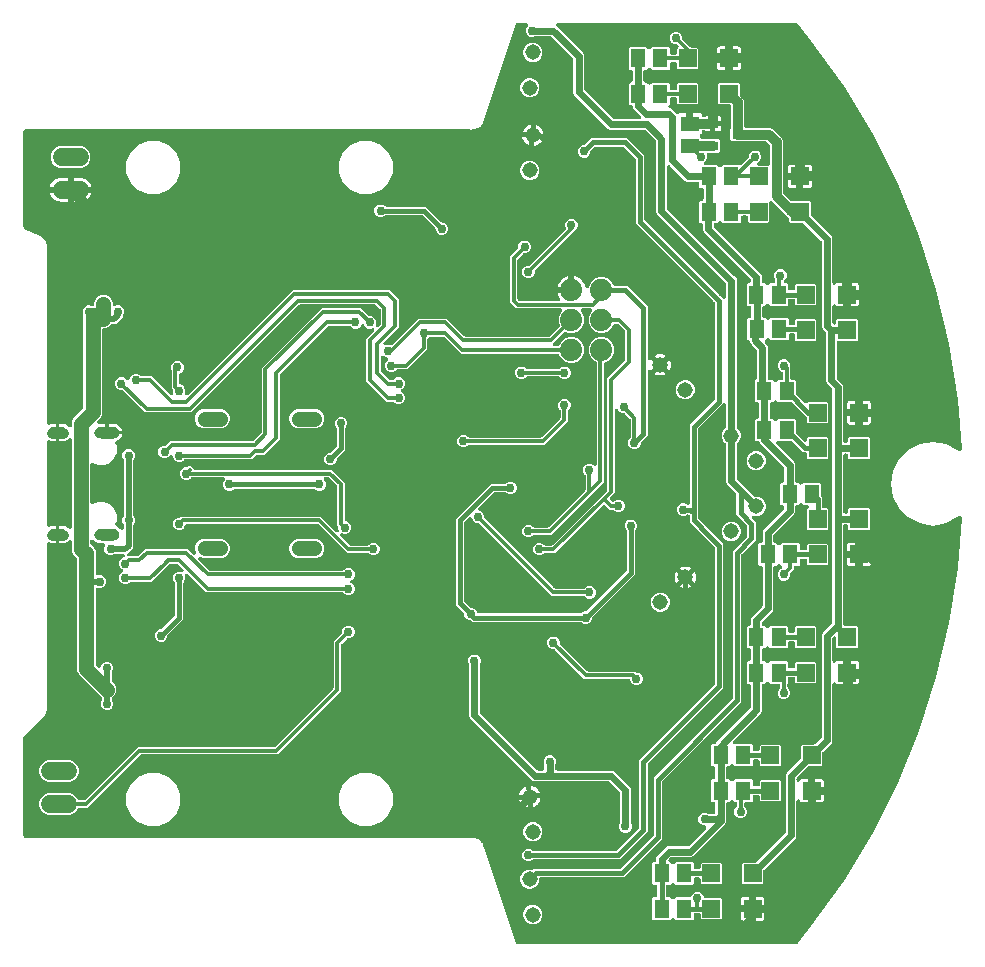
<source format=gbr>
G04 EAGLE Gerber RS-274X export*
G75*
%MOMM*%
%FSLAX34Y34*%
%LPD*%
%INBottom Copper*%
%IPPOS*%
%AMOC8*
5,1,8,0,0,1.08239X$1,22.5*%
G01*
%ADD10C,1.308000*%
%ADD11C,1.308000*%
%ADD12C,0.908000*%
%ADD13C,1.524000*%
%ADD14C,1.879600*%
%ADD15R,1.500000X1.500000*%
%ADD16R,1.300000X1.600000*%
%ADD17R,0.900000X0.800000*%
%ADD18R,1.600000X1.300000*%
%ADD19C,0.756400*%
%ADD20C,0.812800*%
%ADD21C,0.609600*%
%ADD22C,0.406400*%
%ADD23C,0.304800*%
%ADD24C,1.270000*%
%ADD25C,0.508000*%

G36*
X644449Y10165D02*
X644449Y10165D01*
X644482Y10162D01*
X644622Y10184D01*
X644762Y10201D01*
X644793Y10212D01*
X644826Y10217D01*
X644957Y10270D01*
X645090Y10318D01*
X645118Y10336D01*
X645149Y10349D01*
X645265Y10431D01*
X645383Y10507D01*
X645406Y10531D01*
X645433Y10550D01*
X645602Y10728D01*
X657102Y24986D01*
X657120Y25015D01*
X657156Y25057D01*
X684691Y63581D01*
X684712Y63618D01*
X684756Y63680D01*
X709223Y104222D01*
X709241Y104260D01*
X709280Y104325D01*
X730532Y146641D01*
X730547Y146681D01*
X730581Y146749D01*
X748490Y190584D01*
X748501Y190625D01*
X748531Y190695D01*
X762989Y235787D01*
X762997Y235828D01*
X763020Y235901D01*
X773941Y281978D01*
X773946Y282019D01*
X773963Y282093D01*
X781280Y328878D01*
X781282Y328920D01*
X781294Y328995D01*
X784569Y371134D01*
X784566Y371217D01*
X784567Y371223D01*
X784566Y371230D01*
X784563Y371293D01*
X784561Y371452D01*
X784557Y371467D01*
X784556Y371482D01*
X784515Y371635D01*
X784476Y371790D01*
X784469Y371804D01*
X784465Y371818D01*
X784389Y371958D01*
X784316Y372100D01*
X784306Y372111D01*
X784299Y372125D01*
X784193Y372244D01*
X784090Y372365D01*
X784078Y372374D01*
X784068Y372386D01*
X783938Y372478D01*
X783810Y372572D01*
X783796Y372578D01*
X783784Y372587D01*
X783636Y372647D01*
X783490Y372710D01*
X783475Y372713D01*
X783461Y372719D01*
X783304Y372744D01*
X783147Y372772D01*
X783132Y372771D01*
X783117Y372774D01*
X782958Y372762D01*
X782799Y372754D01*
X782784Y372750D01*
X782769Y372749D01*
X782617Y372702D01*
X782464Y372657D01*
X782451Y372650D01*
X782436Y372646D01*
X782298Y372565D01*
X782160Y372487D01*
X782146Y372476D01*
X782135Y372469D01*
X782107Y372442D01*
X781974Y372329D01*
X780891Y371246D01*
X770983Y366198D01*
X760000Y364458D01*
X749017Y366198D01*
X739109Y371246D01*
X731246Y379109D01*
X726198Y389017D01*
X724458Y400000D01*
X726198Y410983D01*
X731246Y420891D01*
X739109Y428754D01*
X749017Y433802D01*
X760000Y435542D01*
X770983Y433802D01*
X780891Y428754D01*
X781974Y427671D01*
X782098Y427572D01*
X782221Y427471D01*
X782235Y427464D01*
X782247Y427455D01*
X782390Y427387D01*
X782533Y427316D01*
X782548Y427312D01*
X782562Y427306D01*
X782717Y427272D01*
X782872Y427236D01*
X782888Y427236D01*
X782902Y427232D01*
X783061Y427235D01*
X783221Y427235D01*
X783236Y427238D01*
X783251Y427238D01*
X783405Y427277D01*
X783560Y427313D01*
X783574Y427320D01*
X783589Y427323D01*
X783731Y427396D01*
X783873Y427466D01*
X783885Y427476D01*
X783899Y427483D01*
X784020Y427586D01*
X784143Y427687D01*
X784152Y427699D01*
X784164Y427709D01*
X784259Y427837D01*
X784356Y427963D01*
X784362Y427977D01*
X784371Y427989D01*
X784434Y428135D01*
X784500Y428280D01*
X784503Y428295D01*
X784509Y428309D01*
X784537Y428465D01*
X784569Y428622D01*
X784569Y428640D01*
X784571Y428652D01*
X784569Y428691D01*
X784569Y428866D01*
X781294Y471005D01*
X781286Y471046D01*
X781280Y471122D01*
X773963Y517907D01*
X773952Y517947D01*
X773941Y518022D01*
X763020Y564099D01*
X763006Y564138D01*
X762989Y564213D01*
X748531Y609304D01*
X748513Y609343D01*
X748490Y609415D01*
X730581Y653251D01*
X730561Y653288D01*
X730532Y653359D01*
X709280Y695675D01*
X709258Y695710D01*
X709223Y695778D01*
X684756Y736320D01*
X684731Y736353D01*
X684691Y736419D01*
X657156Y774943D01*
X657134Y774968D01*
X657102Y775014D01*
X645602Y789272D01*
X645578Y789296D01*
X645559Y789323D01*
X645454Y789417D01*
X645353Y789517D01*
X645325Y789534D01*
X645300Y789556D01*
X645176Y789625D01*
X645056Y789698D01*
X645024Y789709D01*
X644995Y789725D01*
X644859Y789763D01*
X644725Y789808D01*
X644692Y789811D01*
X644660Y789820D01*
X644416Y789839D01*
X442553Y789839D01*
X442453Y789828D01*
X442353Y789826D01*
X442281Y789808D01*
X442207Y789799D01*
X442112Y789766D01*
X442015Y789741D01*
X441949Y789707D01*
X441879Y789682D01*
X441794Y789627D01*
X441705Y789581D01*
X441648Y789533D01*
X441586Y789493D01*
X441516Y789421D01*
X441440Y789356D01*
X441395Y789296D01*
X441344Y789242D01*
X441292Y789156D01*
X441232Y789075D01*
X441203Y789007D01*
X441165Y788943D01*
X441134Y788847D01*
X441094Y788755D01*
X441081Y788682D01*
X441059Y788611D01*
X441051Y788511D01*
X441033Y788412D01*
X441037Y788338D01*
X441031Y788264D01*
X441046Y788164D01*
X441051Y788064D01*
X441071Y787993D01*
X441082Y787919D01*
X441119Y787826D01*
X441147Y787729D01*
X441184Y787664D01*
X441211Y787595D01*
X441268Y787513D01*
X441317Y787425D01*
X441383Y787349D01*
X441410Y787309D01*
X441436Y787285D01*
X441476Y787239D01*
X464125Y764590D01*
X464821Y762910D01*
X464821Y734045D01*
X464835Y733919D01*
X464842Y733793D01*
X464855Y733747D01*
X464861Y733699D01*
X464903Y733580D01*
X464938Y733458D01*
X464962Y733416D01*
X464978Y733371D01*
X465047Y733264D01*
X465108Y733154D01*
X465148Y733108D01*
X465167Y733078D01*
X465202Y733044D01*
X465267Y732968D01*
X489128Y709107D01*
X489227Y709028D01*
X489321Y708944D01*
X489363Y708920D01*
X489401Y708890D01*
X489515Y708836D01*
X489626Y708775D01*
X489672Y708762D01*
X489716Y708741D01*
X489839Y708715D01*
X489961Y708680D01*
X490022Y708675D01*
X490057Y708668D01*
X490105Y708669D01*
X490205Y708661D01*
X511695Y708661D01*
X511795Y708672D01*
X511895Y708674D01*
X511967Y708692D01*
X512041Y708701D01*
X512136Y708734D01*
X512233Y708759D01*
X512299Y708793D01*
X512369Y708818D01*
X512454Y708873D01*
X512543Y708919D01*
X512600Y708967D01*
X512662Y709007D01*
X512732Y709079D01*
X512808Y709144D01*
X512853Y709204D01*
X512904Y709258D01*
X512956Y709344D01*
X513016Y709425D01*
X513045Y709493D01*
X513083Y709557D01*
X513114Y709653D01*
X513154Y709745D01*
X513167Y709818D01*
X513189Y709889D01*
X513197Y709989D01*
X513215Y710088D01*
X513211Y710162D01*
X513217Y710236D01*
X513202Y710336D01*
X513197Y710436D01*
X513177Y710507D01*
X513166Y710581D01*
X513129Y710674D01*
X513101Y710771D01*
X513064Y710836D01*
X513037Y710905D01*
X512980Y710987D01*
X512931Y711075D01*
X512865Y711151D01*
X512838Y711191D01*
X512812Y711215D01*
X512772Y711261D01*
X506623Y717410D01*
X505906Y719143D01*
X505904Y719151D01*
X505887Y719298D01*
X505879Y719323D01*
X505875Y719349D01*
X505820Y719487D01*
X505770Y719626D01*
X505756Y719648D01*
X505746Y719673D01*
X505661Y719794D01*
X505581Y719919D01*
X505562Y719937D01*
X505547Y719959D01*
X505437Y720058D01*
X505330Y720161D01*
X505308Y720175D01*
X505288Y720192D01*
X505158Y720264D01*
X505031Y720340D01*
X505006Y720348D01*
X504983Y720361D01*
X504840Y720401D01*
X504699Y720446D01*
X504673Y720448D01*
X504648Y720456D01*
X504404Y720475D01*
X503368Y720475D01*
X502475Y721368D01*
X502475Y738632D01*
X503368Y739525D01*
X504404Y739525D01*
X504430Y739528D01*
X504456Y739526D01*
X504603Y739548D01*
X504750Y739565D01*
X504775Y739573D01*
X504801Y739577D01*
X504939Y739632D01*
X505078Y739682D01*
X505100Y739696D01*
X505125Y739706D01*
X505246Y739791D01*
X505371Y739871D01*
X505389Y739890D01*
X505411Y739905D01*
X505510Y740015D01*
X505613Y740122D01*
X505627Y740144D01*
X505644Y740164D01*
X505716Y740294D01*
X505792Y740421D01*
X505800Y740446D01*
X505813Y740469D01*
X505853Y740612D01*
X505898Y740753D01*
X505900Y740779D01*
X505908Y740804D01*
X505927Y741048D01*
X505927Y748952D01*
X505925Y748972D01*
X505926Y748989D01*
X505926Y748994D01*
X505926Y749004D01*
X505904Y749151D01*
X505887Y749298D01*
X505879Y749323D01*
X505875Y749349D01*
X505820Y749487D01*
X505770Y749626D01*
X505756Y749648D01*
X505746Y749673D01*
X505661Y749794D01*
X505581Y749919D01*
X505562Y749937D01*
X505547Y749959D01*
X505437Y750058D01*
X505330Y750161D01*
X505308Y750175D01*
X505288Y750192D01*
X505158Y750264D01*
X505031Y750340D01*
X505006Y750348D01*
X504983Y750361D01*
X504840Y750401D01*
X504699Y750446D01*
X504673Y750448D01*
X504648Y750456D01*
X504404Y750475D01*
X503368Y750475D01*
X502475Y751368D01*
X502475Y768632D01*
X503368Y769525D01*
X517632Y769525D01*
X518923Y768233D01*
X518943Y768217D01*
X518960Y768197D01*
X519080Y768109D01*
X519196Y768017D01*
X519220Y768006D01*
X519241Y767990D01*
X519377Y767931D01*
X519511Y767868D01*
X519537Y767862D01*
X519561Y767852D01*
X519707Y767826D01*
X519852Y767794D01*
X519878Y767795D01*
X519904Y767790D01*
X520052Y767798D01*
X520200Y767800D01*
X520226Y767807D01*
X520252Y767808D01*
X520394Y767849D01*
X520538Y767885D01*
X520561Y767897D01*
X520587Y767905D01*
X520716Y767977D01*
X520848Y768045D01*
X520868Y768062D01*
X520891Y768075D01*
X521077Y768233D01*
X522368Y769525D01*
X536632Y769525D01*
X537525Y768632D01*
X537525Y764572D01*
X537528Y764546D01*
X537526Y764520D01*
X537548Y764373D01*
X537565Y764226D01*
X537573Y764201D01*
X537577Y764175D01*
X537632Y764037D01*
X537682Y763898D01*
X537696Y763876D01*
X537706Y763851D01*
X537791Y763730D01*
X537871Y763605D01*
X537890Y763587D01*
X537905Y763565D01*
X538015Y763466D01*
X538122Y763363D01*
X538144Y763349D01*
X538164Y763332D01*
X538294Y763260D01*
X538421Y763184D01*
X538446Y763176D01*
X538469Y763163D01*
X538612Y763123D01*
X538753Y763078D01*
X538779Y763076D01*
X538804Y763068D01*
X539048Y763049D01*
X541952Y763049D01*
X541978Y763052D01*
X542004Y763050D01*
X542151Y763072D01*
X542298Y763089D01*
X542323Y763097D01*
X542349Y763101D01*
X542487Y763156D01*
X542626Y763206D01*
X542648Y763220D01*
X542673Y763230D01*
X542794Y763315D01*
X542919Y763395D01*
X542937Y763414D01*
X542959Y763429D01*
X543058Y763539D01*
X543161Y763646D01*
X543175Y763668D01*
X543192Y763688D01*
X543264Y763818D01*
X543340Y763945D01*
X543348Y763970D01*
X543361Y763993D01*
X543401Y764136D01*
X543446Y764277D01*
X543448Y764303D01*
X543456Y764328D01*
X543475Y764572D01*
X543475Y768132D01*
X544331Y768987D01*
X544347Y769008D01*
X544367Y769025D01*
X544455Y769144D01*
X544548Y769260D01*
X544559Y769284D01*
X544574Y769305D01*
X544633Y769441D01*
X544697Y769575D01*
X544702Y769601D01*
X544712Y769625D01*
X544739Y769771D01*
X544770Y769916D01*
X544769Y769942D01*
X544774Y769968D01*
X544766Y770117D01*
X544764Y770265D01*
X544758Y770290D01*
X544756Y770316D01*
X544715Y770459D01*
X544679Y770602D01*
X544667Y770626D01*
X544660Y770651D01*
X544587Y770781D01*
X544519Y770912D01*
X544502Y770932D01*
X544489Y770955D01*
X544331Y771142D01*
X543985Y771487D01*
X543886Y771566D01*
X543792Y771650D01*
X543750Y771674D01*
X543712Y771704D01*
X543598Y771758D01*
X543487Y771819D01*
X543441Y771832D01*
X543397Y771853D01*
X543274Y771879D01*
X543152Y771914D01*
X543091Y771919D01*
X543056Y771926D01*
X543008Y771925D01*
X542908Y771933D01*
X541488Y771933D01*
X539538Y772741D01*
X538045Y774234D01*
X537237Y776184D01*
X537237Y778296D01*
X538045Y780246D01*
X539538Y781739D01*
X541488Y782547D01*
X543600Y782547D01*
X545550Y781739D01*
X547043Y780246D01*
X547851Y778296D01*
X547851Y776876D01*
X547865Y776750D01*
X547872Y776624D01*
X547885Y776578D01*
X547891Y776530D01*
X547933Y776411D01*
X547968Y776289D01*
X547992Y776247D01*
X548008Y776201D01*
X548077Y776095D01*
X548138Y775985D01*
X548178Y775939D01*
X548197Y775909D01*
X548232Y775875D01*
X548297Y775799D01*
X553316Y770779D01*
X553317Y770779D01*
X554625Y769471D01*
X554724Y769392D01*
X554818Y769308D01*
X554860Y769284D01*
X554898Y769254D01*
X555012Y769200D01*
X555123Y769139D01*
X555169Y769126D01*
X555213Y769105D01*
X555336Y769079D01*
X555458Y769044D01*
X555519Y769039D01*
X555553Y769032D01*
X555601Y769033D01*
X555702Y769025D01*
X560632Y769025D01*
X561525Y768132D01*
X561525Y751868D01*
X560632Y750975D01*
X544368Y750975D01*
X543475Y751868D01*
X543475Y755428D01*
X543472Y755454D01*
X543474Y755480D01*
X543452Y755627D01*
X543435Y755774D01*
X543427Y755799D01*
X543423Y755825D01*
X543368Y755963D01*
X543318Y756102D01*
X543304Y756124D01*
X543294Y756149D01*
X543209Y756270D01*
X543129Y756395D01*
X543110Y756413D01*
X543095Y756435D01*
X542985Y756534D01*
X542878Y756637D01*
X542856Y756651D01*
X542836Y756668D01*
X542706Y756740D01*
X542579Y756816D01*
X542554Y756824D01*
X542531Y756837D01*
X542388Y756877D01*
X542247Y756922D01*
X542221Y756924D01*
X542196Y756932D01*
X541952Y756951D01*
X539048Y756951D01*
X539022Y756948D01*
X538996Y756950D01*
X538849Y756928D01*
X538702Y756911D01*
X538677Y756903D01*
X538651Y756899D01*
X538513Y756844D01*
X538374Y756794D01*
X538352Y756780D01*
X538327Y756770D01*
X538206Y756685D01*
X538081Y756605D01*
X538063Y756586D01*
X538041Y756571D01*
X537942Y756461D01*
X537839Y756354D01*
X537825Y756332D01*
X537808Y756312D01*
X537736Y756182D01*
X537660Y756055D01*
X537652Y756030D01*
X537639Y756007D01*
X537599Y755864D01*
X537554Y755723D01*
X537552Y755697D01*
X537544Y755672D01*
X537525Y755428D01*
X537525Y751368D01*
X536632Y750475D01*
X522368Y750475D01*
X521077Y751767D01*
X521057Y751783D01*
X521040Y751803D01*
X520920Y751891D01*
X520804Y751983D01*
X520780Y751994D01*
X520759Y752010D01*
X520623Y752069D01*
X520489Y752132D01*
X520463Y752138D01*
X520439Y752148D01*
X520293Y752174D01*
X520148Y752206D01*
X520122Y752205D01*
X520096Y752210D01*
X519948Y752202D01*
X519800Y752200D01*
X519774Y752193D01*
X519748Y752192D01*
X519606Y752151D01*
X519462Y752115D01*
X519439Y752103D01*
X519413Y752095D01*
X519284Y752023D01*
X519152Y751955D01*
X519132Y751938D01*
X519109Y751925D01*
X518923Y751767D01*
X517632Y750475D01*
X516596Y750475D01*
X516570Y750472D01*
X516544Y750474D01*
X516397Y750452D01*
X516250Y750435D01*
X516225Y750427D01*
X516199Y750423D01*
X516061Y750368D01*
X515922Y750318D01*
X515900Y750304D01*
X515875Y750294D01*
X515754Y750209D01*
X515629Y750129D01*
X515611Y750110D01*
X515589Y750095D01*
X515490Y749985D01*
X515387Y749878D01*
X515373Y749856D01*
X515356Y749836D01*
X515284Y749706D01*
X515208Y749579D01*
X515200Y749554D01*
X515187Y749531D01*
X515147Y749388D01*
X515102Y749247D01*
X515100Y749221D01*
X515092Y749196D01*
X515073Y748952D01*
X515073Y741048D01*
X515076Y741022D01*
X515074Y740996D01*
X515096Y740849D01*
X515113Y740702D01*
X515121Y740677D01*
X515125Y740651D01*
X515180Y740513D01*
X515230Y740374D01*
X515244Y740352D01*
X515254Y740327D01*
X515339Y740206D01*
X515419Y740081D01*
X515438Y740063D01*
X515453Y740041D01*
X515563Y739942D01*
X515670Y739839D01*
X515692Y739825D01*
X515712Y739808D01*
X515842Y739736D01*
X515969Y739660D01*
X515994Y739652D01*
X516017Y739639D01*
X516160Y739599D01*
X516301Y739554D01*
X516327Y739552D01*
X516352Y739544D01*
X516596Y739525D01*
X517632Y739525D01*
X518923Y738233D01*
X518943Y738217D01*
X518960Y738197D01*
X519080Y738109D01*
X519196Y738017D01*
X519220Y738006D01*
X519241Y737990D01*
X519377Y737931D01*
X519511Y737868D01*
X519537Y737862D01*
X519561Y737852D01*
X519707Y737826D01*
X519852Y737794D01*
X519878Y737795D01*
X519904Y737790D01*
X520052Y737798D01*
X520200Y737800D01*
X520226Y737807D01*
X520252Y737808D01*
X520394Y737849D01*
X520538Y737885D01*
X520561Y737897D01*
X520587Y737905D01*
X520716Y737977D01*
X520848Y738045D01*
X520868Y738062D01*
X520891Y738075D01*
X521077Y738233D01*
X522368Y739525D01*
X536632Y739525D01*
X537525Y738632D01*
X537525Y734572D01*
X537528Y734546D01*
X537526Y734520D01*
X537548Y734373D01*
X537565Y734226D01*
X537573Y734201D01*
X537577Y734175D01*
X537632Y734037D01*
X537682Y733898D01*
X537696Y733876D01*
X537706Y733851D01*
X537791Y733730D01*
X537871Y733605D01*
X537890Y733587D01*
X537905Y733565D01*
X538015Y733466D01*
X538122Y733363D01*
X538144Y733349D01*
X538164Y733332D01*
X538294Y733260D01*
X538421Y733184D01*
X538446Y733176D01*
X538469Y733163D01*
X538612Y733123D01*
X538753Y733078D01*
X538779Y733076D01*
X538804Y733068D01*
X539048Y733049D01*
X541952Y733049D01*
X541978Y733052D01*
X542004Y733050D01*
X542151Y733072D01*
X542298Y733089D01*
X542323Y733097D01*
X542349Y733101D01*
X542487Y733156D01*
X542626Y733206D01*
X542648Y733220D01*
X542673Y733230D01*
X542794Y733315D01*
X542919Y733395D01*
X542937Y733414D01*
X542959Y733429D01*
X543058Y733539D01*
X543161Y733646D01*
X543175Y733668D01*
X543192Y733688D01*
X543264Y733818D01*
X543340Y733945D01*
X543348Y733970D01*
X543361Y733993D01*
X543401Y734136D01*
X543446Y734277D01*
X543448Y734303D01*
X543456Y734328D01*
X543475Y734572D01*
X543475Y738132D01*
X544368Y739025D01*
X560632Y739025D01*
X561525Y738132D01*
X561525Y721868D01*
X560632Y720975D01*
X544368Y720975D01*
X543475Y721868D01*
X543475Y725428D01*
X543472Y725454D01*
X543474Y725480D01*
X543452Y725627D01*
X543435Y725774D01*
X543427Y725799D01*
X543423Y725825D01*
X543368Y725963D01*
X543318Y726102D01*
X543304Y726124D01*
X543294Y726149D01*
X543209Y726270D01*
X543129Y726395D01*
X543110Y726413D01*
X543095Y726435D01*
X542985Y726534D01*
X542878Y726637D01*
X542856Y726651D01*
X542836Y726668D01*
X542706Y726740D01*
X542579Y726816D01*
X542554Y726824D01*
X542531Y726837D01*
X542388Y726877D01*
X542247Y726922D01*
X542221Y726924D01*
X542196Y726932D01*
X541952Y726951D01*
X539048Y726951D01*
X539022Y726948D01*
X538996Y726950D01*
X538849Y726928D01*
X538702Y726911D01*
X538677Y726903D01*
X538651Y726899D01*
X538513Y726844D01*
X538374Y726794D01*
X538352Y726780D01*
X538327Y726770D01*
X538205Y726685D01*
X538081Y726605D01*
X538063Y726586D01*
X538041Y726571D01*
X537942Y726461D01*
X537839Y726354D01*
X537825Y726332D01*
X537808Y726312D01*
X537736Y726182D01*
X537660Y726055D01*
X537652Y726030D01*
X537639Y726007D01*
X537599Y725864D01*
X537554Y725723D01*
X537552Y725697D01*
X537544Y725672D01*
X537525Y725428D01*
X537525Y721368D01*
X536561Y720405D01*
X536499Y720326D01*
X536429Y720254D01*
X536391Y720190D01*
X536345Y720132D01*
X536302Y720041D01*
X536250Y719955D01*
X536228Y719884D01*
X536196Y719817D01*
X536175Y719719D01*
X536144Y719623D01*
X536138Y719549D01*
X536122Y719476D01*
X536124Y719376D01*
X536116Y719276D01*
X536127Y719202D01*
X536128Y719128D01*
X536153Y719031D01*
X536168Y718931D01*
X536195Y718862D01*
X536213Y718790D01*
X536259Y718701D01*
X536297Y718607D01*
X536339Y718546D01*
X536373Y718480D01*
X536438Y718404D01*
X536495Y718321D01*
X536551Y718271D01*
X536599Y718215D01*
X536680Y718155D01*
X536754Y718088D01*
X536819Y718052D01*
X536879Y718007D01*
X536971Y717968D01*
X537059Y717919D01*
X537129Y717900D01*
X537148Y717892D01*
X537199Y717869D01*
X537203Y717869D01*
X539038Y717109D01*
X540539Y715608D01*
X542674Y713472D01*
X542675Y713472D01*
X542676Y713471D01*
X542815Y713361D01*
X542947Y713256D01*
X542949Y713255D01*
X542950Y713254D01*
X543110Y713179D01*
X543262Y713107D01*
X543264Y713107D01*
X543265Y713106D01*
X543437Y713069D01*
X543603Y713034D01*
X543604Y713034D01*
X543606Y713033D01*
X543789Y713037D01*
X543952Y713040D01*
X543953Y713040D01*
X543954Y713040D01*
X544129Y713084D01*
X544290Y713125D01*
X544291Y713125D01*
X544292Y713126D01*
X544513Y713230D01*
X545263Y713664D01*
X545909Y713837D01*
X551197Y713837D01*
X551197Y706320D01*
X551200Y706294D01*
X551198Y706268D01*
X551220Y706121D01*
X551237Y705974D01*
X551245Y705949D01*
X551249Y705923D01*
X551304Y705785D01*
X551354Y705646D01*
X551368Y705624D01*
X551378Y705599D01*
X551463Y705478D01*
X551543Y705353D01*
X551562Y705335D01*
X551577Y705313D01*
X551687Y705214D01*
X551794Y705111D01*
X551816Y705097D01*
X551836Y705080D01*
X551966Y705008D01*
X552093Y704932D01*
X552118Y704924D01*
X552141Y704911D01*
X552284Y704871D01*
X552425Y704826D01*
X552451Y704824D01*
X552476Y704816D01*
X552720Y704797D01*
X554245Y704797D01*
X554245Y703272D01*
X554248Y703246D01*
X554246Y703220D01*
X554268Y703073D01*
X554285Y702926D01*
X554294Y702901D01*
X554297Y702875D01*
X554352Y702737D01*
X554402Y702598D01*
X554416Y702576D01*
X554426Y702551D01*
X554511Y702430D01*
X554591Y702305D01*
X554610Y702287D01*
X554625Y702265D01*
X554735Y702166D01*
X554842Y702063D01*
X554864Y702049D01*
X554884Y702032D01*
X555014Y701960D01*
X555141Y701884D01*
X555166Y701876D01*
X555189Y701863D01*
X555332Y701823D01*
X555473Y701778D01*
X555499Y701776D01*
X555524Y701768D01*
X555768Y701749D01*
X565236Y701749D01*
X565262Y701752D01*
X565288Y701750D01*
X565435Y701772D01*
X565582Y701789D01*
X565607Y701797D01*
X565633Y701801D01*
X565771Y701856D01*
X565910Y701906D01*
X565932Y701920D01*
X565957Y701930D01*
X566078Y702015D01*
X566203Y702095D01*
X566221Y702114D01*
X566243Y702129D01*
X566342Y702239D01*
X566445Y702346D01*
X566459Y702368D01*
X566476Y702388D01*
X566548Y702518D01*
X566624Y702645D01*
X566632Y702670D01*
X566645Y702693D01*
X566674Y702797D01*
X571801Y702797D01*
X571801Y698255D01*
X568965Y698255D01*
X568319Y698428D01*
X567740Y698763D01*
X567385Y699118D01*
X567307Y699180D01*
X567234Y699250D01*
X567170Y699288D01*
X567112Y699334D01*
X567021Y699377D01*
X566935Y699429D01*
X566864Y699452D01*
X566797Y699483D01*
X566699Y699504D01*
X566603Y699535D01*
X566529Y699541D01*
X566456Y699557D01*
X566356Y699555D01*
X566256Y699563D01*
X566182Y699552D01*
X566108Y699551D01*
X566010Y699526D01*
X565911Y699511D01*
X565842Y699484D01*
X565770Y699466D01*
X565681Y699420D01*
X565587Y699383D01*
X565526Y699340D01*
X565460Y699306D01*
X565384Y699241D01*
X565301Y699184D01*
X565251Y699129D01*
X565195Y699080D01*
X565135Y698999D01*
X565068Y698925D01*
X565032Y698860D01*
X564987Y698800D01*
X564948Y698708D01*
X564899Y698620D01*
X564879Y698548D01*
X564849Y698480D01*
X564832Y698381D01*
X564804Y698284D01*
X564796Y698184D01*
X564788Y698137D01*
X564790Y698101D01*
X564785Y698041D01*
X564785Y697961D01*
X564612Y697315D01*
X564277Y696736D01*
X563804Y696263D01*
X563386Y696022D01*
X563345Y695991D01*
X563300Y695968D01*
X563206Y695888D01*
X563106Y695814D01*
X563073Y695775D01*
X563035Y695742D01*
X562961Y695643D01*
X562881Y695548D01*
X562858Y695503D01*
X562827Y695462D01*
X562778Y695348D01*
X562722Y695238D01*
X562710Y695189D01*
X562689Y695142D01*
X562668Y695020D01*
X562638Y694900D01*
X562637Y694849D01*
X562628Y694799D01*
X562634Y694675D01*
X562632Y694552D01*
X562643Y694502D01*
X562646Y694451D01*
X562680Y694332D01*
X562706Y694211D01*
X562728Y694165D01*
X562742Y694116D01*
X562803Y694008D01*
X562856Y693896D01*
X562887Y693856D01*
X562912Y693812D01*
X563071Y693625D01*
X563769Y692928D01*
X563769Y692908D01*
X563772Y692882D01*
X563770Y692856D01*
X563792Y692709D01*
X563809Y692562D01*
X563817Y692537D01*
X563821Y692511D01*
X563876Y692373D01*
X563926Y692234D01*
X563940Y692212D01*
X563950Y692187D01*
X564035Y692066D01*
X564115Y691941D01*
X564134Y691923D01*
X564149Y691901D01*
X564259Y691802D01*
X564366Y691699D01*
X564388Y691685D01*
X564408Y691668D01*
X564538Y691596D01*
X564665Y691520D01*
X564690Y691512D01*
X564713Y691499D01*
X564856Y691459D01*
X564997Y691414D01*
X565023Y691412D01*
X565048Y691404D01*
X565292Y691385D01*
X574968Y691385D01*
X575121Y691341D01*
X575123Y691341D01*
X575125Y691340D01*
X575369Y691321D01*
X578932Y691321D01*
X579825Y690428D01*
X579825Y681164D01*
X578932Y680271D01*
X575369Y680271D01*
X575367Y680271D01*
X575365Y680271D01*
X575193Y680251D01*
X575023Y680231D01*
X575021Y680231D01*
X575019Y680230D01*
X574947Y680207D01*
X570433Y680207D01*
X570283Y680190D01*
X570133Y680178D01*
X570110Y680170D01*
X570086Y680167D01*
X569945Y680117D01*
X569802Y680070D01*
X569781Y680058D01*
X569758Y680050D01*
X569632Y679968D01*
X569503Y679891D01*
X569486Y679874D01*
X569466Y679861D01*
X569361Y679753D01*
X569253Y679648D01*
X569240Y679628D01*
X569223Y679610D01*
X569146Y679481D01*
X569065Y679355D01*
X569057Y679332D01*
X569045Y679311D01*
X568999Y679168D01*
X568948Y679026D01*
X568946Y679002D01*
X568938Y678979D01*
X568926Y678830D01*
X568909Y678680D01*
X568912Y678656D01*
X568910Y678632D01*
X568933Y678483D01*
X568950Y678334D01*
X568959Y678306D01*
X568962Y678287D01*
X568979Y678243D01*
X569025Y678101D01*
X569187Y677712D01*
X569187Y675600D01*
X568379Y673650D01*
X566854Y672125D01*
X566791Y672046D01*
X566722Y671974D01*
X566683Y671910D01*
X566637Y671852D01*
X566594Y671761D01*
X566543Y671675D01*
X566520Y671604D01*
X566488Y671537D01*
X566467Y671439D01*
X566437Y671343D01*
X566431Y671269D01*
X566415Y671196D01*
X566417Y671096D01*
X566409Y670996D01*
X566420Y670922D01*
X566421Y670848D01*
X566445Y670751D01*
X566460Y670651D01*
X566488Y670582D01*
X566506Y670510D01*
X566552Y670421D01*
X566589Y670327D01*
X566632Y670266D01*
X566666Y670200D01*
X566731Y670124D01*
X566788Y670041D01*
X566843Y669991D01*
X566891Y669935D01*
X566972Y669875D01*
X567047Y669808D01*
X567112Y669772D01*
X567172Y669727D01*
X567264Y669688D01*
X567352Y669639D01*
X567423Y669619D01*
X567492Y669589D01*
X567591Y669572D01*
X567687Y669544D01*
X567787Y669536D01*
X567835Y669528D01*
X567870Y669530D01*
X567931Y669525D01*
X577632Y669525D01*
X578923Y668233D01*
X578943Y668217D01*
X578960Y668197D01*
X579080Y668109D01*
X579196Y668017D01*
X579220Y668006D01*
X579241Y667990D01*
X579377Y667931D01*
X579511Y667868D01*
X579537Y667862D01*
X579561Y667852D01*
X579707Y667826D01*
X579852Y667794D01*
X579878Y667795D01*
X579904Y667790D01*
X580052Y667798D01*
X580200Y667800D01*
X580226Y667807D01*
X580252Y667808D01*
X580394Y667849D01*
X580538Y667885D01*
X580561Y667897D01*
X580587Y667905D01*
X580716Y667977D01*
X580848Y668045D01*
X580868Y668062D01*
X580891Y668075D01*
X581077Y668233D01*
X582368Y669525D01*
X596797Y669525D01*
X596905Y669474D01*
X596931Y669468D01*
X596955Y669458D01*
X597101Y669431D01*
X597246Y669400D01*
X597272Y669401D01*
X597298Y669396D01*
X597446Y669404D01*
X597594Y669406D01*
X597620Y669412D01*
X597646Y669414D01*
X597788Y669455D01*
X597932Y669491D01*
X597956Y669503D01*
X597981Y669510D01*
X598110Y669583D01*
X598242Y669651D01*
X598262Y669668D01*
X598285Y669681D01*
X598471Y669839D01*
X603847Y675215D01*
X603926Y675314D01*
X604010Y675408D01*
X604034Y675450D01*
X604064Y675488D01*
X604118Y675602D01*
X604179Y675713D01*
X604192Y675759D01*
X604213Y675803D01*
X604239Y675926D01*
X604274Y676048D01*
X604279Y676109D01*
X604286Y676143D01*
X604285Y676191D01*
X604293Y676292D01*
X604293Y677712D01*
X605101Y679662D01*
X606594Y681155D01*
X608544Y681963D01*
X610656Y681963D01*
X612606Y681155D01*
X614099Y679662D01*
X614907Y677712D01*
X614907Y675600D01*
X614099Y673650D01*
X612606Y672157D01*
X612119Y671955D01*
X612075Y671931D01*
X612027Y671914D01*
X611923Y671846D01*
X611814Y671786D01*
X611777Y671752D01*
X611734Y671725D01*
X611648Y671635D01*
X611556Y671552D01*
X611527Y671510D01*
X611492Y671474D01*
X611428Y671367D01*
X611358Y671265D01*
X611339Y671218D01*
X611313Y671175D01*
X611275Y671057D01*
X611230Y670941D01*
X611222Y670891D01*
X611207Y670843D01*
X611197Y670719D01*
X611179Y670596D01*
X611183Y670546D01*
X611179Y670496D01*
X611198Y670373D01*
X611208Y670249D01*
X611223Y670201D01*
X611231Y670151D01*
X611277Y670035D01*
X611315Y669917D01*
X611341Y669874D01*
X611360Y669827D01*
X611431Y669725D01*
X611495Y669619D01*
X611530Y669582D01*
X611558Y669541D01*
X611651Y669458D01*
X611737Y669369D01*
X611780Y669341D01*
X611817Y669308D01*
X611926Y669247D01*
X612031Y669180D01*
X612078Y669164D01*
X612122Y669139D01*
X612242Y669105D01*
X612359Y669064D01*
X612409Y669058D01*
X612458Y669044D01*
X612701Y669025D01*
X620776Y669025D01*
X620802Y669028D01*
X620828Y669026D01*
X620975Y669048D01*
X621122Y669065D01*
X621147Y669073D01*
X621173Y669077D01*
X621311Y669132D01*
X621450Y669182D01*
X621472Y669196D01*
X621497Y669206D01*
X621618Y669291D01*
X621743Y669371D01*
X621761Y669390D01*
X621783Y669405D01*
X621882Y669515D01*
X621985Y669622D01*
X621999Y669644D01*
X622016Y669664D01*
X622088Y669794D01*
X622164Y669921D01*
X622172Y669946D01*
X622185Y669969D01*
X622225Y670112D01*
X622270Y670253D01*
X622272Y670279D01*
X622280Y670304D01*
X622299Y670548D01*
X622299Y685902D01*
X622285Y686028D01*
X622278Y686154D01*
X622265Y686200D01*
X622259Y686248D01*
X622217Y686367D01*
X622182Y686489D01*
X622158Y686531D01*
X622142Y686576D01*
X622073Y686683D01*
X622012Y686793D01*
X621972Y686839D01*
X621953Y686869D01*
X621918Y686903D01*
X621853Y686979D01*
X619571Y689261D01*
X619472Y689340D01*
X619378Y689424D01*
X619336Y689448D01*
X619298Y689478D01*
X619184Y689532D01*
X619073Y689593D01*
X619027Y689606D01*
X618983Y689627D01*
X618860Y689653D01*
X618738Y689688D01*
X618677Y689693D01*
X618642Y689700D01*
X618594Y689699D01*
X618494Y689707D01*
X593632Y689707D01*
X593479Y689751D01*
X593477Y689751D01*
X593475Y689752D01*
X593231Y689771D01*
X589668Y689771D01*
X588775Y690664D01*
X588775Y699930D01*
X588844Y700016D01*
X588928Y700110D01*
X588952Y700153D01*
X588982Y700190D01*
X589036Y700305D01*
X589097Y700415D01*
X589110Y700462D01*
X589131Y700506D01*
X589157Y700629D01*
X589192Y700751D01*
X589197Y700811D01*
X589204Y700846D01*
X589203Y700894D01*
X589211Y700995D01*
X589211Y719452D01*
X589208Y719478D01*
X589210Y719504D01*
X589188Y719651D01*
X589171Y719798D01*
X589163Y719823D01*
X589159Y719849D01*
X589104Y719987D01*
X589054Y720126D01*
X589040Y720148D01*
X589030Y720173D01*
X588945Y720294D01*
X588865Y720419D01*
X588846Y720437D01*
X588831Y720459D01*
X588721Y720558D01*
X588614Y720661D01*
X588592Y720675D01*
X588572Y720692D01*
X588442Y720764D01*
X588315Y720840D01*
X588290Y720848D01*
X588267Y720861D01*
X588124Y720901D01*
X587983Y720946D01*
X587957Y720948D01*
X587932Y720956D01*
X587688Y720975D01*
X579368Y720975D01*
X578475Y721868D01*
X578475Y738132D01*
X579368Y739025D01*
X595632Y739025D01*
X596525Y738132D01*
X596525Y729510D01*
X596539Y729384D01*
X596546Y729258D01*
X596559Y729212D01*
X596565Y729164D01*
X596607Y729045D01*
X596642Y728923D01*
X596666Y728881D01*
X596682Y728836D01*
X596751Y728729D01*
X596812Y728619D01*
X596852Y728573D01*
X596871Y728543D01*
X596906Y728509D01*
X596971Y728433D01*
X597752Y727652D01*
X599538Y725866D01*
X600389Y723812D01*
X600389Y702408D01*
X600392Y702382D01*
X600390Y702356D01*
X600412Y702209D01*
X600429Y702062D01*
X600437Y702037D01*
X600441Y702011D01*
X600496Y701873D01*
X600546Y701734D01*
X600560Y701712D01*
X600570Y701687D01*
X600655Y701566D01*
X600735Y701441D01*
X600754Y701423D01*
X600769Y701401D01*
X600879Y701302D01*
X600986Y701199D01*
X601008Y701185D01*
X601028Y701168D01*
X601158Y701096D01*
X601285Y701020D01*
X601310Y701012D01*
X601333Y700999D01*
X601476Y700959D01*
X601617Y700914D01*
X601643Y700912D01*
X601668Y700904D01*
X601912Y700885D01*
X622552Y700885D01*
X624606Y700034D01*
X632626Y692014D01*
X633477Y689960D01*
X633477Y646074D01*
X633491Y645948D01*
X633498Y645822D01*
X633511Y645776D01*
X633517Y645728D01*
X633559Y645609D01*
X633594Y645487D01*
X633618Y645445D01*
X633634Y645400D01*
X633703Y645293D01*
X633764Y645183D01*
X633804Y645137D01*
X633823Y645107D01*
X633858Y645073D01*
X633923Y644997D01*
X639449Y639471D01*
X639548Y639392D01*
X639642Y639308D01*
X639684Y639284D01*
X639722Y639254D01*
X639836Y639200D01*
X639947Y639139D01*
X639993Y639126D01*
X640037Y639105D01*
X640160Y639079D01*
X640282Y639044D01*
X640343Y639039D01*
X640378Y639032D01*
X640426Y639033D01*
X640526Y639025D01*
X655632Y639025D01*
X656525Y638132D01*
X656525Y628073D01*
X656539Y627947D01*
X656546Y627821D01*
X656559Y627775D01*
X656565Y627727D01*
X656607Y627608D01*
X656642Y627486D01*
X656666Y627444D01*
X656682Y627399D01*
X656751Y627292D01*
X656812Y627182D01*
X656852Y627136D01*
X656871Y627106D01*
X656906Y627072D01*
X656971Y626996D01*
X674437Y609530D01*
X675133Y607850D01*
X675133Y569836D01*
X675147Y569712D01*
X675153Y569586D01*
X675167Y569539D01*
X675173Y569490D01*
X675215Y569372D01*
X675249Y569251D01*
X675273Y569208D01*
X675290Y569162D01*
X675358Y569056D01*
X675419Y568947D01*
X675452Y568910D01*
X675479Y568869D01*
X675569Y568782D01*
X675653Y568689D01*
X675694Y568661D01*
X675730Y568627D01*
X675837Y568562D01*
X675940Y568491D01*
X675986Y568473D01*
X676029Y568448D01*
X676148Y568410D01*
X676265Y568364D01*
X676314Y568357D01*
X676361Y568342D01*
X676486Y568331D01*
X676609Y568313D01*
X676659Y568318D01*
X676708Y568314D01*
X676832Y568332D01*
X676957Y568343D01*
X677004Y568358D01*
X677053Y568365D01*
X677169Y568412D01*
X677288Y568450D01*
X677331Y568476D01*
X677377Y568494D01*
X677479Y568565D01*
X677587Y568630D01*
X677622Y568665D01*
X677663Y568693D01*
X677747Y568786D01*
X677836Y568873D01*
X677872Y568925D01*
X677896Y568952D01*
X677920Y568994D01*
X677962Y569055D01*
X678440Y569533D01*
X679019Y569868D01*
X679665Y570041D01*
X684453Y570041D01*
X684453Y561524D01*
X684456Y561498D01*
X684454Y561472D01*
X684476Y561325D01*
X684493Y561178D01*
X684501Y561153D01*
X684505Y561127D01*
X684560Y560989D01*
X684610Y560850D01*
X684624Y560828D01*
X684634Y560803D01*
X684719Y560682D01*
X684799Y560557D01*
X684818Y560539D01*
X684833Y560517D01*
X684943Y560418D01*
X685050Y560315D01*
X685072Y560301D01*
X685092Y560284D01*
X685222Y560212D01*
X685349Y560136D01*
X685374Y560128D01*
X685397Y560115D01*
X685540Y560075D01*
X685681Y560030D01*
X685707Y560028D01*
X685732Y560020D01*
X685976Y560001D01*
X687501Y560001D01*
X687501Y559999D01*
X685976Y559999D01*
X685950Y559996D01*
X685924Y559998D01*
X685777Y559976D01*
X685630Y559959D01*
X685605Y559950D01*
X685579Y559947D01*
X685441Y559892D01*
X685302Y559842D01*
X685280Y559828D01*
X685255Y559818D01*
X685134Y559733D01*
X685009Y559653D01*
X684991Y559634D01*
X684969Y559619D01*
X684870Y559509D01*
X684767Y559402D01*
X684753Y559380D01*
X684736Y559360D01*
X684664Y559230D01*
X684588Y559103D01*
X684580Y559078D01*
X684567Y559055D01*
X684527Y558912D01*
X684482Y558771D01*
X684480Y558745D01*
X684472Y558720D01*
X684453Y558476D01*
X684453Y549959D01*
X679665Y549959D01*
X679019Y550132D01*
X678440Y550467D01*
X677958Y550949D01*
X677901Y551026D01*
X677833Y551131D01*
X677797Y551166D01*
X677768Y551205D01*
X677672Y551286D01*
X677582Y551373D01*
X677540Y551399D01*
X677502Y551431D01*
X677391Y551488D01*
X677283Y551552D01*
X677236Y551567D01*
X677192Y551590D01*
X677070Y551620D01*
X676951Y551658D01*
X676902Y551662D01*
X676854Y551674D01*
X676729Y551676D01*
X676604Y551686D01*
X676555Y551679D01*
X676505Y551680D01*
X676383Y551653D01*
X676259Y551635D01*
X676213Y551616D01*
X676165Y551606D01*
X676052Y551552D01*
X675935Y551506D01*
X675895Y551478D01*
X675850Y551457D01*
X675752Y551379D01*
X675649Y551307D01*
X675616Y551270D01*
X675577Y551239D01*
X675500Y551141D01*
X675416Y551048D01*
X675392Y551005D01*
X675361Y550966D01*
X675308Y550853D01*
X675247Y550743D01*
X675234Y550696D01*
X675213Y550651D01*
X675186Y550528D01*
X675152Y550408D01*
X675147Y550346D01*
X675140Y550310D01*
X675141Y550262D01*
X675133Y550164D01*
X675133Y536096D01*
X675136Y536070D01*
X675134Y536044D01*
X675156Y535897D01*
X675173Y535750D01*
X675181Y535725D01*
X675185Y535699D01*
X675240Y535561D01*
X675290Y535422D01*
X675304Y535400D01*
X675314Y535375D01*
X675399Y535254D01*
X675479Y535129D01*
X675498Y535111D01*
X675513Y535089D01*
X675623Y534990D01*
X675730Y534887D01*
X675752Y534873D01*
X675772Y534856D01*
X675902Y534784D01*
X676029Y534708D01*
X676054Y534700D01*
X676077Y534687D01*
X676220Y534647D01*
X676361Y534602D01*
X676387Y534600D01*
X676412Y534592D01*
X676656Y534573D01*
X676952Y534573D01*
X676978Y534576D01*
X677004Y534574D01*
X677151Y534596D01*
X677298Y534613D01*
X677323Y534621D01*
X677349Y534625D01*
X677487Y534680D01*
X677626Y534730D01*
X677648Y534744D01*
X677673Y534754D01*
X677794Y534839D01*
X677919Y534919D01*
X677937Y534938D01*
X677959Y534953D01*
X678058Y535063D01*
X678161Y535170D01*
X678175Y535192D01*
X678192Y535212D01*
X678264Y535342D01*
X678340Y535469D01*
X678348Y535494D01*
X678361Y535517D01*
X678401Y535660D01*
X678446Y535801D01*
X678448Y535827D01*
X678456Y535852D01*
X678475Y536096D01*
X678475Y538132D01*
X679368Y539025D01*
X695632Y539025D01*
X696525Y538132D01*
X696525Y521868D01*
X695632Y520975D01*
X680056Y520975D01*
X680030Y520972D01*
X680004Y520974D01*
X679857Y520952D01*
X679710Y520935D01*
X679685Y520927D01*
X679659Y520923D01*
X679521Y520868D01*
X679382Y520818D01*
X679360Y520804D01*
X679335Y520794D01*
X679214Y520709D01*
X679089Y520629D01*
X679071Y520610D01*
X679049Y520595D01*
X678950Y520485D01*
X678847Y520378D01*
X678833Y520356D01*
X678816Y520336D01*
X678744Y520206D01*
X678668Y520079D01*
X678660Y520054D01*
X678647Y520031D01*
X678607Y519888D01*
X678562Y519747D01*
X678560Y519721D01*
X678552Y519696D01*
X678533Y519452D01*
X678533Y489853D01*
X678547Y489727D01*
X678554Y489601D01*
X678567Y489555D01*
X678573Y489507D01*
X678615Y489388D01*
X678650Y489266D01*
X678674Y489224D01*
X678690Y489179D01*
X678759Y489072D01*
X678820Y488962D01*
X678860Y488916D01*
X678879Y488886D01*
X678914Y488852D01*
X678979Y488776D01*
X683581Y484174D01*
X684277Y482494D01*
X684277Y436096D01*
X684280Y436070D01*
X684278Y436044D01*
X684300Y435897D01*
X684317Y435750D01*
X684325Y435725D01*
X684329Y435699D01*
X684384Y435561D01*
X684434Y435422D01*
X684448Y435400D01*
X684458Y435375D01*
X684543Y435254D01*
X684623Y435129D01*
X684642Y435111D01*
X684657Y435089D01*
X684767Y434990D01*
X684874Y434887D01*
X684896Y434873D01*
X684916Y434856D01*
X685046Y434784D01*
X685173Y434708D01*
X685198Y434700D01*
X685221Y434687D01*
X685364Y434647D01*
X685505Y434602D01*
X685531Y434600D01*
X685556Y434592D01*
X685800Y434573D01*
X686952Y434573D01*
X686978Y434576D01*
X687004Y434574D01*
X687151Y434596D01*
X687298Y434613D01*
X687323Y434621D01*
X687349Y434625D01*
X687487Y434680D01*
X687626Y434730D01*
X687648Y434744D01*
X687673Y434754D01*
X687794Y434839D01*
X687919Y434919D01*
X687937Y434938D01*
X687959Y434953D01*
X688058Y435063D01*
X688161Y435170D01*
X688175Y435192D01*
X688192Y435212D01*
X688264Y435342D01*
X688340Y435469D01*
X688348Y435494D01*
X688361Y435517D01*
X688401Y435659D01*
X688446Y435801D01*
X688448Y435827D01*
X688456Y435852D01*
X688475Y436096D01*
X688475Y438132D01*
X689368Y439025D01*
X705632Y439025D01*
X706525Y438132D01*
X706525Y421868D01*
X705632Y420975D01*
X689368Y420975D01*
X688475Y421868D01*
X688475Y423904D01*
X688472Y423930D01*
X688474Y423956D01*
X688452Y424103D01*
X688435Y424250D01*
X688427Y424275D01*
X688423Y424301D01*
X688368Y424439D01*
X688318Y424578D01*
X688304Y424600D01*
X688294Y424625D01*
X688209Y424746D01*
X688129Y424871D01*
X688110Y424889D01*
X688095Y424911D01*
X687985Y425010D01*
X687878Y425113D01*
X687856Y425127D01*
X687836Y425144D01*
X687706Y425216D01*
X687579Y425292D01*
X687554Y425300D01*
X687531Y425313D01*
X687388Y425353D01*
X687247Y425398D01*
X687221Y425400D01*
X687196Y425408D01*
X686952Y425427D01*
X685800Y425427D01*
X685774Y425424D01*
X685748Y425426D01*
X685601Y425404D01*
X685454Y425387D01*
X685429Y425379D01*
X685403Y425375D01*
X685265Y425320D01*
X685126Y425270D01*
X685104Y425256D01*
X685079Y425246D01*
X684958Y425161D01*
X684833Y425081D01*
X684815Y425062D01*
X684793Y425047D01*
X684694Y424937D01*
X684591Y424830D01*
X684577Y424808D01*
X684560Y424788D01*
X684488Y424658D01*
X684412Y424531D01*
X684404Y424506D01*
X684391Y424483D01*
X684351Y424340D01*
X684306Y424199D01*
X684304Y424173D01*
X684296Y424148D01*
X684277Y423904D01*
X684277Y376096D01*
X684280Y376070D01*
X684278Y376044D01*
X684300Y375897D01*
X684317Y375750D01*
X684325Y375725D01*
X684329Y375699D01*
X684384Y375561D01*
X684434Y375422D01*
X684448Y375400D01*
X684458Y375375D01*
X684543Y375254D01*
X684623Y375129D01*
X684642Y375111D01*
X684657Y375089D01*
X684767Y374990D01*
X684874Y374887D01*
X684896Y374873D01*
X684916Y374856D01*
X685046Y374784D01*
X685173Y374708D01*
X685198Y374700D01*
X685221Y374687D01*
X685364Y374647D01*
X685505Y374602D01*
X685531Y374600D01*
X685556Y374592D01*
X685800Y374573D01*
X686952Y374573D01*
X686978Y374576D01*
X687004Y374574D01*
X687151Y374596D01*
X687298Y374613D01*
X687323Y374621D01*
X687349Y374625D01*
X687487Y374680D01*
X687626Y374730D01*
X687648Y374744D01*
X687673Y374754D01*
X687794Y374839D01*
X687919Y374919D01*
X687937Y374938D01*
X687959Y374953D01*
X688058Y375063D01*
X688161Y375170D01*
X688175Y375192D01*
X688192Y375212D01*
X688264Y375342D01*
X688340Y375469D01*
X688348Y375494D01*
X688361Y375517D01*
X688401Y375660D01*
X688446Y375801D01*
X688448Y375827D01*
X688456Y375852D01*
X688475Y376096D01*
X688475Y378132D01*
X689368Y379025D01*
X705632Y379025D01*
X706525Y378132D01*
X706525Y361868D01*
X705632Y360975D01*
X689368Y360975D01*
X688475Y361868D01*
X688475Y363904D01*
X688472Y363930D01*
X688474Y363956D01*
X688452Y364103D01*
X688435Y364250D01*
X688427Y364275D01*
X688423Y364301D01*
X688368Y364439D01*
X688318Y364578D01*
X688304Y364600D01*
X688294Y364625D01*
X688209Y364746D01*
X688129Y364871D01*
X688110Y364889D01*
X688095Y364911D01*
X687985Y365010D01*
X687878Y365113D01*
X687856Y365127D01*
X687836Y365144D01*
X687706Y365216D01*
X687579Y365292D01*
X687554Y365300D01*
X687531Y365313D01*
X687388Y365353D01*
X687247Y365398D01*
X687221Y365400D01*
X687196Y365408D01*
X686952Y365427D01*
X685800Y365427D01*
X685774Y365424D01*
X685748Y365426D01*
X685601Y365404D01*
X685454Y365387D01*
X685429Y365379D01*
X685403Y365375D01*
X685265Y365320D01*
X685126Y365270D01*
X685104Y365256D01*
X685079Y365246D01*
X684958Y365161D01*
X684833Y365081D01*
X684815Y365062D01*
X684793Y365047D01*
X684694Y364937D01*
X684591Y364830D01*
X684577Y364808D01*
X684560Y364788D01*
X684488Y364658D01*
X684412Y364531D01*
X684404Y364506D01*
X684391Y364483D01*
X684351Y364340D01*
X684306Y364199D01*
X684304Y364173D01*
X684296Y364148D01*
X684277Y363904D01*
X684277Y280548D01*
X684280Y280522D01*
X684278Y280496D01*
X684300Y280349D01*
X684317Y280202D01*
X684325Y280177D01*
X684329Y280151D01*
X684384Y280013D01*
X684434Y279874D01*
X684448Y279852D01*
X684458Y279827D01*
X684543Y279706D01*
X684623Y279581D01*
X684642Y279563D01*
X684657Y279541D01*
X684767Y279442D01*
X684874Y279339D01*
X684896Y279325D01*
X684916Y279308D01*
X685046Y279236D01*
X685173Y279160D01*
X685198Y279152D01*
X685221Y279139D01*
X685364Y279099D01*
X685505Y279054D01*
X685531Y279052D01*
X685556Y279044D01*
X685800Y279025D01*
X695632Y279025D01*
X696525Y278132D01*
X696525Y261868D01*
X695632Y260975D01*
X679368Y260975D01*
X678475Y261868D01*
X678475Y269043D01*
X678464Y269143D01*
X678462Y269243D01*
X678444Y269315D01*
X678435Y269389D01*
X678402Y269484D01*
X678377Y269581D01*
X678343Y269647D01*
X678318Y269717D01*
X678263Y269802D01*
X678217Y269891D01*
X678169Y269948D01*
X678129Y270010D01*
X678057Y270080D01*
X677992Y270156D01*
X677932Y270201D01*
X677878Y270252D01*
X677792Y270304D01*
X677711Y270364D01*
X677643Y270393D01*
X677579Y270431D01*
X677483Y270462D01*
X677391Y270502D01*
X677318Y270515D01*
X677247Y270537D01*
X677147Y270545D01*
X677048Y270563D01*
X676974Y270559D01*
X676900Y270565D01*
X676800Y270550D01*
X676700Y270545D01*
X676629Y270525D01*
X676555Y270514D01*
X676462Y270477D01*
X676365Y270449D01*
X676300Y270412D01*
X676231Y270385D01*
X676149Y270328D01*
X676061Y270279D01*
X675985Y270213D01*
X675945Y270186D01*
X675921Y270160D01*
X675875Y270120D01*
X675579Y269824D01*
X675500Y269725D01*
X675416Y269631D01*
X675392Y269589D01*
X675362Y269551D01*
X675308Y269437D01*
X675247Y269326D01*
X675234Y269280D01*
X675213Y269236D01*
X675187Y269113D01*
X675152Y268991D01*
X675147Y268930D01*
X675140Y268895D01*
X675141Y268847D01*
X675133Y268747D01*
X675133Y249836D01*
X675147Y249712D01*
X675153Y249587D01*
X675167Y249539D01*
X675173Y249490D01*
X675215Y249372D01*
X675249Y249252D01*
X675273Y249208D01*
X675290Y249162D01*
X675358Y249056D01*
X675419Y248947D01*
X675452Y248910D01*
X675479Y248869D01*
X675569Y248782D01*
X675653Y248689D01*
X675694Y248661D01*
X675730Y248627D01*
X675837Y248562D01*
X675940Y248491D01*
X675986Y248473D01*
X676029Y248448D01*
X676148Y248410D01*
X676264Y248364D01*
X676314Y248357D01*
X676361Y248342D01*
X676485Y248332D01*
X676609Y248313D01*
X676659Y248318D01*
X676708Y248314D01*
X676832Y248332D01*
X676957Y248343D01*
X677004Y248358D01*
X677053Y248365D01*
X677169Y248411D01*
X677288Y248450D01*
X677331Y248476D01*
X677377Y248494D01*
X677479Y248565D01*
X677587Y248630D01*
X677622Y248665D01*
X677663Y248693D01*
X677747Y248786D01*
X677836Y248873D01*
X677872Y248925D01*
X677896Y248952D01*
X677919Y248994D01*
X677962Y249055D01*
X678440Y249533D01*
X679019Y249868D01*
X679665Y250041D01*
X684453Y250041D01*
X684453Y241524D01*
X684456Y241498D01*
X684454Y241472D01*
X684476Y241325D01*
X684493Y241178D01*
X684501Y241153D01*
X684505Y241127D01*
X684560Y240989D01*
X684610Y240850D01*
X684624Y240828D01*
X684634Y240803D01*
X684719Y240682D01*
X684799Y240557D01*
X684818Y240539D01*
X684833Y240517D01*
X684943Y240418D01*
X685050Y240315D01*
X685072Y240301D01*
X685092Y240284D01*
X685222Y240212D01*
X685349Y240136D01*
X685374Y240128D01*
X685397Y240115D01*
X685540Y240075D01*
X685681Y240030D01*
X685707Y240028D01*
X685732Y240020D01*
X685976Y240001D01*
X687501Y240001D01*
X687501Y239999D01*
X685976Y239999D01*
X685950Y239996D01*
X685924Y239998D01*
X685777Y239976D01*
X685630Y239959D01*
X685605Y239950D01*
X685579Y239947D01*
X685441Y239892D01*
X685302Y239842D01*
X685280Y239828D01*
X685255Y239818D01*
X685134Y239733D01*
X685009Y239653D01*
X684991Y239634D01*
X684969Y239619D01*
X684870Y239509D01*
X684767Y239402D01*
X684753Y239380D01*
X684736Y239360D01*
X684664Y239230D01*
X684588Y239103D01*
X684580Y239078D01*
X684567Y239055D01*
X684527Y238912D01*
X684482Y238771D01*
X684480Y238745D01*
X684472Y238720D01*
X684453Y238476D01*
X684453Y229959D01*
X679665Y229959D01*
X679019Y230132D01*
X678440Y230467D01*
X677958Y230949D01*
X677901Y231026D01*
X677833Y231131D01*
X677797Y231166D01*
X677768Y231206D01*
X677672Y231286D01*
X677582Y231373D01*
X677540Y231399D01*
X677502Y231431D01*
X677390Y231488D01*
X677283Y231552D01*
X677236Y231567D01*
X677192Y231590D01*
X677070Y231620D01*
X676951Y231658D01*
X676902Y231662D01*
X676854Y231674D01*
X676728Y231676D01*
X676604Y231686D01*
X676555Y231679D01*
X676505Y231680D01*
X676383Y231653D01*
X676259Y231635D01*
X676213Y231616D01*
X676165Y231606D01*
X676051Y231552D01*
X675935Y231506D01*
X675895Y231478D01*
X675850Y231456D01*
X675752Y231378D01*
X675649Y231307D01*
X675616Y231270D01*
X675577Y231239D01*
X675500Y231141D01*
X675416Y231048D01*
X675392Y231005D01*
X675361Y230966D01*
X675308Y230853D01*
X675247Y230743D01*
X675234Y230695D01*
X675213Y230651D01*
X675186Y230529D01*
X675152Y230408D01*
X675147Y230345D01*
X675140Y230310D01*
X675141Y230262D01*
X675133Y230164D01*
X675133Y182150D01*
X674437Y180470D01*
X672936Y178969D01*
X666971Y173004D01*
X666892Y172905D01*
X666808Y172811D01*
X666784Y172769D01*
X666754Y172731D01*
X666700Y172617D01*
X666639Y172506D01*
X666626Y172460D01*
X666605Y172416D01*
X666579Y172293D01*
X666544Y172171D01*
X666539Y172110D01*
X666532Y172075D01*
X666533Y172027D01*
X666525Y171927D01*
X666525Y161868D01*
X665632Y160975D01*
X655573Y160975D01*
X655447Y160961D01*
X655321Y160954D01*
X655275Y160941D01*
X655227Y160935D01*
X655108Y160893D01*
X654986Y160858D01*
X654944Y160834D01*
X654899Y160818D01*
X654792Y160749D01*
X654682Y160688D01*
X654636Y160648D01*
X654606Y160629D01*
X654594Y160617D01*
X654593Y160616D01*
X654570Y160592D01*
X654496Y160529D01*
X645099Y151132D01*
X645020Y151033D01*
X644936Y150939D01*
X644912Y150897D01*
X644882Y150859D01*
X644828Y150745D01*
X644767Y150634D01*
X644754Y150588D01*
X644733Y150544D01*
X644707Y150421D01*
X644672Y150299D01*
X644667Y150238D01*
X644660Y150203D01*
X644661Y150155D01*
X644653Y150055D01*
X644653Y148931D01*
X644670Y148782D01*
X644682Y148632D01*
X644690Y148609D01*
X644693Y148584D01*
X644743Y148443D01*
X644789Y148301D01*
X644802Y148280D01*
X644810Y148256D01*
X644891Y148130D01*
X644968Y148002D01*
X644986Y147984D01*
X644999Y147963D01*
X645107Y147859D01*
X645211Y147752D01*
X645232Y147738D01*
X645250Y147721D01*
X645379Y147644D01*
X645504Y147563D01*
X645528Y147555D01*
X645549Y147542D01*
X645691Y147497D01*
X645833Y147447D01*
X645857Y147444D01*
X645881Y147436D01*
X646030Y147424D01*
X646179Y147407D01*
X646204Y147410D01*
X646228Y147408D01*
X646376Y147430D01*
X646525Y147448D01*
X646548Y147456D01*
X646573Y147460D01*
X646712Y147515D01*
X646853Y147566D01*
X646874Y147580D01*
X646897Y147589D01*
X647019Y147674D01*
X647145Y147756D01*
X647163Y147773D01*
X647183Y147788D01*
X647283Y147899D01*
X647387Y148007D01*
X647400Y148028D01*
X647416Y148046D01*
X647489Y148178D01*
X647565Y148306D01*
X647575Y148334D01*
X647585Y148351D01*
X647598Y148397D01*
X647620Y148459D01*
X647967Y149060D01*
X648440Y149533D01*
X649019Y149868D01*
X649665Y150041D01*
X654453Y150041D01*
X654453Y141524D01*
X654456Y141498D01*
X654454Y141472D01*
X654476Y141325D01*
X654493Y141178D01*
X654501Y141153D01*
X654505Y141127D01*
X654560Y140989D01*
X654610Y140850D01*
X654624Y140828D01*
X654634Y140803D01*
X654719Y140682D01*
X654799Y140557D01*
X654818Y140539D01*
X654833Y140517D01*
X654943Y140418D01*
X655050Y140315D01*
X655072Y140301D01*
X655092Y140284D01*
X655222Y140212D01*
X655349Y140136D01*
X655374Y140128D01*
X655397Y140115D01*
X655540Y140075D01*
X655681Y140030D01*
X655707Y140028D01*
X655732Y140020D01*
X655976Y140001D01*
X657501Y140001D01*
X657501Y139999D01*
X655976Y139999D01*
X655950Y139996D01*
X655924Y139998D01*
X655777Y139976D01*
X655630Y139959D01*
X655605Y139950D01*
X655579Y139947D01*
X655441Y139892D01*
X655302Y139842D01*
X655280Y139828D01*
X655255Y139818D01*
X655134Y139733D01*
X655009Y139653D01*
X654991Y139634D01*
X654969Y139619D01*
X654870Y139509D01*
X654767Y139402D01*
X654753Y139380D01*
X654736Y139360D01*
X654664Y139230D01*
X654588Y139103D01*
X654580Y139078D01*
X654567Y139055D01*
X654527Y138912D01*
X654482Y138771D01*
X654480Y138745D01*
X654472Y138720D01*
X654453Y138476D01*
X654453Y129959D01*
X649665Y129959D01*
X649019Y130132D01*
X648440Y130467D01*
X647967Y130940D01*
X647610Y131558D01*
X647592Y131603D01*
X647542Y131744D01*
X647528Y131765D01*
X647519Y131788D01*
X647434Y131911D01*
X647353Y132037D01*
X647335Y132054D01*
X647321Y132074D01*
X647210Y132175D01*
X647102Y132279D01*
X647081Y132291D01*
X647063Y132308D01*
X646931Y132381D01*
X646803Y132458D01*
X646780Y132465D01*
X646758Y132477D01*
X646614Y132518D01*
X646471Y132564D01*
X646446Y132566D01*
X646423Y132573D01*
X646273Y132580D01*
X646124Y132592D01*
X646099Y132588D01*
X646075Y132589D01*
X645927Y132562D01*
X645779Y132540D01*
X645756Y132531D01*
X645732Y132526D01*
X645595Y132467D01*
X645455Y132411D01*
X645435Y132397D01*
X645412Y132387D01*
X645292Y132298D01*
X645169Y132212D01*
X645153Y132194D01*
X645133Y132179D01*
X645036Y132065D01*
X644936Y131954D01*
X644924Y131932D01*
X644908Y131913D01*
X644839Y131780D01*
X644767Y131649D01*
X644760Y131625D01*
X644749Y131603D01*
X644713Y131457D01*
X644672Y131313D01*
X644670Y131283D01*
X644665Y131264D01*
X644665Y131217D01*
X644653Y131069D01*
X644653Y101670D01*
X643957Y99990D01*
X642456Y98489D01*
X616971Y73004D01*
X616892Y72905D01*
X616808Y72811D01*
X616784Y72769D01*
X616754Y72731D01*
X616700Y72617D01*
X616639Y72506D01*
X616626Y72460D01*
X616605Y72416D01*
X616579Y72293D01*
X616544Y72171D01*
X616539Y72110D01*
X616532Y72075D01*
X616533Y72027D01*
X616525Y71927D01*
X616525Y61868D01*
X615632Y60975D01*
X599368Y60975D01*
X598475Y61868D01*
X598475Y78132D01*
X599368Y79025D01*
X609427Y79025D01*
X609553Y79039D01*
X609679Y79046D01*
X609725Y79059D01*
X609773Y79065D01*
X609892Y79107D01*
X610014Y79142D01*
X610056Y79166D01*
X610101Y79182D01*
X610208Y79251D01*
X610318Y79312D01*
X610364Y79352D01*
X610394Y79371D01*
X610428Y79406D01*
X610504Y79471D01*
X635061Y104028D01*
X635140Y104127D01*
X635224Y104221D01*
X635248Y104263D01*
X635278Y104301D01*
X635332Y104415D01*
X635393Y104526D01*
X635406Y104572D01*
X635427Y104616D01*
X635453Y104739D01*
X635488Y104861D01*
X635493Y104922D01*
X635500Y104957D01*
X635499Y105005D01*
X635507Y105105D01*
X635507Y153490D01*
X636203Y155170D01*
X648029Y166996D01*
X648108Y167095D01*
X648192Y167189D01*
X648216Y167231D01*
X648246Y167269D01*
X648300Y167383D01*
X648361Y167494D01*
X648374Y167540D01*
X648395Y167584D01*
X648421Y167707D01*
X648456Y167829D01*
X648461Y167890D01*
X648468Y167925D01*
X648467Y167973D01*
X648475Y168073D01*
X648475Y178132D01*
X649368Y179025D01*
X659427Y179025D01*
X659553Y179039D01*
X659679Y179046D01*
X659725Y179059D01*
X659773Y179065D01*
X659892Y179107D01*
X660014Y179142D01*
X660056Y179166D01*
X660101Y179182D01*
X660208Y179251D01*
X660318Y179312D01*
X660364Y179352D01*
X660394Y179371D01*
X660428Y179406D01*
X660504Y179471D01*
X665541Y184508D01*
X665620Y184607D01*
X665704Y184701D01*
X665728Y184743D01*
X665758Y184781D01*
X665812Y184895D01*
X665873Y185006D01*
X665886Y185052D01*
X665907Y185096D01*
X665933Y185219D01*
X665968Y185341D01*
X665973Y185402D01*
X665980Y185437D01*
X665979Y185485D01*
X665987Y185585D01*
X665987Y272182D01*
X666683Y273862D01*
X668184Y275363D01*
X674685Y281864D01*
X674764Y281963D01*
X674848Y282057D01*
X674872Y282099D01*
X674902Y282137D01*
X674956Y282251D01*
X675017Y282362D01*
X675030Y282408D01*
X675051Y282452D01*
X675077Y282575D01*
X675112Y282697D01*
X675117Y282758D01*
X675124Y282793D01*
X675123Y282841D01*
X675131Y282941D01*
X675131Y479059D01*
X675117Y479185D01*
X675110Y479311D01*
X675097Y479357D01*
X675091Y479405D01*
X675049Y479524D01*
X675014Y479646D01*
X674990Y479688D01*
X674974Y479733D01*
X674905Y479840D01*
X674844Y479950D01*
X674804Y479996D01*
X674785Y480026D01*
X674750Y480060D01*
X674685Y480136D01*
X670083Y484738D01*
X669387Y486418D01*
X669387Y527475D01*
X669373Y527601D01*
X669366Y527727D01*
X669353Y527773D01*
X669347Y527821D01*
X669305Y527940D01*
X669270Y528062D01*
X669246Y528104D01*
X669230Y528149D01*
X669161Y528255D01*
X669100Y528366D01*
X669060Y528412D01*
X669041Y528442D01*
X669006Y528476D01*
X668941Y528552D01*
X666683Y530810D01*
X665987Y532490D01*
X665987Y604415D01*
X665973Y604541D01*
X665966Y604667D01*
X665953Y604713D01*
X665947Y604761D01*
X665905Y604880D01*
X665870Y605002D01*
X665846Y605044D01*
X665830Y605089D01*
X665761Y605196D01*
X665700Y605306D01*
X665660Y605352D01*
X665641Y605382D01*
X665606Y605416D01*
X665541Y605492D01*
X650504Y620529D01*
X650405Y620608D01*
X650311Y620692D01*
X650269Y620716D01*
X650231Y620746D01*
X650117Y620800D01*
X650006Y620861D01*
X649960Y620874D01*
X649916Y620895D01*
X649793Y620921D01*
X649671Y620956D01*
X649610Y620961D01*
X649575Y620968D01*
X649527Y620967D01*
X649427Y620975D01*
X639368Y620975D01*
X638475Y621868D01*
X638475Y624006D01*
X638461Y624132D01*
X638454Y624258D01*
X638441Y624304D01*
X638435Y624352D01*
X638393Y624471D01*
X638358Y624593D01*
X638334Y624635D01*
X638318Y624680D01*
X638249Y624787D01*
X638188Y624897D01*
X638148Y624943D01*
X638129Y624973D01*
X638094Y625007D01*
X638082Y625021D01*
X638071Y625037D01*
X638060Y625047D01*
X638029Y625083D01*
X636064Y627048D01*
X624125Y638987D01*
X624047Y639050D01*
X623974Y639119D01*
X623910Y639158D01*
X623852Y639204D01*
X623761Y639247D01*
X623675Y639298D01*
X623604Y639321D01*
X623537Y639353D01*
X623439Y639374D01*
X623343Y639405D01*
X623269Y639411D01*
X623196Y639426D01*
X623096Y639424D01*
X622996Y639433D01*
X622922Y639421D01*
X622848Y639420D01*
X622751Y639396D01*
X622651Y639381D01*
X622582Y639353D01*
X622510Y639335D01*
X622420Y639289D01*
X622327Y639252D01*
X622266Y639210D01*
X622200Y639176D01*
X622123Y639110D01*
X622041Y639053D01*
X621991Y638998D01*
X621935Y638950D01*
X621875Y638869D01*
X621808Y638794D01*
X621772Y638729D01*
X621727Y638669D01*
X621688Y638577D01*
X621639Y638489D01*
X621619Y638418D01*
X621589Y638349D01*
X621572Y638251D01*
X621544Y638154D01*
X621536Y638054D01*
X621528Y638006D01*
X621530Y637971D01*
X621525Y637910D01*
X621525Y621868D01*
X620632Y620975D01*
X604368Y620975D01*
X603475Y621868D01*
X603475Y625428D01*
X603472Y625454D01*
X603474Y625480D01*
X603452Y625626D01*
X603435Y625774D01*
X603427Y625799D01*
X603423Y625825D01*
X603368Y625963D01*
X603318Y626102D01*
X603304Y626124D01*
X603294Y626149D01*
X603209Y626270D01*
X603129Y626395D01*
X603110Y626413D01*
X603095Y626435D01*
X602985Y626534D01*
X602878Y626637D01*
X602856Y626651D01*
X602836Y626668D01*
X602706Y626740D01*
X602579Y626816D01*
X602554Y626824D01*
X602531Y626837D01*
X602388Y626877D01*
X602247Y626922D01*
X602221Y626924D01*
X602196Y626932D01*
X601952Y626951D01*
X599048Y626951D01*
X599022Y626948D01*
X598996Y626950D01*
X598849Y626928D01*
X598702Y626911D01*
X598677Y626903D01*
X598651Y626899D01*
X598513Y626844D01*
X598374Y626794D01*
X598352Y626780D01*
X598327Y626770D01*
X598206Y626685D01*
X598081Y626605D01*
X598063Y626586D01*
X598041Y626571D01*
X597942Y626461D01*
X597839Y626354D01*
X597825Y626332D01*
X597808Y626312D01*
X597736Y626182D01*
X597660Y626055D01*
X597652Y626030D01*
X597639Y626007D01*
X597599Y625864D01*
X597554Y625723D01*
X597552Y625697D01*
X597544Y625672D01*
X597525Y625428D01*
X597525Y621368D01*
X596632Y620475D01*
X582368Y620475D01*
X581077Y621767D01*
X581057Y621783D01*
X581040Y621803D01*
X580920Y621891D01*
X580804Y621983D01*
X580780Y621994D01*
X580759Y622010D01*
X580623Y622069D01*
X580489Y622132D01*
X580463Y622138D01*
X580439Y622148D01*
X580293Y622174D01*
X580148Y622206D01*
X580122Y622205D01*
X580096Y622210D01*
X579948Y622202D01*
X579800Y622200D01*
X579774Y622193D01*
X579748Y622192D01*
X579606Y622151D01*
X579462Y622115D01*
X579439Y622103D01*
X579413Y622095D01*
X579284Y622023D01*
X579152Y621955D01*
X579132Y621938D01*
X579109Y621925D01*
X578923Y621767D01*
X577632Y620475D01*
X576072Y620475D01*
X576046Y620472D01*
X576020Y620474D01*
X575873Y620452D01*
X575726Y620435D01*
X575701Y620427D01*
X575675Y620423D01*
X575537Y620368D01*
X575398Y620318D01*
X575376Y620304D01*
X575351Y620294D01*
X575230Y620209D01*
X575105Y620129D01*
X575087Y620110D01*
X575065Y620095D01*
X574966Y619985D01*
X574863Y619878D01*
X574849Y619856D01*
X574832Y619836D01*
X574760Y619706D01*
X574684Y619579D01*
X574676Y619554D01*
X574663Y619531D01*
X574623Y619388D01*
X574578Y619247D01*
X574576Y619221D01*
X574568Y619196D01*
X574549Y618952D01*
X574549Y618221D01*
X574563Y618095D01*
X574570Y617969D01*
X574583Y617923D01*
X574589Y617875D01*
X574631Y617756D01*
X574666Y617634D01*
X574690Y617592D01*
X574706Y617547D01*
X574775Y617440D01*
X574836Y617330D01*
X574876Y617284D01*
X574895Y617254D01*
X574930Y617220D01*
X574995Y617144D01*
X614377Y577762D01*
X615073Y576082D01*
X615073Y571048D01*
X615076Y571022D01*
X615074Y570996D01*
X615096Y570849D01*
X615113Y570702D01*
X615121Y570677D01*
X615125Y570651D01*
X615180Y570513D01*
X615230Y570374D01*
X615244Y570352D01*
X615254Y570327D01*
X615339Y570206D01*
X615419Y570081D01*
X615438Y570063D01*
X615453Y570041D01*
X615563Y569942D01*
X615670Y569839D01*
X615692Y569825D01*
X615712Y569808D01*
X615842Y569736D01*
X615969Y569660D01*
X615994Y569652D01*
X616017Y569639D01*
X616160Y569599D01*
X616301Y569554D01*
X616327Y569552D01*
X616352Y569544D01*
X616596Y569525D01*
X617632Y569525D01*
X618923Y568233D01*
X618943Y568217D01*
X618960Y568197D01*
X619080Y568109D01*
X619196Y568017D01*
X619220Y568006D01*
X619241Y567990D01*
X619377Y567931D01*
X619511Y567868D01*
X619537Y567862D01*
X619561Y567852D01*
X619707Y567826D01*
X619852Y567794D01*
X619878Y567795D01*
X619904Y567790D01*
X620052Y567798D01*
X620200Y567800D01*
X620226Y567807D01*
X620252Y567808D01*
X620394Y567849D01*
X620538Y567885D01*
X620561Y567897D01*
X620587Y567905D01*
X620716Y567977D01*
X620848Y568045D01*
X620868Y568062D01*
X620891Y568075D01*
X621077Y568233D01*
X622368Y569525D01*
X624928Y569525D01*
X624954Y569528D01*
X624980Y569526D01*
X625127Y569548D01*
X625274Y569565D01*
X625299Y569573D01*
X625325Y569577D01*
X625463Y569632D01*
X625602Y569682D01*
X625624Y569696D01*
X625649Y569706D01*
X625770Y569791D01*
X625895Y569871D01*
X625913Y569890D01*
X625935Y569905D01*
X626034Y570015D01*
X626137Y570122D01*
X626151Y570144D01*
X626168Y570164D01*
X626240Y570294D01*
X626316Y570421D01*
X626324Y570446D01*
X626337Y570469D01*
X626377Y570612D01*
X626422Y570753D01*
X626424Y570779D01*
X626432Y570804D01*
X626451Y571048D01*
X626451Y572729D01*
X626451Y572731D01*
X626451Y572733D01*
X626431Y572904D01*
X626411Y573075D01*
X626411Y573077D01*
X626410Y573079D01*
X626335Y573312D01*
X625629Y575016D01*
X625629Y577128D01*
X626437Y579078D01*
X627930Y580571D01*
X629880Y581379D01*
X631992Y581379D01*
X633942Y580571D01*
X635435Y579078D01*
X636243Y577128D01*
X636243Y575016D01*
X635435Y573066D01*
X634494Y572125D01*
X634431Y572046D01*
X634362Y571974D01*
X634324Y571910D01*
X634277Y571852D01*
X634234Y571761D01*
X634183Y571675D01*
X634160Y571604D01*
X634128Y571537D01*
X634107Y571439D01*
X634077Y571343D01*
X634071Y571269D01*
X634055Y571196D01*
X634057Y571096D01*
X634049Y570996D01*
X634060Y570922D01*
X634061Y570848D01*
X634085Y570751D01*
X634100Y570651D01*
X634128Y570582D01*
X634146Y570510D01*
X634192Y570421D01*
X634229Y570327D01*
X634272Y570266D01*
X634306Y570200D01*
X634371Y570124D01*
X634428Y570041D01*
X634483Y569991D01*
X634531Y569935D01*
X634612Y569875D01*
X634687Y569808D01*
X634752Y569772D01*
X634812Y569727D01*
X634904Y569688D01*
X634992Y569639D01*
X635063Y569619D01*
X635132Y569589D01*
X635231Y569572D01*
X635327Y569544D01*
X635427Y569536D01*
X635475Y569528D01*
X635511Y569530D01*
X635571Y569525D01*
X636632Y569525D01*
X637525Y568632D01*
X637525Y565080D01*
X637528Y565054D01*
X637526Y565028D01*
X637548Y564881D01*
X637565Y564734D01*
X637573Y564709D01*
X637577Y564683D01*
X637632Y564545D01*
X637682Y564406D01*
X637696Y564384D01*
X637706Y564359D01*
X637791Y564238D01*
X637871Y564113D01*
X637890Y564095D01*
X637905Y564073D01*
X638015Y563974D01*
X638122Y563871D01*
X638144Y563857D01*
X638164Y563840D01*
X638294Y563768D01*
X638421Y563692D01*
X638446Y563684D01*
X638469Y563671D01*
X638612Y563631D01*
X638753Y563586D01*
X638779Y563584D01*
X638804Y563576D01*
X639048Y563557D01*
X641952Y563557D01*
X641978Y563560D01*
X642004Y563558D01*
X642151Y563580D01*
X642298Y563597D01*
X642323Y563605D01*
X642349Y563609D01*
X642487Y563664D01*
X642626Y563714D01*
X642648Y563728D01*
X642673Y563738D01*
X642794Y563823D01*
X642919Y563903D01*
X642937Y563922D01*
X642959Y563937D01*
X643058Y564047D01*
X643161Y564154D01*
X643175Y564176D01*
X643192Y564196D01*
X643264Y564326D01*
X643340Y564453D01*
X643348Y564478D01*
X643361Y564501D01*
X643401Y564643D01*
X643446Y564785D01*
X643448Y564811D01*
X643456Y564836D01*
X643475Y565080D01*
X643475Y568132D01*
X644368Y569025D01*
X660632Y569025D01*
X661525Y568132D01*
X661525Y551868D01*
X660632Y550975D01*
X644368Y550975D01*
X643475Y551868D01*
X643475Y554920D01*
X643472Y554946D01*
X643474Y554972D01*
X643452Y555119D01*
X643435Y555266D01*
X643427Y555291D01*
X643423Y555317D01*
X643368Y555455D01*
X643318Y555594D01*
X643304Y555616D01*
X643294Y555641D01*
X643209Y555762D01*
X643129Y555887D01*
X643110Y555905D01*
X643095Y555927D01*
X642985Y556026D01*
X642878Y556129D01*
X642856Y556143D01*
X642836Y556160D01*
X642706Y556232D01*
X642579Y556308D01*
X642554Y556316D01*
X642531Y556329D01*
X642388Y556369D01*
X642247Y556414D01*
X642221Y556416D01*
X642196Y556424D01*
X641952Y556443D01*
X639048Y556443D01*
X639022Y556440D01*
X638996Y556442D01*
X638849Y556420D01*
X638702Y556403D01*
X638677Y556395D01*
X638651Y556391D01*
X638513Y556336D01*
X638374Y556286D01*
X638352Y556272D01*
X638327Y556262D01*
X638206Y556177D01*
X638081Y556097D01*
X638063Y556078D01*
X638041Y556063D01*
X637942Y555953D01*
X637839Y555846D01*
X637825Y555824D01*
X637808Y555804D01*
X637736Y555674D01*
X637660Y555547D01*
X637652Y555522D01*
X637639Y555499D01*
X637599Y555356D01*
X637554Y555215D01*
X637552Y555189D01*
X637544Y555164D01*
X637525Y554920D01*
X637525Y551368D01*
X636632Y550475D01*
X622368Y550475D01*
X621077Y551767D01*
X621057Y551783D01*
X621040Y551803D01*
X620920Y551891D01*
X620804Y551983D01*
X620780Y551994D01*
X620759Y552010D01*
X620623Y552069D01*
X620489Y552132D01*
X620463Y552138D01*
X620439Y552148D01*
X620293Y552174D01*
X620148Y552206D01*
X620122Y552205D01*
X620096Y552210D01*
X619948Y552202D01*
X619800Y552200D01*
X619774Y552193D01*
X619748Y552192D01*
X619606Y552151D01*
X619462Y552115D01*
X619439Y552103D01*
X619413Y552095D01*
X619284Y552023D01*
X619152Y551955D01*
X619132Y551938D01*
X619109Y551925D01*
X618923Y551767D01*
X617632Y550475D01*
X617132Y550475D01*
X617106Y550472D01*
X617080Y550474D01*
X616933Y550452D01*
X616786Y550435D01*
X616761Y550427D01*
X616735Y550423D01*
X616597Y550368D01*
X616458Y550318D01*
X616436Y550304D01*
X616411Y550294D01*
X616290Y550209D01*
X616165Y550129D01*
X616147Y550110D01*
X616125Y550095D01*
X616026Y549985D01*
X615923Y549878D01*
X615909Y549856D01*
X615892Y549836D01*
X615820Y549706D01*
X615744Y549579D01*
X615736Y549554D01*
X615723Y549531D01*
X615683Y549388D01*
X615638Y549247D01*
X615636Y549221D01*
X615628Y549196D01*
X615609Y548952D01*
X615609Y541752D01*
X615611Y541735D01*
X615610Y541723D01*
X615611Y541715D01*
X615610Y541700D01*
X615632Y541553D01*
X615649Y541406D01*
X615657Y541381D01*
X615661Y541355D01*
X615716Y541217D01*
X615766Y541078D01*
X615780Y541056D01*
X615790Y541031D01*
X615875Y540910D01*
X615955Y540785D01*
X615974Y540767D01*
X615989Y540745D01*
X616099Y540646D01*
X616206Y540543D01*
X616228Y540529D01*
X616248Y540512D01*
X616378Y540440D01*
X616505Y540364D01*
X616530Y540356D01*
X616553Y540343D01*
X616696Y540303D01*
X616837Y540258D01*
X616863Y540256D01*
X616888Y540248D01*
X617132Y540229D01*
X618168Y540229D01*
X619459Y538937D01*
X619479Y538921D01*
X619496Y538901D01*
X619616Y538813D01*
X619732Y538721D01*
X619756Y538710D01*
X619777Y538694D01*
X619913Y538635D01*
X620047Y538572D01*
X620073Y538566D01*
X620097Y538556D01*
X620243Y538530D01*
X620388Y538498D01*
X620414Y538499D01*
X620440Y538494D01*
X620588Y538502D01*
X620736Y538504D01*
X620762Y538511D01*
X620788Y538512D01*
X620930Y538553D01*
X621074Y538589D01*
X621097Y538601D01*
X621123Y538609D01*
X621252Y538681D01*
X621384Y538749D01*
X621404Y538766D01*
X621427Y538779D01*
X621613Y538937D01*
X622904Y540229D01*
X637168Y540229D01*
X638061Y539336D01*
X638061Y535784D01*
X638064Y535758D01*
X638062Y535732D01*
X638084Y535585D01*
X638101Y535438D01*
X638109Y535413D01*
X638113Y535387D01*
X638168Y535249D01*
X638218Y535110D01*
X638232Y535088D01*
X638242Y535063D01*
X638327Y534942D01*
X638407Y534817D01*
X638426Y534799D01*
X638441Y534777D01*
X638551Y534678D01*
X638658Y534575D01*
X638680Y534561D01*
X638700Y534544D01*
X638830Y534472D01*
X638957Y534396D01*
X638982Y534388D01*
X639005Y534375D01*
X639148Y534335D01*
X639289Y534290D01*
X639315Y534288D01*
X639340Y534280D01*
X639584Y534261D01*
X641952Y534261D01*
X641978Y534264D01*
X642004Y534262D01*
X642151Y534284D01*
X642298Y534301D01*
X642323Y534309D01*
X642349Y534313D01*
X642487Y534368D01*
X642626Y534418D01*
X642648Y534432D01*
X642673Y534442D01*
X642794Y534527D01*
X642919Y534607D01*
X642937Y534626D01*
X642959Y534641D01*
X643058Y534751D01*
X643161Y534858D01*
X643175Y534880D01*
X643192Y534900D01*
X643264Y535030D01*
X643340Y535157D01*
X643348Y535182D01*
X643361Y535205D01*
X643401Y535348D01*
X643446Y535489D01*
X643448Y535515D01*
X643456Y535540D01*
X643475Y535784D01*
X643475Y538132D01*
X644368Y539025D01*
X660632Y539025D01*
X661525Y538132D01*
X661525Y521868D01*
X660632Y520975D01*
X644368Y520975D01*
X643475Y521868D01*
X643475Y525624D01*
X643472Y525650D01*
X643474Y525676D01*
X643452Y525823D01*
X643435Y525970D01*
X643427Y525995D01*
X643423Y526021D01*
X643368Y526159D01*
X643318Y526298D01*
X643304Y526320D01*
X643294Y526345D01*
X643209Y526466D01*
X643129Y526591D01*
X643110Y526609D01*
X643095Y526631D01*
X642985Y526730D01*
X642878Y526833D01*
X642856Y526847D01*
X642836Y526864D01*
X642706Y526936D01*
X642579Y527012D01*
X642554Y527020D01*
X642531Y527033D01*
X642388Y527073D01*
X642247Y527118D01*
X642221Y527120D01*
X642196Y527128D01*
X641952Y527147D01*
X639584Y527147D01*
X639558Y527144D01*
X639532Y527146D01*
X639385Y527124D01*
X639238Y527107D01*
X639213Y527099D01*
X639187Y527095D01*
X639049Y527040D01*
X638910Y526990D01*
X638888Y526976D01*
X638863Y526966D01*
X638742Y526881D01*
X638617Y526801D01*
X638599Y526782D01*
X638577Y526767D01*
X638478Y526657D01*
X638375Y526550D01*
X638361Y526528D01*
X638344Y526508D01*
X638272Y526378D01*
X638196Y526251D01*
X638188Y526226D01*
X638175Y526203D01*
X638135Y526060D01*
X638090Y525919D01*
X638088Y525893D01*
X638080Y525868D01*
X638061Y525624D01*
X638061Y522072D01*
X637168Y521179D01*
X622904Y521179D01*
X621613Y522471D01*
X621593Y522487D01*
X621576Y522507D01*
X621456Y522595D01*
X621340Y522687D01*
X621316Y522698D01*
X621295Y522714D01*
X621159Y522773D01*
X621025Y522836D01*
X620999Y522842D01*
X620975Y522852D01*
X620829Y522878D01*
X620684Y522910D01*
X620658Y522909D01*
X620632Y522914D01*
X620483Y522906D01*
X620336Y522904D01*
X620311Y522897D01*
X620284Y522896D01*
X620141Y522855D01*
X619998Y522819D01*
X619975Y522807D01*
X619949Y522799D01*
X619820Y522727D01*
X619688Y522659D01*
X619668Y522642D01*
X619645Y522629D01*
X619459Y522471D01*
X618209Y521220D01*
X618192Y521200D01*
X618172Y521183D01*
X618084Y521063D01*
X617992Y520947D01*
X617981Y520924D01*
X617965Y520903D01*
X617906Y520766D01*
X617843Y520632D01*
X617838Y520607D01*
X617827Y520583D01*
X617801Y520436D01*
X617770Y520292D01*
X617770Y520265D01*
X617766Y520240D01*
X617773Y520091D01*
X617776Y519943D01*
X617782Y519918D01*
X617783Y519891D01*
X617825Y519749D01*
X617861Y519605D01*
X617873Y519582D01*
X617880Y519557D01*
X617953Y519427D01*
X618020Y519295D01*
X618037Y519275D01*
X618050Y519252D01*
X618209Y519066D01*
X619573Y517702D01*
X620269Y516022D01*
X620269Y489336D01*
X620272Y489310D01*
X620270Y489284D01*
X620292Y489137D01*
X620309Y488990D01*
X620317Y488965D01*
X620321Y488939D01*
X620376Y488801D01*
X620426Y488662D01*
X620440Y488640D01*
X620450Y488615D01*
X620535Y488494D01*
X620615Y488369D01*
X620634Y488351D01*
X620649Y488329D01*
X620759Y488230D01*
X620866Y488127D01*
X620888Y488113D01*
X620908Y488096D01*
X621038Y488024D01*
X621165Y487948D01*
X621190Y487940D01*
X621213Y487927D01*
X621356Y487887D01*
X621497Y487842D01*
X621523Y487840D01*
X621548Y487832D01*
X621792Y487813D01*
X624584Y487813D01*
X625875Y486521D01*
X625895Y486505D01*
X625912Y486485D01*
X626032Y486397D01*
X626148Y486305D01*
X626172Y486294D01*
X626193Y486278D01*
X626329Y486219D01*
X626463Y486156D01*
X626489Y486150D01*
X626513Y486140D01*
X626659Y486114D01*
X626804Y486082D01*
X626830Y486083D01*
X626856Y486078D01*
X627004Y486086D01*
X627152Y486088D01*
X627178Y486095D01*
X627204Y486096D01*
X627346Y486137D01*
X627490Y486173D01*
X627513Y486185D01*
X627539Y486193D01*
X627668Y486265D01*
X627800Y486333D01*
X627820Y486350D01*
X627843Y486363D01*
X628029Y486521D01*
X629320Y487813D01*
X631880Y487813D01*
X631906Y487816D01*
X631932Y487814D01*
X632079Y487836D01*
X632226Y487853D01*
X632251Y487861D01*
X632277Y487865D01*
X632415Y487920D01*
X632554Y487970D01*
X632576Y487984D01*
X632601Y487994D01*
X632722Y488079D01*
X632847Y488159D01*
X632865Y488178D01*
X632887Y488193D01*
X632986Y488303D01*
X633089Y488410D01*
X633103Y488432D01*
X633120Y488452D01*
X633192Y488582D01*
X633268Y488709D01*
X633276Y488734D01*
X633289Y488757D01*
X633329Y488900D01*
X633374Y489041D01*
X633376Y489067D01*
X633384Y489092D01*
X633403Y489336D01*
X633403Y493351D01*
X633395Y493427D01*
X633396Y493503D01*
X633375Y493599D01*
X633363Y493697D01*
X633338Y493769D01*
X633321Y493844D01*
X633279Y493932D01*
X633246Y494025D01*
X633204Y494089D01*
X633172Y494158D01*
X633110Y494235D01*
X633057Y494318D01*
X633002Y494371D01*
X632954Y494431D01*
X632877Y494492D01*
X632806Y494560D01*
X632741Y494599D01*
X632681Y494647D01*
X632548Y494715D01*
X632507Y494739D01*
X632489Y494745D01*
X632463Y494758D01*
X630978Y495373D01*
X629485Y496866D01*
X628677Y498816D01*
X628677Y500928D01*
X629485Y502878D01*
X630978Y504371D01*
X632928Y505179D01*
X635040Y505179D01*
X636990Y504371D01*
X638483Y502878D01*
X639291Y500928D01*
X639291Y499508D01*
X639305Y499382D01*
X639312Y499256D01*
X639325Y499210D01*
X639331Y499162D01*
X639373Y499042D01*
X639408Y498921D01*
X639432Y498879D01*
X639448Y498833D01*
X639501Y498752D01*
X639501Y489336D01*
X639504Y489310D01*
X639502Y489284D01*
X639524Y489137D01*
X639541Y488990D01*
X639549Y488965D01*
X639553Y488939D01*
X639608Y488801D01*
X639658Y488662D01*
X639672Y488640D01*
X639682Y488615D01*
X639767Y488494D01*
X639847Y488369D01*
X639866Y488351D01*
X639881Y488329D01*
X639991Y488230D01*
X640098Y488127D01*
X640120Y488113D01*
X640140Y488096D01*
X640270Y488024D01*
X640397Y487948D01*
X640422Y487940D01*
X640445Y487927D01*
X640588Y487887D01*
X640729Y487842D01*
X640755Y487840D01*
X640780Y487832D01*
X641024Y487813D01*
X643584Y487813D01*
X644477Y486920D01*
X644477Y475924D01*
X644491Y475799D01*
X644498Y475672D01*
X644511Y475626D01*
X644517Y475578D01*
X644559Y475459D01*
X644594Y475338D01*
X644618Y475295D01*
X644634Y475250D01*
X644703Y475144D01*
X644764Y475033D01*
X644804Y474987D01*
X644823Y474957D01*
X644858Y474924D01*
X644923Y474847D01*
X651480Y468290D01*
X651500Y468274D01*
X651517Y468254D01*
X651637Y468166D01*
X651753Y468074D01*
X651776Y468062D01*
X651798Y468047D01*
X651934Y467988D01*
X652068Y467925D01*
X652094Y467919D01*
X652118Y467909D01*
X652264Y467882D01*
X652409Y467851D01*
X652435Y467852D01*
X652461Y467847D01*
X652609Y467855D01*
X652757Y467857D01*
X652782Y467864D01*
X652809Y467865D01*
X652951Y467906D01*
X653095Y467942D01*
X653118Y467954D01*
X653143Y467962D01*
X653273Y468034D01*
X653405Y468102D01*
X653425Y468119D01*
X653448Y468132D01*
X653634Y468290D01*
X654368Y469025D01*
X670632Y469025D01*
X671525Y468132D01*
X671525Y451868D01*
X670632Y450975D01*
X654368Y450975D01*
X653475Y451868D01*
X653475Y455604D01*
X653461Y455729D01*
X653454Y455856D01*
X653441Y455902D01*
X653435Y455950D01*
X653393Y456069D01*
X653358Y456190D01*
X653334Y456233D01*
X653318Y456278D01*
X653249Y456384D01*
X653188Y456495D01*
X653148Y456541D01*
X653129Y456571D01*
X653094Y456604D01*
X653029Y456681D01*
X641393Y468317D01*
X641294Y468396D01*
X641200Y468480D01*
X641158Y468504D01*
X641120Y468534D01*
X641006Y468588D01*
X640895Y468649D01*
X640848Y468662D01*
X640805Y468683D01*
X640681Y468709D01*
X640560Y468744D01*
X640499Y468749D01*
X640464Y468756D01*
X640416Y468755D01*
X640316Y468763D01*
X629320Y468763D01*
X628029Y470055D01*
X628009Y470071D01*
X627992Y470091D01*
X627872Y470179D01*
X627756Y470271D01*
X627732Y470282D01*
X627711Y470298D01*
X627575Y470357D01*
X627441Y470420D01*
X627415Y470426D01*
X627391Y470436D01*
X627245Y470462D01*
X627100Y470494D01*
X627074Y470493D01*
X627048Y470498D01*
X626900Y470490D01*
X626752Y470488D01*
X626726Y470481D01*
X626700Y470480D01*
X626558Y470439D01*
X626414Y470403D01*
X626391Y470391D01*
X626365Y470383D01*
X626236Y470311D01*
X626104Y470243D01*
X626084Y470226D01*
X626061Y470213D01*
X625875Y470055D01*
X624584Y468763D01*
X623548Y468763D01*
X623522Y468760D01*
X623496Y468762D01*
X623349Y468740D01*
X623202Y468723D01*
X623177Y468715D01*
X623151Y468711D01*
X623013Y468656D01*
X622874Y468606D01*
X622852Y468592D01*
X622827Y468582D01*
X622706Y468497D01*
X622581Y468417D01*
X622563Y468398D01*
X622541Y468383D01*
X622442Y468273D01*
X622339Y468166D01*
X622325Y468144D01*
X622308Y468124D01*
X622236Y467994D01*
X622160Y467867D01*
X622152Y467842D01*
X622139Y467819D01*
X622099Y467676D01*
X622054Y467535D01*
X622052Y467509D01*
X622044Y467484D01*
X622025Y467240D01*
X622025Y456288D01*
X622028Y456262D01*
X622026Y456236D01*
X622048Y456089D01*
X622065Y455942D01*
X622073Y455917D01*
X622077Y455891D01*
X622132Y455753D01*
X622182Y455614D01*
X622196Y455592D01*
X622206Y455567D01*
X622291Y455446D01*
X622371Y455321D01*
X622390Y455303D01*
X622405Y455281D01*
X622515Y455182D01*
X622622Y455079D01*
X622644Y455065D01*
X622664Y455048D01*
X622794Y454976D01*
X622921Y454900D01*
X622946Y454892D01*
X622969Y454879D01*
X623112Y454839D01*
X623253Y454794D01*
X623279Y454792D01*
X623304Y454784D01*
X623548Y454765D01*
X624584Y454765D01*
X625875Y453473D01*
X625895Y453457D01*
X625912Y453437D01*
X626032Y453349D01*
X626148Y453257D01*
X626172Y453246D01*
X626193Y453230D01*
X626329Y453171D01*
X626463Y453108D01*
X626489Y453102D01*
X626513Y453092D01*
X626659Y453066D01*
X626804Y453034D01*
X626830Y453035D01*
X626856Y453030D01*
X627004Y453038D01*
X627152Y453040D01*
X627178Y453047D01*
X627204Y453048D01*
X627346Y453089D01*
X627490Y453125D01*
X627513Y453137D01*
X627539Y453145D01*
X627668Y453217D01*
X627800Y453285D01*
X627820Y453302D01*
X627843Y453315D01*
X628029Y453473D01*
X629320Y454765D01*
X643584Y454765D01*
X644477Y453872D01*
X644477Y442876D01*
X644491Y442751D01*
X644498Y442624D01*
X644511Y442578D01*
X644517Y442530D01*
X644559Y442411D01*
X644594Y442290D01*
X644618Y442247D01*
X644634Y442202D01*
X644703Y442096D01*
X644764Y441985D01*
X644804Y441939D01*
X644823Y441909D01*
X644858Y441875D01*
X644923Y441799D01*
X650875Y435847D01*
X650953Y435785D01*
X651026Y435715D01*
X651090Y435677D01*
X651148Y435630D01*
X651239Y435588D01*
X651325Y435536D01*
X651396Y435513D01*
X651463Y435482D01*
X651561Y435460D01*
X651657Y435430D01*
X651731Y435424D01*
X651804Y435408D01*
X651904Y435410D01*
X652004Y435402D01*
X652078Y435413D01*
X652152Y435414D01*
X652249Y435439D01*
X652349Y435453D01*
X652418Y435481D01*
X652490Y435499D01*
X652580Y435545D01*
X652673Y435582D01*
X652734Y435625D01*
X652800Y435659D01*
X652877Y435724D01*
X652959Y435781D01*
X653009Y435836D01*
X653065Y435885D01*
X653125Y435965D01*
X653192Y436040D01*
X653228Y436105D01*
X653273Y436165D01*
X653312Y436257D01*
X653361Y436345D01*
X653381Y436417D01*
X653411Y436485D01*
X653428Y436584D01*
X653456Y436680D01*
X653464Y436780D01*
X653472Y436828D01*
X653470Y436864D01*
X653475Y436924D01*
X653475Y438132D01*
X654368Y439025D01*
X670632Y439025D01*
X671525Y438132D01*
X671525Y421868D01*
X670632Y420975D01*
X654368Y420975D01*
X653475Y421868D01*
X653475Y424920D01*
X653472Y424946D01*
X653474Y424972D01*
X653452Y425119D01*
X653435Y425266D01*
X653427Y425291D01*
X653423Y425317D01*
X653368Y425455D01*
X653318Y425594D01*
X653304Y425616D01*
X653294Y425641D01*
X653209Y425762D01*
X653129Y425887D01*
X653110Y425905D01*
X653095Y425927D01*
X652985Y426026D01*
X652878Y426129D01*
X652856Y426143D01*
X652836Y426160D01*
X652706Y426232D01*
X652579Y426308D01*
X652554Y426316D01*
X652531Y426329D01*
X652388Y426369D01*
X652247Y426414D01*
X652221Y426416D01*
X652196Y426424D01*
X651952Y426443D01*
X650219Y426443D01*
X641393Y435269D01*
X641294Y435348D01*
X641200Y435432D01*
X641158Y435456D01*
X641120Y435486D01*
X641006Y435540D01*
X640895Y435601D01*
X640848Y435614D01*
X640805Y435635D01*
X640681Y435661D01*
X640560Y435696D01*
X640499Y435701D01*
X640464Y435708D01*
X640416Y435707D01*
X640316Y435715D01*
X629037Y435715D01*
X628937Y435704D01*
X628837Y435702D01*
X628765Y435684D01*
X628691Y435675D01*
X628596Y435642D01*
X628499Y435617D01*
X628433Y435583D01*
X628363Y435558D01*
X628278Y435503D01*
X628189Y435457D01*
X628132Y435409D01*
X628070Y435369D01*
X628000Y435297D01*
X627924Y435232D01*
X627879Y435172D01*
X627828Y435118D01*
X627776Y435032D01*
X627716Y434951D01*
X627687Y434883D01*
X627649Y434819D01*
X627618Y434723D01*
X627578Y434631D01*
X627565Y434558D01*
X627543Y434487D01*
X627535Y434387D01*
X627517Y434288D01*
X627521Y434214D01*
X627515Y434140D01*
X627530Y434040D01*
X627535Y433940D01*
X627555Y433869D01*
X627566Y433795D01*
X627603Y433702D01*
X627631Y433605D01*
X627668Y433540D01*
X627695Y433471D01*
X627752Y433389D01*
X627801Y433301D01*
X627867Y433225D01*
X627894Y433185D01*
X627920Y433161D01*
X627960Y433115D01*
X642665Y418410D01*
X643361Y416730D01*
X643361Y402384D01*
X643364Y402358D01*
X643362Y402332D01*
X643384Y402185D01*
X643401Y402038D01*
X643409Y402013D01*
X643413Y401987D01*
X643468Y401849D01*
X643518Y401710D01*
X643532Y401688D01*
X643542Y401663D01*
X643627Y401542D01*
X643707Y401417D01*
X643726Y401399D01*
X643741Y401377D01*
X643851Y401278D01*
X643958Y401175D01*
X643980Y401161D01*
X644000Y401144D01*
X644130Y401072D01*
X644257Y400996D01*
X644282Y400988D01*
X644305Y400975D01*
X644448Y400935D01*
X644589Y400890D01*
X644615Y400888D01*
X644640Y400880D01*
X644884Y400861D01*
X645920Y400861D01*
X647211Y399569D01*
X647231Y399553D01*
X647248Y399533D01*
X647368Y399445D01*
X647484Y399353D01*
X647508Y399342D01*
X647529Y399326D01*
X647665Y399267D01*
X647799Y399204D01*
X647825Y399198D01*
X647849Y399188D01*
X647995Y399162D01*
X648140Y399130D01*
X648166Y399131D01*
X648192Y399126D01*
X648340Y399134D01*
X648488Y399136D01*
X648514Y399143D01*
X648540Y399144D01*
X648682Y399185D01*
X648826Y399221D01*
X648849Y399233D01*
X648875Y399241D01*
X649004Y399313D01*
X649136Y399381D01*
X649156Y399398D01*
X649179Y399411D01*
X649365Y399569D01*
X650656Y400861D01*
X664920Y400861D01*
X665813Y399968D01*
X665813Y388972D01*
X665827Y388847D01*
X665834Y388720D01*
X665847Y388674D01*
X665853Y388626D01*
X665895Y388507D01*
X665930Y388386D01*
X665954Y388343D01*
X665970Y388298D01*
X666039Y388192D01*
X666057Y388159D01*
X666057Y380548D01*
X666060Y380522D01*
X666058Y380496D01*
X666080Y380349D01*
X666097Y380202D01*
X666105Y380177D01*
X666109Y380151D01*
X666164Y380013D01*
X666214Y379874D01*
X666228Y379852D01*
X666238Y379827D01*
X666323Y379706D01*
X666403Y379581D01*
X666422Y379563D01*
X666437Y379541D01*
X666547Y379442D01*
X666654Y379339D01*
X666676Y379325D01*
X666696Y379308D01*
X666826Y379236D01*
X666953Y379160D01*
X666978Y379152D01*
X667001Y379139D01*
X667144Y379099D01*
X667285Y379054D01*
X667311Y379052D01*
X667336Y379044D01*
X667580Y379025D01*
X670632Y379025D01*
X671525Y378132D01*
X671525Y361868D01*
X670632Y360975D01*
X654368Y360975D01*
X653475Y361868D01*
X653475Y378132D01*
X654555Y379211D01*
X654617Y379290D01*
X654687Y379362D01*
X654725Y379426D01*
X654771Y379484D01*
X654814Y379575D01*
X654866Y379661D01*
X654888Y379732D01*
X654920Y379799D01*
X654941Y379897D01*
X654972Y379993D01*
X654978Y380067D01*
X654994Y380140D01*
X654992Y380240D01*
X655000Y380340D01*
X654989Y380414D01*
X654988Y380488D01*
X654963Y380585D01*
X654948Y380685D01*
X654921Y380754D01*
X654903Y380826D01*
X654857Y380915D01*
X654819Y381009D01*
X654777Y381070D01*
X654743Y381136D01*
X654678Y381212D01*
X654621Y381295D01*
X654565Y381345D01*
X654517Y381401D01*
X654436Y381461D01*
X654362Y381528D01*
X654297Y381564D01*
X654237Y381609D01*
X654145Y381648D01*
X654057Y381697D01*
X653985Y381717D01*
X653917Y381747D01*
X653818Y381764D01*
X653721Y381792D01*
X653621Y381800D01*
X653574Y381808D01*
X653538Y381806D01*
X653478Y381811D01*
X650656Y381811D01*
X649365Y383103D01*
X649345Y383119D01*
X649328Y383139D01*
X649208Y383227D01*
X649092Y383319D01*
X649068Y383330D01*
X649047Y383346D01*
X648911Y383405D01*
X648777Y383468D01*
X648751Y383474D01*
X648727Y383484D01*
X648581Y383510D01*
X648436Y383542D01*
X648410Y383541D01*
X648384Y383546D01*
X648236Y383538D01*
X648088Y383536D01*
X648062Y383529D01*
X648036Y383528D01*
X647894Y383487D01*
X647750Y383451D01*
X647727Y383439D01*
X647701Y383431D01*
X647572Y383359D01*
X647440Y383291D01*
X647420Y383274D01*
X647397Y383261D01*
X647211Y383103D01*
X645920Y381811D01*
X644884Y381811D01*
X644858Y381808D01*
X644832Y381810D01*
X644685Y381788D01*
X644538Y381771D01*
X644513Y381763D01*
X644487Y381759D01*
X644349Y381704D01*
X644210Y381654D01*
X644188Y381640D01*
X644163Y381630D01*
X644042Y381545D01*
X643917Y381465D01*
X643899Y381446D01*
X643877Y381431D01*
X643778Y381321D01*
X643675Y381214D01*
X643661Y381192D01*
X643644Y381172D01*
X643572Y381042D01*
X643496Y380915D01*
X643488Y380890D01*
X643475Y380867D01*
X643435Y380724D01*
X643390Y380583D01*
X643388Y380557D01*
X643380Y380532D01*
X643361Y380288D01*
X643361Y375750D01*
X642665Y374070D01*
X625519Y356924D01*
X625440Y356825D01*
X625356Y356731D01*
X625332Y356689D01*
X625302Y356651D01*
X625248Y356537D01*
X625187Y356426D01*
X625174Y356380D01*
X625153Y356336D01*
X625127Y356213D01*
X625092Y356091D01*
X625087Y356030D01*
X625080Y355995D01*
X625081Y355947D01*
X625073Y355847D01*
X625073Y351048D01*
X625076Y351022D01*
X625074Y350996D01*
X625096Y350848D01*
X625113Y350702D01*
X625121Y350677D01*
X625125Y350651D01*
X625180Y350513D01*
X625230Y350374D01*
X625244Y350352D01*
X625254Y350327D01*
X625339Y350206D01*
X625419Y350081D01*
X625438Y350063D01*
X625453Y350041D01*
X625563Y349942D01*
X625670Y349839D01*
X625692Y349825D01*
X625712Y349808D01*
X625842Y349736D01*
X625969Y349660D01*
X625994Y349652D01*
X626017Y349639D01*
X626160Y349599D01*
X626301Y349554D01*
X626327Y349552D01*
X626352Y349544D01*
X626596Y349525D01*
X627632Y349525D01*
X628923Y348233D01*
X628943Y348217D01*
X628960Y348197D01*
X629080Y348109D01*
X629196Y348017D01*
X629220Y348006D01*
X629241Y347990D01*
X629377Y347931D01*
X629511Y347868D01*
X629537Y347862D01*
X629561Y347852D01*
X629707Y347826D01*
X629852Y347794D01*
X629878Y347795D01*
X629904Y347790D01*
X630052Y347798D01*
X630200Y347800D01*
X630226Y347807D01*
X630252Y347808D01*
X630394Y347849D01*
X630538Y347885D01*
X630561Y347897D01*
X630587Y347905D01*
X630716Y347977D01*
X630848Y348045D01*
X630868Y348062D01*
X630891Y348075D01*
X631077Y348233D01*
X632368Y349525D01*
X646632Y349525D01*
X647525Y348632D01*
X647525Y345080D01*
X647528Y345054D01*
X647526Y345028D01*
X647548Y344881D01*
X647565Y344734D01*
X647573Y344709D01*
X647577Y344683D01*
X647632Y344545D01*
X647682Y344406D01*
X647696Y344384D01*
X647706Y344359D01*
X647791Y344238D01*
X647871Y344113D01*
X647890Y344095D01*
X647905Y344073D01*
X648015Y343974D01*
X648122Y343871D01*
X648144Y343857D01*
X648164Y343840D01*
X648294Y343768D01*
X648421Y343692D01*
X648446Y343684D01*
X648469Y343671D01*
X648612Y343631D01*
X648753Y343586D01*
X648779Y343584D01*
X648804Y343576D01*
X649048Y343557D01*
X651952Y343557D01*
X651978Y343560D01*
X652004Y343558D01*
X652151Y343580D01*
X652298Y343597D01*
X652323Y343605D01*
X652349Y343609D01*
X652487Y343664D01*
X652626Y343714D01*
X652648Y343728D01*
X652673Y343738D01*
X652794Y343823D01*
X652919Y343903D01*
X652937Y343922D01*
X652959Y343937D01*
X653058Y344047D01*
X653161Y344154D01*
X653175Y344176D01*
X653192Y344196D01*
X653264Y344326D01*
X653340Y344453D01*
X653348Y344478D01*
X653361Y344501D01*
X653401Y344644D01*
X653446Y344785D01*
X653448Y344811D01*
X653456Y344836D01*
X653475Y345080D01*
X653475Y348132D01*
X654368Y349025D01*
X670632Y349025D01*
X671525Y348132D01*
X671525Y331868D01*
X670632Y330975D01*
X654368Y330975D01*
X653475Y331868D01*
X653475Y334920D01*
X653472Y334946D01*
X653474Y334972D01*
X653452Y335119D01*
X653435Y335266D01*
X653427Y335291D01*
X653423Y335317D01*
X653368Y335455D01*
X653318Y335594D01*
X653304Y335616D01*
X653294Y335641D01*
X653209Y335762D01*
X653129Y335887D01*
X653110Y335905D01*
X653095Y335927D01*
X652985Y336026D01*
X652878Y336129D01*
X652856Y336143D01*
X652836Y336160D01*
X652706Y336232D01*
X652579Y336308D01*
X652554Y336316D01*
X652531Y336329D01*
X652388Y336369D01*
X652247Y336414D01*
X652221Y336416D01*
X652196Y336424D01*
X651952Y336443D01*
X649048Y336443D01*
X649022Y336440D01*
X648996Y336442D01*
X648849Y336420D01*
X648702Y336403D01*
X648677Y336395D01*
X648651Y336391D01*
X648513Y336336D01*
X648374Y336286D01*
X648352Y336272D01*
X648327Y336262D01*
X648206Y336177D01*
X648081Y336097D01*
X648063Y336078D01*
X648041Y336063D01*
X647942Y335953D01*
X647839Y335846D01*
X647825Y335824D01*
X647808Y335804D01*
X647736Y335674D01*
X647660Y335547D01*
X647652Y335522D01*
X647639Y335499D01*
X647599Y335356D01*
X647554Y335215D01*
X647552Y335189D01*
X647544Y335164D01*
X647525Y334920D01*
X647525Y331368D01*
X646632Y330475D01*
X644072Y330475D01*
X644046Y330472D01*
X644020Y330474D01*
X643873Y330452D01*
X643726Y330435D01*
X643701Y330427D01*
X643675Y330423D01*
X643537Y330368D01*
X643398Y330318D01*
X643376Y330304D01*
X643351Y330294D01*
X643230Y330209D01*
X643105Y330129D01*
X643087Y330110D01*
X643065Y330095D01*
X642966Y329985D01*
X642863Y329878D01*
X642849Y329856D01*
X642832Y329836D01*
X642760Y329706D01*
X642684Y329579D01*
X642676Y329554D01*
X642663Y329531D01*
X642623Y329388D01*
X642578Y329247D01*
X642576Y329221D01*
X642568Y329196D01*
X642549Y328952D01*
X642549Y327341D01*
X639737Y324529D01*
X639658Y324430D01*
X639574Y324336D01*
X639550Y324294D01*
X639520Y324256D01*
X639466Y324142D01*
X639405Y324031D01*
X639392Y323985D01*
X639371Y323941D01*
X639345Y323818D01*
X639310Y323696D01*
X639305Y323635D01*
X639298Y323600D01*
X639299Y323552D01*
X639291Y323452D01*
X639291Y322032D01*
X638483Y320082D01*
X636990Y318589D01*
X635040Y317781D01*
X632928Y317781D01*
X630978Y318589D01*
X629485Y320082D01*
X628677Y322032D01*
X628677Y324144D01*
X629485Y326094D01*
X630978Y327587D01*
X631897Y327968D01*
X632029Y328041D01*
X632163Y328110D01*
X632181Y328125D01*
X632202Y328137D01*
X632313Y328238D01*
X632428Y328335D01*
X632442Y328355D01*
X632460Y328371D01*
X632546Y328495D01*
X632635Y328616D01*
X632645Y328638D01*
X632658Y328658D01*
X632713Y328797D01*
X632773Y328936D01*
X632777Y328960D01*
X632786Y328982D01*
X632808Y329131D01*
X632835Y329279D01*
X632834Y329303D01*
X632837Y329327D01*
X632825Y329477D01*
X632817Y329627D01*
X632810Y329650D01*
X632808Y329674D01*
X632762Y329817D01*
X632720Y329962D01*
X632708Y329983D01*
X632701Y330006D01*
X632623Y330135D01*
X632550Y330266D01*
X632531Y330288D01*
X632521Y330304D01*
X632488Y330338D01*
X632392Y330452D01*
X631077Y331767D01*
X631057Y331783D01*
X631040Y331803D01*
X630920Y331891D01*
X630804Y331983D01*
X630780Y331994D01*
X630759Y332010D01*
X630623Y332069D01*
X630489Y332132D01*
X630463Y332138D01*
X630439Y332148D01*
X630293Y332174D01*
X630148Y332206D01*
X630122Y332205D01*
X630096Y332210D01*
X629948Y332202D01*
X629800Y332200D01*
X629774Y332193D01*
X629748Y332192D01*
X629606Y332151D01*
X629462Y332115D01*
X629439Y332103D01*
X629413Y332095D01*
X629284Y332023D01*
X629152Y331955D01*
X629132Y331938D01*
X629109Y331925D01*
X628923Y331767D01*
X627632Y330475D01*
X626596Y330475D01*
X626570Y330472D01*
X626544Y330474D01*
X626397Y330452D01*
X626250Y330435D01*
X626225Y330427D01*
X626199Y330423D01*
X626061Y330368D01*
X625922Y330318D01*
X625900Y330304D01*
X625875Y330294D01*
X625754Y330209D01*
X625629Y330129D01*
X625611Y330110D01*
X625589Y330095D01*
X625490Y329985D01*
X625387Y329878D01*
X625373Y329856D01*
X625356Y329836D01*
X625284Y329706D01*
X625208Y329579D01*
X625200Y329554D01*
X625187Y329531D01*
X625147Y329388D01*
X625102Y329247D01*
X625100Y329221D01*
X625092Y329196D01*
X625073Y328952D01*
X625073Y293454D01*
X624377Y291774D01*
X615519Y282916D01*
X615440Y282817D01*
X615356Y282723D01*
X615332Y282681D01*
X615302Y282643D01*
X615248Y282529D01*
X615187Y282418D01*
X615174Y282372D01*
X615153Y282328D01*
X615127Y282205D01*
X615092Y282083D01*
X615087Y282022D01*
X615080Y281987D01*
X615081Y281939D01*
X615073Y281839D01*
X615073Y281048D01*
X615076Y281022D01*
X615074Y280996D01*
X615096Y280849D01*
X615113Y280702D01*
X615121Y280677D01*
X615125Y280651D01*
X615180Y280513D01*
X615230Y280374D01*
X615244Y280352D01*
X615254Y280327D01*
X615339Y280206D01*
X615419Y280081D01*
X615438Y280063D01*
X615453Y280041D01*
X615563Y279942D01*
X615670Y279839D01*
X615692Y279825D01*
X615712Y279808D01*
X615842Y279736D01*
X615969Y279660D01*
X615994Y279652D01*
X616017Y279639D01*
X616160Y279599D01*
X616301Y279554D01*
X616327Y279552D01*
X616352Y279544D01*
X616596Y279525D01*
X617632Y279525D01*
X618923Y278233D01*
X618943Y278217D01*
X618960Y278197D01*
X619080Y278109D01*
X619196Y278017D01*
X619220Y278006D01*
X619241Y277990D01*
X619377Y277931D01*
X619511Y277868D01*
X619537Y277862D01*
X619561Y277852D01*
X619707Y277826D01*
X619852Y277794D01*
X619878Y277795D01*
X619904Y277790D01*
X620052Y277798D01*
X620200Y277800D01*
X620226Y277807D01*
X620252Y277808D01*
X620394Y277849D01*
X620538Y277885D01*
X620561Y277897D01*
X620587Y277905D01*
X620716Y277977D01*
X620848Y278045D01*
X620868Y278062D01*
X620891Y278075D01*
X621077Y278233D01*
X622368Y279525D01*
X636632Y279525D01*
X637525Y278632D01*
X637525Y275080D01*
X637528Y275054D01*
X637526Y275028D01*
X637548Y274881D01*
X637565Y274734D01*
X637573Y274709D01*
X637577Y274683D01*
X637632Y274545D01*
X637682Y274406D01*
X637696Y274384D01*
X637706Y274359D01*
X637791Y274238D01*
X637871Y274113D01*
X637890Y274095D01*
X637905Y274073D01*
X638015Y273974D01*
X638122Y273871D01*
X638144Y273857D01*
X638164Y273840D01*
X638294Y273768D01*
X638421Y273692D01*
X638446Y273684D01*
X638469Y273671D01*
X638612Y273631D01*
X638753Y273586D01*
X638779Y273584D01*
X638804Y273576D01*
X639048Y273557D01*
X641952Y273557D01*
X641978Y273560D01*
X642004Y273558D01*
X642151Y273580D01*
X642298Y273597D01*
X642323Y273605D01*
X642349Y273609D01*
X642487Y273664D01*
X642626Y273714D01*
X642648Y273728D01*
X642673Y273738D01*
X642794Y273823D01*
X642919Y273903D01*
X642937Y273922D01*
X642959Y273937D01*
X643058Y274047D01*
X643161Y274154D01*
X643175Y274176D01*
X643192Y274196D01*
X643264Y274326D01*
X643340Y274453D01*
X643348Y274478D01*
X643361Y274501D01*
X643401Y274644D01*
X643446Y274785D01*
X643448Y274811D01*
X643456Y274836D01*
X643475Y275080D01*
X643475Y278132D01*
X644368Y279025D01*
X660632Y279025D01*
X661525Y278132D01*
X661525Y261868D01*
X660632Y260975D01*
X644368Y260975D01*
X643475Y261868D01*
X643475Y264920D01*
X643472Y264946D01*
X643474Y264972D01*
X643452Y265119D01*
X643435Y265266D01*
X643427Y265291D01*
X643423Y265317D01*
X643368Y265455D01*
X643318Y265594D01*
X643304Y265616D01*
X643294Y265641D01*
X643209Y265762D01*
X643129Y265887D01*
X643110Y265905D01*
X643095Y265927D01*
X642985Y266026D01*
X642878Y266129D01*
X642856Y266143D01*
X642836Y266160D01*
X642706Y266232D01*
X642579Y266308D01*
X642554Y266316D01*
X642531Y266329D01*
X642388Y266369D01*
X642247Y266414D01*
X642221Y266416D01*
X642196Y266424D01*
X641952Y266443D01*
X639048Y266443D01*
X639022Y266440D01*
X638996Y266442D01*
X638849Y266420D01*
X638702Y266403D01*
X638677Y266395D01*
X638651Y266391D01*
X638513Y266336D01*
X638374Y266286D01*
X638352Y266272D01*
X638327Y266262D01*
X638206Y266177D01*
X638081Y266097D01*
X638063Y266078D01*
X638041Y266063D01*
X637942Y265953D01*
X637839Y265846D01*
X637825Y265824D01*
X637808Y265804D01*
X637736Y265674D01*
X637660Y265547D01*
X637652Y265522D01*
X637639Y265499D01*
X637599Y265356D01*
X637554Y265215D01*
X637552Y265189D01*
X637544Y265164D01*
X637525Y264920D01*
X637525Y261368D01*
X636632Y260475D01*
X622368Y260475D01*
X621077Y261767D01*
X621057Y261783D01*
X621040Y261803D01*
X620920Y261891D01*
X620804Y261983D01*
X620780Y261994D01*
X620759Y262010D01*
X620623Y262069D01*
X620489Y262132D01*
X620463Y262138D01*
X620439Y262148D01*
X620293Y262174D01*
X620148Y262206D01*
X620122Y262205D01*
X620096Y262210D01*
X619948Y262202D01*
X619800Y262200D01*
X619774Y262193D01*
X619748Y262192D01*
X619606Y262151D01*
X619462Y262115D01*
X619439Y262103D01*
X619413Y262095D01*
X619284Y262023D01*
X619152Y261955D01*
X619132Y261938D01*
X619109Y261925D01*
X618923Y261767D01*
X617632Y260475D01*
X616596Y260475D01*
X616570Y260472D01*
X616544Y260474D01*
X616397Y260452D01*
X616250Y260435D01*
X616225Y260427D01*
X616199Y260423D01*
X616061Y260368D01*
X615922Y260318D01*
X615900Y260304D01*
X615875Y260294D01*
X615754Y260209D01*
X615629Y260129D01*
X615611Y260110D01*
X615589Y260095D01*
X615490Y259985D01*
X615387Y259878D01*
X615373Y259856D01*
X615356Y259836D01*
X615284Y259706D01*
X615208Y259579D01*
X615200Y259554D01*
X615187Y259531D01*
X615147Y259388D01*
X615102Y259247D01*
X615100Y259221D01*
X615092Y259196D01*
X615073Y258952D01*
X615073Y251048D01*
X615076Y251022D01*
X615074Y250996D01*
X615096Y250849D01*
X615113Y250702D01*
X615121Y250677D01*
X615125Y250651D01*
X615180Y250513D01*
X615230Y250374D01*
X615244Y250352D01*
X615254Y250327D01*
X615339Y250206D01*
X615419Y250081D01*
X615438Y250063D01*
X615453Y250041D01*
X615563Y249942D01*
X615670Y249839D01*
X615692Y249825D01*
X615712Y249808D01*
X615842Y249736D01*
X615969Y249660D01*
X615994Y249652D01*
X616017Y249639D01*
X616160Y249599D01*
X616301Y249554D01*
X616327Y249552D01*
X616352Y249544D01*
X616596Y249525D01*
X617632Y249525D01*
X618923Y248233D01*
X618943Y248217D01*
X618960Y248197D01*
X619042Y248137D01*
X619115Y248071D01*
X619157Y248047D01*
X619196Y248017D01*
X619220Y248006D01*
X619241Y247990D01*
X619335Y247949D01*
X619420Y247902D01*
X619465Y247889D01*
X619511Y247868D01*
X619537Y247862D01*
X619561Y247852D01*
X619663Y247834D01*
X619756Y247807D01*
X619814Y247803D01*
X619852Y247794D01*
X619878Y247795D01*
X619904Y247790D01*
X619943Y247792D01*
X620000Y247788D01*
X620001Y247788D01*
X620095Y247799D01*
X620200Y247800D01*
X620226Y247807D01*
X620252Y247808D01*
X620301Y247822D01*
X620347Y247828D01*
X620438Y247860D01*
X620538Y247885D01*
X620561Y247897D01*
X620587Y247905D01*
X620630Y247929D01*
X620675Y247945D01*
X620757Y247998D01*
X620848Y248045D01*
X620868Y248062D01*
X620891Y248075D01*
X620938Y248115D01*
X620968Y248134D01*
X621001Y248168D01*
X621077Y248233D01*
X622368Y249525D01*
X636632Y249525D01*
X637525Y248632D01*
X637525Y245080D01*
X637528Y245054D01*
X637526Y245028D01*
X637548Y244881D01*
X637565Y244734D01*
X637573Y244709D01*
X637577Y244683D01*
X637632Y244545D01*
X637682Y244406D01*
X637696Y244384D01*
X637706Y244359D01*
X637791Y244238D01*
X637871Y244113D01*
X637890Y244095D01*
X637905Y244073D01*
X638015Y243974D01*
X638122Y243871D01*
X638144Y243857D01*
X638164Y243840D01*
X638294Y243768D01*
X638421Y243692D01*
X638446Y243684D01*
X638469Y243671D01*
X638612Y243631D01*
X638753Y243586D01*
X638779Y243584D01*
X638804Y243576D01*
X639048Y243557D01*
X641952Y243557D01*
X641978Y243560D01*
X642004Y243558D01*
X642151Y243580D01*
X642298Y243597D01*
X642323Y243605D01*
X642349Y243609D01*
X642487Y243664D01*
X642626Y243714D01*
X642648Y243728D01*
X642673Y243738D01*
X642794Y243823D01*
X642919Y243903D01*
X642937Y243922D01*
X642959Y243937D01*
X643058Y244047D01*
X643161Y244154D01*
X643175Y244176D01*
X643192Y244196D01*
X643264Y244326D01*
X643340Y244453D01*
X643348Y244478D01*
X643361Y244501D01*
X643401Y244644D01*
X643446Y244785D01*
X643448Y244811D01*
X643456Y244836D01*
X643475Y245080D01*
X643475Y248132D01*
X644368Y249025D01*
X660632Y249025D01*
X661525Y248132D01*
X661525Y231868D01*
X660632Y230975D01*
X644368Y230975D01*
X643475Y231868D01*
X643475Y234920D01*
X643472Y234946D01*
X643474Y234972D01*
X643452Y235119D01*
X643435Y235266D01*
X643427Y235291D01*
X643423Y235317D01*
X643368Y235455D01*
X643318Y235594D01*
X643304Y235616D01*
X643294Y235641D01*
X643209Y235762D01*
X643129Y235887D01*
X643110Y235905D01*
X643095Y235927D01*
X642985Y236026D01*
X642878Y236129D01*
X642856Y236143D01*
X642836Y236160D01*
X642706Y236232D01*
X642579Y236308D01*
X642554Y236316D01*
X642531Y236329D01*
X642388Y236369D01*
X642247Y236414D01*
X642221Y236416D01*
X642196Y236424D01*
X641952Y236443D01*
X639048Y236443D01*
X639022Y236440D01*
X638996Y236442D01*
X638849Y236420D01*
X638702Y236403D01*
X638677Y236395D01*
X638651Y236391D01*
X638513Y236336D01*
X638374Y236286D01*
X638352Y236272D01*
X638327Y236262D01*
X638206Y236177D01*
X638081Y236097D01*
X638063Y236078D01*
X638041Y236063D01*
X637942Y235953D01*
X637839Y235846D01*
X637825Y235824D01*
X637808Y235804D01*
X637736Y235674D01*
X637660Y235547D01*
X637652Y235522D01*
X637639Y235499D01*
X637599Y235356D01*
X637554Y235215D01*
X637552Y235189D01*
X637544Y235164D01*
X637525Y234920D01*
X637525Y231368D01*
X637479Y231323D01*
X637400Y231224D01*
X637316Y231130D01*
X637292Y231087D01*
X637262Y231050D01*
X637208Y230935D01*
X637147Y230825D01*
X637134Y230778D01*
X637113Y230734D01*
X637087Y230611D01*
X637052Y230489D01*
X637047Y230429D01*
X637040Y230394D01*
X637041Y230346D01*
X637033Y230245D01*
X637033Y227591D01*
X637047Y227465D01*
X637054Y227339D01*
X637067Y227293D01*
X637073Y227245D01*
X637115Y227126D01*
X637150Y227004D01*
X637174Y226962D01*
X637190Y226917D01*
X637259Y226811D01*
X637320Y226700D01*
X637360Y226654D01*
X637379Y226624D01*
X637414Y226590D01*
X637479Y226514D01*
X638483Y225510D01*
X639291Y223560D01*
X639291Y221448D01*
X638483Y219498D01*
X636990Y218005D01*
X635040Y217197D01*
X632928Y217197D01*
X630978Y218005D01*
X629485Y219498D01*
X628677Y221448D01*
X628677Y223560D01*
X629485Y225510D01*
X630489Y226514D01*
X630568Y226613D01*
X630652Y226707D01*
X630676Y226749D01*
X630706Y226787D01*
X630760Y226901D01*
X630821Y227012D01*
X630834Y227058D01*
X630855Y227102D01*
X630881Y227225D01*
X630916Y227347D01*
X630921Y227408D01*
X630928Y227443D01*
X630927Y227491D01*
X630935Y227591D01*
X630935Y228952D01*
X630932Y228978D01*
X630934Y229004D01*
X630912Y229151D01*
X630895Y229298D01*
X630887Y229323D01*
X630883Y229349D01*
X630828Y229487D01*
X630778Y229626D01*
X630764Y229648D01*
X630754Y229673D01*
X630669Y229794D01*
X630589Y229919D01*
X630570Y229937D01*
X630555Y229959D01*
X630445Y230058D01*
X630338Y230161D01*
X630316Y230175D01*
X630296Y230192D01*
X630166Y230264D01*
X630039Y230340D01*
X630014Y230348D01*
X629991Y230361D01*
X629848Y230401D01*
X629707Y230446D01*
X629681Y230448D01*
X629656Y230456D01*
X629412Y230475D01*
X622368Y230475D01*
X621077Y231767D01*
X621057Y231783D01*
X621040Y231803D01*
X620920Y231891D01*
X620804Y231983D01*
X620780Y231994D01*
X620759Y232010D01*
X620623Y232069D01*
X620489Y232132D01*
X620463Y232138D01*
X620439Y232148D01*
X620293Y232174D01*
X620148Y232206D01*
X620122Y232205D01*
X620096Y232210D01*
X619948Y232202D01*
X619800Y232200D01*
X619774Y232193D01*
X619748Y232192D01*
X619606Y232151D01*
X619462Y232115D01*
X619439Y232103D01*
X619413Y232095D01*
X619284Y232023D01*
X619152Y231955D01*
X619132Y231938D01*
X619109Y231925D01*
X618923Y231767D01*
X617632Y230475D01*
X616596Y230475D01*
X616570Y230472D01*
X616544Y230474D01*
X616397Y230452D01*
X616250Y230435D01*
X616225Y230427D01*
X616199Y230423D01*
X616061Y230368D01*
X615922Y230318D01*
X615900Y230304D01*
X615875Y230294D01*
X615754Y230209D01*
X615629Y230129D01*
X615611Y230110D01*
X615589Y230095D01*
X615490Y229985D01*
X615387Y229878D01*
X615373Y229856D01*
X615356Y229836D01*
X615284Y229706D01*
X615208Y229579D01*
X615200Y229554D01*
X615187Y229531D01*
X615147Y229388D01*
X615102Y229247D01*
X615100Y229221D01*
X615092Y229196D01*
X615073Y228952D01*
X615073Y207254D01*
X614377Y205574D01*
X590928Y182125D01*
X590866Y182047D01*
X590796Y181974D01*
X590757Y181910D01*
X590711Y181852D01*
X590668Y181761D01*
X590617Y181675D01*
X590594Y181604D01*
X590562Y181537D01*
X590541Y181439D01*
X590511Y181343D01*
X590505Y181269D01*
X590489Y181196D01*
X590491Y181096D01*
X590483Y180996D01*
X590494Y180922D01*
X590495Y180848D01*
X590519Y180751D01*
X590534Y180651D01*
X590562Y180582D01*
X590580Y180510D01*
X590626Y180420D01*
X590663Y180327D01*
X590705Y180266D01*
X590740Y180200D01*
X590805Y180123D01*
X590862Y180041D01*
X590917Y179991D01*
X590965Y179935D01*
X591046Y179875D01*
X591121Y179808D01*
X591186Y179772D01*
X591246Y179727D01*
X591338Y179688D01*
X591426Y179639D01*
X591497Y179619D01*
X591566Y179589D01*
X591664Y179572D01*
X591761Y179544D01*
X591861Y179536D01*
X591909Y179528D01*
X591944Y179530D01*
X592005Y179525D01*
X606632Y179525D01*
X607525Y178632D01*
X607525Y175080D01*
X607528Y175054D01*
X607526Y175028D01*
X607548Y174881D01*
X607565Y174734D01*
X607573Y174709D01*
X607577Y174683D01*
X607632Y174545D01*
X607682Y174406D01*
X607696Y174384D01*
X607706Y174359D01*
X607791Y174238D01*
X607871Y174113D01*
X607890Y174095D01*
X607905Y174073D01*
X608015Y173974D01*
X608122Y173871D01*
X608144Y173857D01*
X608164Y173840D01*
X608294Y173768D01*
X608421Y173692D01*
X608446Y173684D01*
X608469Y173671D01*
X608612Y173631D01*
X608753Y173586D01*
X608779Y173584D01*
X608804Y173576D01*
X609048Y173557D01*
X611952Y173557D01*
X611978Y173560D01*
X612004Y173558D01*
X612151Y173580D01*
X612298Y173597D01*
X612323Y173605D01*
X612349Y173609D01*
X612487Y173664D01*
X612626Y173714D01*
X612648Y173728D01*
X612673Y173738D01*
X612794Y173823D01*
X612919Y173903D01*
X612937Y173922D01*
X612959Y173937D01*
X613058Y174047D01*
X613161Y174154D01*
X613175Y174176D01*
X613192Y174196D01*
X613264Y174325D01*
X613340Y174453D01*
X613348Y174478D01*
X613361Y174501D01*
X613401Y174644D01*
X613446Y174785D01*
X613448Y174811D01*
X613456Y174836D01*
X613475Y175080D01*
X613475Y178132D01*
X614368Y179025D01*
X630632Y179025D01*
X631525Y178132D01*
X631525Y161868D01*
X630632Y160975D01*
X614368Y160975D01*
X613475Y161868D01*
X613475Y164920D01*
X613472Y164946D01*
X613474Y164972D01*
X613452Y165119D01*
X613435Y165266D01*
X613427Y165291D01*
X613423Y165317D01*
X613368Y165455D01*
X613318Y165594D01*
X613304Y165616D01*
X613294Y165641D01*
X613209Y165762D01*
X613129Y165887D01*
X613110Y165905D01*
X613095Y165927D01*
X612985Y166026D01*
X612878Y166129D01*
X612856Y166143D01*
X612836Y166160D01*
X612706Y166232D01*
X612579Y166308D01*
X612554Y166316D01*
X612531Y166329D01*
X612388Y166369D01*
X612247Y166414D01*
X612221Y166416D01*
X612196Y166424D01*
X611952Y166443D01*
X609048Y166443D01*
X609022Y166440D01*
X608996Y166442D01*
X608849Y166420D01*
X608702Y166403D01*
X608677Y166395D01*
X608651Y166391D01*
X608513Y166336D01*
X608374Y166286D01*
X608352Y166272D01*
X608327Y166262D01*
X608206Y166177D01*
X608081Y166097D01*
X608063Y166078D01*
X608041Y166063D01*
X607942Y165953D01*
X607839Y165846D01*
X607825Y165824D01*
X607808Y165804D01*
X607736Y165674D01*
X607660Y165547D01*
X607652Y165522D01*
X607639Y165499D01*
X607599Y165356D01*
X607554Y165215D01*
X607552Y165189D01*
X607544Y165164D01*
X607525Y164920D01*
X607525Y161368D01*
X606632Y160475D01*
X592368Y160475D01*
X591077Y161767D01*
X591057Y161783D01*
X591040Y161803D01*
X590920Y161891D01*
X590804Y161983D01*
X590780Y161994D01*
X590759Y162010D01*
X590623Y162069D01*
X590489Y162132D01*
X590463Y162138D01*
X590439Y162148D01*
X590293Y162174D01*
X590148Y162206D01*
X590122Y162205D01*
X590096Y162210D01*
X589948Y162202D01*
X589800Y162200D01*
X589774Y162193D01*
X589748Y162192D01*
X589606Y162151D01*
X589462Y162115D01*
X589439Y162103D01*
X589413Y162095D01*
X589284Y162023D01*
X589152Y161955D01*
X589132Y161938D01*
X589109Y161925D01*
X588923Y161767D01*
X587632Y160475D01*
X586596Y160475D01*
X586570Y160472D01*
X586544Y160474D01*
X586397Y160452D01*
X586250Y160435D01*
X586225Y160427D01*
X586199Y160423D01*
X586061Y160368D01*
X585922Y160318D01*
X585900Y160304D01*
X585875Y160294D01*
X585754Y160209D01*
X585629Y160129D01*
X585611Y160110D01*
X585589Y160095D01*
X585490Y159985D01*
X585387Y159878D01*
X585373Y159856D01*
X585356Y159836D01*
X585284Y159706D01*
X585208Y159579D01*
X585200Y159554D01*
X585187Y159531D01*
X585147Y159388D01*
X585102Y159247D01*
X585100Y159221D01*
X585092Y159196D01*
X585073Y158952D01*
X585073Y151048D01*
X585076Y151022D01*
X585074Y150996D01*
X585096Y150849D01*
X585113Y150702D01*
X585121Y150677D01*
X585125Y150651D01*
X585180Y150513D01*
X585230Y150374D01*
X585244Y150352D01*
X585254Y150327D01*
X585339Y150206D01*
X585419Y150081D01*
X585438Y150063D01*
X585453Y150041D01*
X585563Y149942D01*
X585670Y149839D01*
X585692Y149825D01*
X585712Y149808D01*
X585842Y149736D01*
X585969Y149660D01*
X585994Y149652D01*
X586017Y149639D01*
X586160Y149599D01*
X586301Y149554D01*
X586327Y149552D01*
X586352Y149544D01*
X586596Y149525D01*
X587632Y149525D01*
X588923Y148233D01*
X588943Y148217D01*
X588960Y148197D01*
X589080Y148109D01*
X589196Y148017D01*
X589220Y148006D01*
X589241Y147990D01*
X589377Y147931D01*
X589511Y147868D01*
X589537Y147862D01*
X589561Y147852D01*
X589707Y147826D01*
X589852Y147794D01*
X589878Y147795D01*
X589904Y147790D01*
X590052Y147798D01*
X590200Y147800D01*
X590226Y147807D01*
X590252Y147808D01*
X590394Y147849D01*
X590538Y147885D01*
X590561Y147897D01*
X590587Y147905D01*
X590716Y147977D01*
X590848Y148045D01*
X590868Y148062D01*
X590891Y148075D01*
X591077Y148233D01*
X592368Y149525D01*
X606632Y149525D01*
X607525Y148632D01*
X607525Y145080D01*
X607528Y145054D01*
X607526Y145028D01*
X607548Y144881D01*
X607565Y144734D01*
X607573Y144709D01*
X607577Y144683D01*
X607632Y144545D01*
X607682Y144406D01*
X607696Y144384D01*
X607706Y144359D01*
X607791Y144238D01*
X607871Y144113D01*
X607890Y144095D01*
X607905Y144073D01*
X608015Y143974D01*
X608122Y143871D01*
X608144Y143857D01*
X608164Y143840D01*
X608294Y143768D01*
X608421Y143692D01*
X608446Y143684D01*
X608469Y143671D01*
X608612Y143631D01*
X608753Y143586D01*
X608779Y143584D01*
X608804Y143576D01*
X609048Y143557D01*
X611952Y143557D01*
X611978Y143560D01*
X612004Y143558D01*
X612151Y143580D01*
X612298Y143597D01*
X612323Y143605D01*
X612349Y143609D01*
X612487Y143664D01*
X612626Y143714D01*
X612648Y143728D01*
X612673Y143738D01*
X612794Y143823D01*
X612919Y143903D01*
X612937Y143922D01*
X612959Y143937D01*
X613058Y144047D01*
X613161Y144154D01*
X613175Y144176D01*
X613192Y144196D01*
X613264Y144326D01*
X613340Y144453D01*
X613348Y144478D01*
X613361Y144501D01*
X613401Y144644D01*
X613446Y144785D01*
X613448Y144811D01*
X613456Y144836D01*
X613475Y145080D01*
X613475Y148132D01*
X614368Y149025D01*
X630632Y149025D01*
X631525Y148132D01*
X631525Y131868D01*
X630632Y130975D01*
X614368Y130975D01*
X613475Y131868D01*
X613475Y134920D01*
X613472Y134946D01*
X613474Y134972D01*
X613452Y135119D01*
X613435Y135266D01*
X613427Y135291D01*
X613423Y135317D01*
X613368Y135455D01*
X613318Y135594D01*
X613304Y135616D01*
X613294Y135641D01*
X613209Y135762D01*
X613129Y135887D01*
X613110Y135905D01*
X613095Y135927D01*
X612985Y136026D01*
X612878Y136129D01*
X612856Y136143D01*
X612836Y136160D01*
X612706Y136232D01*
X612579Y136308D01*
X612554Y136316D01*
X612531Y136329D01*
X612388Y136369D01*
X612247Y136414D01*
X612221Y136416D01*
X612196Y136424D01*
X611952Y136443D01*
X609048Y136443D01*
X609022Y136440D01*
X608996Y136442D01*
X608849Y136420D01*
X608702Y136403D01*
X608677Y136395D01*
X608651Y136391D01*
X608513Y136336D01*
X608374Y136286D01*
X608352Y136272D01*
X608327Y136262D01*
X608206Y136177D01*
X608081Y136097D01*
X608063Y136078D01*
X608041Y136063D01*
X607942Y135953D01*
X607839Y135846D01*
X607825Y135824D01*
X607808Y135804D01*
X607736Y135674D01*
X607660Y135547D01*
X607652Y135522D01*
X607639Y135499D01*
X607599Y135356D01*
X607554Y135215D01*
X607552Y135189D01*
X607544Y135164D01*
X607525Y134920D01*
X607525Y131368D01*
X606632Y130475D01*
X601980Y130475D01*
X601954Y130472D01*
X601928Y130474D01*
X601781Y130452D01*
X601634Y130435D01*
X601609Y130427D01*
X601583Y130423D01*
X601445Y130368D01*
X601306Y130318D01*
X601284Y130304D01*
X601259Y130294D01*
X601138Y130209D01*
X601013Y130129D01*
X600995Y130110D01*
X600973Y130095D01*
X600874Y129985D01*
X600771Y129878D01*
X600757Y129856D01*
X600740Y129836D01*
X600668Y129706D01*
X600592Y129579D01*
X600584Y129554D01*
X600571Y129531D01*
X600531Y129388D01*
X600486Y129247D01*
X600484Y129221D01*
X600476Y129196D01*
X600457Y128952D01*
X600457Y127007D01*
X600471Y126881D01*
X600478Y126755D01*
X600491Y126709D01*
X600497Y126661D01*
X600539Y126542D01*
X600574Y126420D01*
X600598Y126378D01*
X600614Y126333D01*
X600683Y126226D01*
X600744Y126116D01*
X600784Y126070D01*
X600803Y126040D01*
X600838Y126006D01*
X600903Y125930D01*
X601907Y124926D01*
X602715Y122976D01*
X602715Y120864D01*
X601907Y118914D01*
X600414Y117421D01*
X598464Y116613D01*
X596352Y116613D01*
X594402Y117421D01*
X592909Y118914D01*
X592101Y120864D01*
X592101Y122976D01*
X592909Y124926D01*
X593913Y125930D01*
X593992Y126029D01*
X594076Y126123D01*
X594100Y126165D01*
X594130Y126203D01*
X594184Y126317D01*
X594245Y126428D01*
X594258Y126474D01*
X594279Y126518D01*
X594305Y126641D01*
X594340Y126763D01*
X594345Y126824D01*
X594352Y126859D01*
X594351Y126907D01*
X594359Y127007D01*
X594359Y128952D01*
X594356Y128978D01*
X594358Y129004D01*
X594336Y129151D01*
X594319Y129298D01*
X594311Y129323D01*
X594307Y129349D01*
X594252Y129487D01*
X594202Y129626D01*
X594188Y129648D01*
X594178Y129673D01*
X594093Y129794D01*
X594013Y129919D01*
X593994Y129937D01*
X593979Y129959D01*
X593869Y130058D01*
X593762Y130161D01*
X593740Y130175D01*
X593720Y130192D01*
X593590Y130264D01*
X593463Y130340D01*
X593438Y130348D01*
X593415Y130361D01*
X593272Y130401D01*
X593131Y130446D01*
X593105Y130448D01*
X593080Y130456D01*
X592836Y130475D01*
X592368Y130475D01*
X591077Y131767D01*
X591057Y131783D01*
X591040Y131803D01*
X590920Y131891D01*
X590804Y131983D01*
X590780Y131994D01*
X590759Y132010D01*
X590623Y132069D01*
X590489Y132132D01*
X590463Y132138D01*
X590439Y132148D01*
X590293Y132174D01*
X590148Y132206D01*
X590122Y132205D01*
X590096Y132210D01*
X589948Y132202D01*
X589800Y132200D01*
X589774Y132193D01*
X589748Y132192D01*
X589606Y132151D01*
X589462Y132115D01*
X589439Y132103D01*
X589413Y132095D01*
X589284Y132023D01*
X589152Y131955D01*
X589132Y131938D01*
X589109Y131925D01*
X588923Y131767D01*
X587632Y130475D01*
X586596Y130475D01*
X586570Y130472D01*
X586544Y130474D01*
X586397Y130452D01*
X586250Y130435D01*
X586225Y130427D01*
X586199Y130423D01*
X586061Y130368D01*
X585922Y130318D01*
X585900Y130304D01*
X585875Y130294D01*
X585754Y130209D01*
X585629Y130129D01*
X585611Y130110D01*
X585589Y130095D01*
X585490Y129985D01*
X585387Y129878D01*
X585373Y129856D01*
X585356Y129836D01*
X585284Y129706D01*
X585208Y129579D01*
X585200Y129554D01*
X585187Y129531D01*
X585147Y129388D01*
X585102Y129247D01*
X585100Y129221D01*
X585092Y129196D01*
X585073Y128952D01*
X585073Y113246D01*
X584377Y111566D01*
X557326Y84515D01*
X555646Y83819D01*
X538973Y83819D01*
X538848Y83805D01*
X538721Y83798D01*
X538675Y83785D01*
X538627Y83779D01*
X538508Y83737D01*
X538386Y83702D01*
X538344Y83678D01*
X538299Y83662D01*
X538193Y83593D01*
X538082Y83532D01*
X538036Y83492D01*
X538006Y83473D01*
X537972Y83438D01*
X537896Y83373D01*
X536648Y82125D01*
X536585Y82046D01*
X536516Y81974D01*
X536477Y81910D01*
X536431Y81852D01*
X536388Y81761D01*
X536337Y81675D01*
X536314Y81604D01*
X536282Y81537D01*
X536261Y81439D01*
X536231Y81343D01*
X536225Y81269D01*
X536209Y81196D01*
X536211Y81096D01*
X536203Y80996D01*
X536214Y80922D01*
X536215Y80848D01*
X536239Y80751D01*
X536254Y80651D01*
X536282Y80582D01*
X536300Y80510D01*
X536346Y80421D01*
X536383Y80327D01*
X536426Y80266D01*
X536460Y80200D01*
X536525Y80124D01*
X536582Y80041D01*
X536637Y79991D01*
X536685Y79935D01*
X536766Y79875D01*
X536841Y79808D01*
X536906Y79772D01*
X536966Y79727D01*
X537058Y79688D01*
X537146Y79639D01*
X537217Y79619D01*
X537286Y79589D01*
X537385Y79572D01*
X537481Y79544D01*
X537581Y79536D01*
X537629Y79528D01*
X538923Y78233D01*
X538943Y78217D01*
X538960Y78197D01*
X539080Y78109D01*
X539196Y78017D01*
X539220Y78006D01*
X539241Y77990D01*
X539377Y77931D01*
X539511Y77868D01*
X539537Y77862D01*
X539561Y77852D01*
X539707Y77826D01*
X539852Y77794D01*
X539878Y77795D01*
X539904Y77790D01*
X540052Y77798D01*
X540200Y77800D01*
X540226Y77807D01*
X540252Y77808D01*
X540394Y77849D01*
X540538Y77885D01*
X540561Y77897D01*
X540587Y77905D01*
X540716Y77977D01*
X540848Y78045D01*
X540868Y78062D01*
X540891Y78075D01*
X541077Y78233D01*
X542368Y79525D01*
X556632Y79525D01*
X557525Y78632D01*
X557525Y75080D01*
X557528Y75054D01*
X557526Y75028D01*
X557548Y74881D01*
X557565Y74734D01*
X557573Y74709D01*
X557577Y74683D01*
X557632Y74545D01*
X557682Y74406D01*
X557696Y74384D01*
X557706Y74359D01*
X557791Y74238D01*
X557871Y74113D01*
X557890Y74095D01*
X557905Y74073D01*
X558015Y73974D01*
X558122Y73871D01*
X558144Y73857D01*
X558164Y73840D01*
X558294Y73768D01*
X558421Y73692D01*
X558446Y73684D01*
X558469Y73671D01*
X558612Y73631D01*
X558753Y73586D01*
X558779Y73584D01*
X558804Y73576D01*
X559048Y73557D01*
X561952Y73557D01*
X561978Y73560D01*
X562004Y73558D01*
X562151Y73580D01*
X562298Y73597D01*
X562323Y73605D01*
X562349Y73609D01*
X562487Y73664D01*
X562626Y73714D01*
X562648Y73728D01*
X562673Y73738D01*
X562794Y73823D01*
X562919Y73903D01*
X562937Y73922D01*
X562959Y73937D01*
X563058Y74047D01*
X563161Y74154D01*
X563175Y74176D01*
X563192Y74196D01*
X563264Y74326D01*
X563340Y74453D01*
X563348Y74478D01*
X563361Y74501D01*
X563401Y74644D01*
X563446Y74785D01*
X563448Y74811D01*
X563456Y74836D01*
X563475Y75080D01*
X563475Y78132D01*
X564368Y79025D01*
X580632Y79025D01*
X581525Y78132D01*
X581525Y61868D01*
X580632Y60975D01*
X564368Y60975D01*
X563475Y61868D01*
X563475Y64920D01*
X563472Y64946D01*
X563474Y64972D01*
X563452Y65119D01*
X563435Y65266D01*
X563427Y65291D01*
X563423Y65317D01*
X563368Y65455D01*
X563318Y65594D01*
X563304Y65616D01*
X563294Y65641D01*
X563209Y65762D01*
X563129Y65887D01*
X563110Y65905D01*
X563095Y65927D01*
X562985Y66026D01*
X562878Y66129D01*
X562856Y66143D01*
X562836Y66160D01*
X562706Y66232D01*
X562579Y66308D01*
X562554Y66316D01*
X562531Y66329D01*
X562388Y66369D01*
X562247Y66414D01*
X562221Y66416D01*
X562196Y66424D01*
X561952Y66443D01*
X559048Y66443D01*
X559022Y66440D01*
X558996Y66442D01*
X558849Y66420D01*
X558702Y66403D01*
X558677Y66395D01*
X558651Y66391D01*
X558513Y66336D01*
X558374Y66286D01*
X558352Y66272D01*
X558327Y66262D01*
X558206Y66177D01*
X558081Y66097D01*
X558063Y66078D01*
X558041Y66063D01*
X557942Y65953D01*
X557839Y65846D01*
X557825Y65824D01*
X557808Y65804D01*
X557736Y65674D01*
X557660Y65547D01*
X557652Y65522D01*
X557639Y65499D01*
X557599Y65356D01*
X557554Y65215D01*
X557552Y65189D01*
X557544Y65164D01*
X557525Y64920D01*
X557525Y61368D01*
X556632Y60475D01*
X542368Y60475D01*
X541077Y61767D01*
X541057Y61783D01*
X541040Y61803D01*
X540920Y61891D01*
X540804Y61983D01*
X540780Y61994D01*
X540759Y62010D01*
X540623Y62069D01*
X540489Y62132D01*
X540463Y62138D01*
X540439Y62148D01*
X540293Y62174D01*
X540148Y62206D01*
X540122Y62205D01*
X540096Y62210D01*
X539948Y62202D01*
X539800Y62200D01*
X539774Y62193D01*
X539748Y62192D01*
X539606Y62151D01*
X539462Y62115D01*
X539439Y62103D01*
X539413Y62095D01*
X539284Y62023D01*
X539152Y61955D01*
X539132Y61938D01*
X539109Y61925D01*
X538923Y61767D01*
X537632Y60475D01*
X535580Y60475D01*
X535554Y60472D01*
X535528Y60474D01*
X535381Y60452D01*
X535234Y60435D01*
X535209Y60427D01*
X535183Y60423D01*
X535045Y60368D01*
X534906Y60318D01*
X534884Y60304D01*
X534859Y60294D01*
X534738Y60209D01*
X534613Y60129D01*
X534595Y60110D01*
X534573Y60095D01*
X534474Y59985D01*
X534371Y59878D01*
X534357Y59856D01*
X534340Y59836D01*
X534268Y59706D01*
X534192Y59579D01*
X534184Y59554D01*
X534171Y59531D01*
X534131Y59388D01*
X534086Y59247D01*
X534084Y59221D01*
X534076Y59196D01*
X534057Y58952D01*
X534057Y51048D01*
X534060Y51022D01*
X534058Y50996D01*
X534080Y50849D01*
X534097Y50702D01*
X534105Y50677D01*
X534109Y50651D01*
X534164Y50513D01*
X534214Y50374D01*
X534228Y50352D01*
X534238Y50327D01*
X534323Y50206D01*
X534403Y50081D01*
X534422Y50063D01*
X534437Y50041D01*
X534547Y49942D01*
X534654Y49839D01*
X534676Y49825D01*
X534696Y49808D01*
X534826Y49736D01*
X534953Y49660D01*
X534978Y49652D01*
X535001Y49639D01*
X535144Y49599D01*
X535285Y49554D01*
X535311Y49552D01*
X535336Y49544D01*
X535580Y49525D01*
X537632Y49525D01*
X538923Y48233D01*
X538943Y48217D01*
X538960Y48197D01*
X539080Y48109D01*
X539196Y48017D01*
X539220Y48006D01*
X539241Y47990D01*
X539377Y47931D01*
X539511Y47868D01*
X539537Y47862D01*
X539561Y47852D01*
X539707Y47826D01*
X539852Y47794D01*
X539878Y47795D01*
X539904Y47790D01*
X540052Y47798D01*
X540200Y47800D01*
X540226Y47807D01*
X540252Y47808D01*
X540394Y47849D01*
X540538Y47885D01*
X540561Y47897D01*
X540587Y47905D01*
X540716Y47977D01*
X540848Y48045D01*
X540868Y48062D01*
X540891Y48075D01*
X541077Y48233D01*
X542368Y49525D01*
X554384Y49525D01*
X554460Y49533D01*
X554536Y49532D01*
X554632Y49553D01*
X554730Y49565D01*
X554802Y49590D01*
X554876Y49607D01*
X554965Y49649D01*
X555058Y49682D01*
X555122Y49724D01*
X555191Y49756D01*
X555268Y49818D01*
X555351Y49871D01*
X555404Y49926D01*
X555464Y49974D01*
X555525Y50051D01*
X555593Y50122D01*
X555632Y50187D01*
X555680Y50247D01*
X555748Y50380D01*
X555772Y50421D01*
X555778Y50439D01*
X555791Y50465D01*
X556333Y51774D01*
X557826Y53267D01*
X559776Y54075D01*
X561888Y54075D01*
X563838Y53267D01*
X565331Y51774D01*
X566080Y49965D01*
X566117Y49898D01*
X566145Y49827D01*
X566202Y49746D01*
X566249Y49660D01*
X566301Y49604D01*
X566344Y49541D01*
X566417Y49475D01*
X566484Y49402D01*
X566546Y49359D01*
X566603Y49308D01*
X566689Y49260D01*
X566770Y49204D01*
X566841Y49176D01*
X566908Y49139D01*
X567003Y49112D01*
X567094Y49076D01*
X567170Y49065D01*
X567244Y49044D01*
X567393Y49032D01*
X567439Y49025D01*
X567458Y49027D01*
X567487Y49025D01*
X580632Y49025D01*
X581525Y48132D01*
X581525Y31868D01*
X580632Y30975D01*
X564368Y30975D01*
X563475Y31868D01*
X563475Y34920D01*
X563472Y34946D01*
X563474Y34972D01*
X563452Y35119D01*
X563435Y35266D01*
X563427Y35291D01*
X563423Y35317D01*
X563368Y35455D01*
X563318Y35594D01*
X563304Y35616D01*
X563294Y35641D01*
X563209Y35762D01*
X563129Y35887D01*
X563110Y35905D01*
X563095Y35927D01*
X562985Y36026D01*
X562878Y36129D01*
X562856Y36143D01*
X562836Y36160D01*
X562706Y36232D01*
X562579Y36308D01*
X562554Y36316D01*
X562531Y36329D01*
X562388Y36369D01*
X562247Y36414D01*
X562221Y36416D01*
X562196Y36424D01*
X561952Y36443D01*
X559048Y36443D01*
X559022Y36440D01*
X558996Y36442D01*
X558849Y36420D01*
X558702Y36403D01*
X558677Y36395D01*
X558651Y36391D01*
X558513Y36336D01*
X558374Y36286D01*
X558352Y36272D01*
X558327Y36262D01*
X558206Y36177D01*
X558081Y36097D01*
X558063Y36078D01*
X558041Y36063D01*
X557942Y35953D01*
X557839Y35846D01*
X557825Y35824D01*
X557808Y35804D01*
X557736Y35674D01*
X557660Y35547D01*
X557652Y35522D01*
X557639Y35499D01*
X557599Y35356D01*
X557554Y35215D01*
X557552Y35189D01*
X557544Y35164D01*
X557525Y34920D01*
X557525Y31368D01*
X556632Y30475D01*
X542368Y30475D01*
X541077Y31767D01*
X541057Y31783D01*
X541040Y31803D01*
X540920Y31891D01*
X540804Y31983D01*
X540780Y31994D01*
X540759Y32010D01*
X540623Y32069D01*
X540489Y32132D01*
X540463Y32138D01*
X540439Y32148D01*
X540293Y32174D01*
X540148Y32206D01*
X540122Y32205D01*
X540096Y32210D01*
X539948Y32202D01*
X539800Y32200D01*
X539774Y32193D01*
X539748Y32192D01*
X539606Y32151D01*
X539462Y32115D01*
X539439Y32103D01*
X539413Y32095D01*
X539284Y32023D01*
X539152Y31955D01*
X539132Y31938D01*
X539109Y31925D01*
X538923Y31767D01*
X537632Y30475D01*
X523368Y30475D01*
X522475Y31368D01*
X522475Y48632D01*
X523368Y49525D01*
X525420Y49525D01*
X525446Y49528D01*
X525472Y49526D01*
X525619Y49548D01*
X525766Y49565D01*
X525791Y49573D01*
X525817Y49577D01*
X525955Y49632D01*
X526094Y49682D01*
X526116Y49696D01*
X526141Y49706D01*
X526262Y49791D01*
X526387Y49871D01*
X526405Y49890D01*
X526427Y49905D01*
X526526Y50015D01*
X526629Y50122D01*
X526643Y50144D01*
X526660Y50164D01*
X526732Y50294D01*
X526808Y50421D01*
X526816Y50446D01*
X526829Y50469D01*
X526869Y50612D01*
X526914Y50753D01*
X526916Y50779D01*
X526924Y50804D01*
X526943Y51048D01*
X526943Y58952D01*
X526940Y58978D01*
X526942Y59004D01*
X526920Y59151D01*
X526903Y59298D01*
X526895Y59323D01*
X526891Y59349D01*
X526836Y59487D01*
X526786Y59626D01*
X526772Y59648D01*
X526762Y59673D01*
X526677Y59794D01*
X526597Y59919D01*
X526578Y59937D01*
X526563Y59959D01*
X526453Y60058D01*
X526346Y60161D01*
X526324Y60175D01*
X526304Y60192D01*
X526174Y60264D01*
X526047Y60340D01*
X526022Y60348D01*
X525999Y60361D01*
X525856Y60401D01*
X525715Y60446D01*
X525689Y60448D01*
X525664Y60456D01*
X525420Y60475D01*
X523368Y60475D01*
X522475Y61368D01*
X522475Y78632D01*
X523368Y79525D01*
X524404Y79525D01*
X524430Y79528D01*
X524456Y79526D01*
X524603Y79548D01*
X524750Y79565D01*
X524775Y79573D01*
X524801Y79577D01*
X524939Y79632D01*
X525078Y79682D01*
X525100Y79696D01*
X525125Y79706D01*
X525246Y79791D01*
X525371Y79871D01*
X525389Y79890D01*
X525411Y79905D01*
X525510Y80015D01*
X525613Y80122D01*
X525627Y80144D01*
X525644Y80164D01*
X525716Y80294D01*
X525792Y80421D01*
X525800Y80446D01*
X525813Y80469D01*
X525853Y80612D01*
X525898Y80753D01*
X525900Y80779D01*
X525908Y80804D01*
X525927Y81048D01*
X525927Y83354D01*
X526623Y85034D01*
X533858Y92269D01*
X535538Y92965D01*
X552211Y92965D01*
X552337Y92979D01*
X552463Y92986D01*
X552509Y92999D01*
X552557Y93005D01*
X552676Y93047D01*
X552798Y93082D01*
X552840Y93106D01*
X552885Y93122D01*
X552992Y93191D01*
X553102Y93252D01*
X553148Y93292D01*
X553178Y93311D01*
X553212Y93346D01*
X553288Y93411D01*
X567794Y107917D01*
X567856Y107995D01*
X567926Y108068D01*
X567965Y108132D01*
X568011Y108190D01*
X568054Y108281D01*
X568105Y108367D01*
X568128Y108438D01*
X568160Y108505D01*
X568181Y108603D01*
X568211Y108699D01*
X568217Y108773D01*
X568233Y108846D01*
X568231Y108946D01*
X568239Y109046D01*
X568228Y109120D01*
X568227Y109194D01*
X568203Y109291D01*
X568188Y109391D01*
X568160Y109460D01*
X568142Y109532D01*
X568096Y109622D01*
X568059Y109715D01*
X568017Y109776D01*
X567982Y109842D01*
X567917Y109919D01*
X567860Y110001D01*
X567805Y110051D01*
X567757Y110107D01*
X567676Y110167D01*
X567601Y110234D01*
X567536Y110270D01*
X567476Y110315D01*
X567384Y110354D01*
X567296Y110403D01*
X567225Y110423D01*
X567156Y110453D01*
X567058Y110470D01*
X566961Y110498D01*
X566861Y110506D01*
X566813Y110514D01*
X566778Y110512D01*
X566717Y110517D01*
X565872Y110517D01*
X563922Y111325D01*
X562429Y112818D01*
X561621Y114768D01*
X561621Y116880D01*
X562429Y118830D01*
X563922Y120323D01*
X565872Y121131D01*
X567984Y121131D01*
X569476Y120513D01*
X569478Y120512D01*
X569479Y120511D01*
X569647Y120464D01*
X569811Y120417D01*
X569813Y120417D01*
X569815Y120416D01*
X570059Y120397D01*
X574404Y120397D01*
X574430Y120400D01*
X574456Y120398D01*
X574603Y120420D01*
X574750Y120437D01*
X574775Y120445D01*
X574801Y120449D01*
X574939Y120504D01*
X575078Y120554D01*
X575100Y120568D01*
X575125Y120578D01*
X575246Y120663D01*
X575371Y120743D01*
X575389Y120762D01*
X575411Y120777D01*
X575510Y120887D01*
X575613Y120994D01*
X575627Y121016D01*
X575644Y121036D01*
X575716Y121166D01*
X575792Y121293D01*
X575800Y121318D01*
X575813Y121341D01*
X575853Y121484D01*
X575898Y121625D01*
X575900Y121651D01*
X575908Y121676D01*
X575927Y121920D01*
X575927Y128952D01*
X575924Y128978D01*
X575926Y129004D01*
X575904Y129151D01*
X575887Y129298D01*
X575879Y129323D01*
X575875Y129349D01*
X575820Y129487D01*
X575770Y129626D01*
X575756Y129648D01*
X575746Y129673D01*
X575661Y129794D01*
X575581Y129919D01*
X575562Y129937D01*
X575547Y129959D01*
X575437Y130058D01*
X575330Y130161D01*
X575308Y130175D01*
X575288Y130192D01*
X575158Y130264D01*
X575031Y130340D01*
X575006Y130348D01*
X574983Y130361D01*
X574840Y130401D01*
X574699Y130446D01*
X574673Y130448D01*
X574648Y130456D01*
X574404Y130475D01*
X573368Y130475D01*
X572475Y131368D01*
X572475Y148632D01*
X573368Y149525D01*
X574404Y149525D01*
X574430Y149528D01*
X574456Y149526D01*
X574603Y149548D01*
X574750Y149565D01*
X574775Y149573D01*
X574801Y149577D01*
X574939Y149632D01*
X575078Y149682D01*
X575100Y149696D01*
X575125Y149706D01*
X575246Y149791D01*
X575371Y149871D01*
X575389Y149890D01*
X575411Y149905D01*
X575510Y150015D01*
X575613Y150122D01*
X575627Y150144D01*
X575644Y150164D01*
X575716Y150294D01*
X575792Y150421D01*
X575800Y150446D01*
X575813Y150469D01*
X575853Y150612D01*
X575898Y150753D01*
X575900Y150779D01*
X575908Y150804D01*
X575927Y151048D01*
X575927Y158952D01*
X575924Y158978D01*
X575926Y159004D01*
X575904Y159151D01*
X575887Y159298D01*
X575879Y159323D01*
X575875Y159349D01*
X575820Y159487D01*
X575770Y159626D01*
X575756Y159648D01*
X575746Y159673D01*
X575661Y159794D01*
X575581Y159919D01*
X575562Y159937D01*
X575547Y159959D01*
X575437Y160058D01*
X575330Y160161D01*
X575308Y160175D01*
X575288Y160192D01*
X575158Y160264D01*
X575031Y160340D01*
X575006Y160348D01*
X574983Y160361D01*
X574840Y160401D01*
X574699Y160446D01*
X574673Y160448D01*
X574648Y160456D01*
X574404Y160475D01*
X573368Y160475D01*
X572475Y161368D01*
X572475Y178632D01*
X573368Y179525D01*
X575096Y179525D01*
X575172Y179533D01*
X575249Y179532D01*
X575345Y179553D01*
X575443Y179565D01*
X575515Y179590D01*
X575589Y179607D01*
X575678Y179649D01*
X575771Y179682D01*
X575835Y179724D01*
X575904Y179756D01*
X575981Y179818D01*
X576063Y179871D01*
X576117Y179926D01*
X576176Y179974D01*
X576237Y180051D01*
X576306Y180122D01*
X576345Y180187D01*
X576392Y180247D01*
X576460Y180380D01*
X576485Y180421D01*
X576490Y180439D01*
X576504Y180465D01*
X576623Y180754D01*
X605481Y209612D01*
X605560Y209711D01*
X605644Y209805D01*
X605668Y209847D01*
X605698Y209885D01*
X605752Y209999D01*
X605813Y210110D01*
X605826Y210156D01*
X605847Y210200D01*
X605873Y210323D01*
X605908Y210445D01*
X605913Y210506D01*
X605920Y210541D01*
X605919Y210589D01*
X605927Y210689D01*
X605927Y228952D01*
X605924Y228978D01*
X605926Y229004D01*
X605904Y229151D01*
X605887Y229298D01*
X605879Y229323D01*
X605875Y229349D01*
X605820Y229487D01*
X605770Y229626D01*
X605756Y229648D01*
X605746Y229673D01*
X605661Y229794D01*
X605581Y229919D01*
X605562Y229937D01*
X605547Y229959D01*
X605437Y230058D01*
X605330Y230161D01*
X605308Y230175D01*
X605288Y230192D01*
X605158Y230264D01*
X605031Y230340D01*
X605006Y230348D01*
X604983Y230361D01*
X604840Y230401D01*
X604699Y230446D01*
X604673Y230448D01*
X604648Y230456D01*
X604404Y230475D01*
X603368Y230475D01*
X602475Y231368D01*
X602475Y248632D01*
X603368Y249525D01*
X604404Y249525D01*
X604430Y249528D01*
X604456Y249526D01*
X604603Y249548D01*
X604750Y249565D01*
X604775Y249573D01*
X604801Y249577D01*
X604939Y249632D01*
X605078Y249682D01*
X605100Y249696D01*
X605125Y249706D01*
X605246Y249791D01*
X605371Y249871D01*
X605389Y249890D01*
X605411Y249905D01*
X605510Y250015D01*
X605613Y250122D01*
X605627Y250144D01*
X605644Y250164D01*
X605716Y250294D01*
X605792Y250421D01*
X605800Y250446D01*
X605813Y250469D01*
X605853Y250612D01*
X605898Y250753D01*
X605900Y250779D01*
X605908Y250804D01*
X605927Y251048D01*
X605927Y258952D01*
X605924Y258978D01*
X605926Y259004D01*
X605904Y259151D01*
X605887Y259298D01*
X605879Y259323D01*
X605875Y259349D01*
X605820Y259487D01*
X605770Y259626D01*
X605756Y259648D01*
X605746Y259673D01*
X605661Y259794D01*
X605581Y259919D01*
X605562Y259937D01*
X605547Y259959D01*
X605437Y260058D01*
X605330Y260161D01*
X605308Y260175D01*
X605288Y260192D01*
X605158Y260264D01*
X605031Y260340D01*
X605006Y260348D01*
X604983Y260361D01*
X604840Y260401D01*
X604699Y260446D01*
X604673Y260448D01*
X604648Y260456D01*
X604404Y260475D01*
X603368Y260475D01*
X602475Y261368D01*
X602475Y278632D01*
X603368Y279525D01*
X604404Y279525D01*
X604430Y279528D01*
X604456Y279526D01*
X604603Y279548D01*
X604750Y279565D01*
X604775Y279573D01*
X604801Y279577D01*
X604939Y279632D01*
X605078Y279682D01*
X605100Y279696D01*
X605125Y279706D01*
X605246Y279791D01*
X605371Y279871D01*
X605389Y279890D01*
X605411Y279905D01*
X605510Y280015D01*
X605613Y280122D01*
X605627Y280144D01*
X605644Y280164D01*
X605716Y280294D01*
X605792Y280421D01*
X605800Y280446D01*
X605813Y280469D01*
X605853Y280612D01*
X605898Y280753D01*
X605900Y280779D01*
X605908Y280804D01*
X605927Y281048D01*
X605927Y285274D01*
X606623Y286954D01*
X615481Y295812D01*
X615560Y295911D01*
X615644Y296005D01*
X615668Y296047D01*
X615698Y296085D01*
X615752Y296199D01*
X615813Y296310D01*
X615826Y296356D01*
X615847Y296400D01*
X615873Y296523D01*
X615908Y296645D01*
X615913Y296706D01*
X615920Y296741D01*
X615919Y296789D01*
X615927Y296889D01*
X615927Y328952D01*
X615924Y328978D01*
X615926Y329004D01*
X615904Y329151D01*
X615887Y329298D01*
X615879Y329323D01*
X615875Y329349D01*
X615820Y329487D01*
X615770Y329626D01*
X615756Y329648D01*
X615746Y329673D01*
X615661Y329794D01*
X615581Y329919D01*
X615562Y329937D01*
X615547Y329959D01*
X615437Y330058D01*
X615330Y330161D01*
X615308Y330175D01*
X615288Y330192D01*
X615158Y330264D01*
X615031Y330340D01*
X615006Y330348D01*
X614983Y330361D01*
X614840Y330401D01*
X614699Y330446D01*
X614673Y330448D01*
X614648Y330456D01*
X614404Y330475D01*
X613368Y330475D01*
X612475Y331368D01*
X612475Y348632D01*
X613368Y349525D01*
X614404Y349525D01*
X614430Y349528D01*
X614456Y349526D01*
X614603Y349548D01*
X614750Y349565D01*
X614775Y349573D01*
X614801Y349577D01*
X614939Y349632D01*
X615078Y349682D01*
X615100Y349696D01*
X615125Y349706D01*
X615246Y349791D01*
X615371Y349871D01*
X615389Y349890D01*
X615411Y349905D01*
X615510Y350015D01*
X615613Y350122D01*
X615627Y350144D01*
X615644Y350164D01*
X615716Y350294D01*
X615792Y350421D01*
X615800Y350446D01*
X615813Y350469D01*
X615853Y350612D01*
X615898Y350753D01*
X615900Y350779D01*
X615908Y350804D01*
X615927Y351048D01*
X615927Y359282D01*
X616623Y360962D01*
X633769Y378108D01*
X633848Y378207D01*
X633932Y378301D01*
X633956Y378343D01*
X633986Y378381D01*
X634040Y378495D01*
X634101Y378606D01*
X634114Y378652D01*
X634135Y378696D01*
X634161Y378819D01*
X634196Y378941D01*
X634201Y379002D01*
X634208Y379037D01*
X634207Y379085D01*
X634215Y379185D01*
X634215Y380288D01*
X634212Y380314D01*
X634214Y380340D01*
X634192Y380487D01*
X634175Y380634D01*
X634167Y380659D01*
X634163Y380685D01*
X634108Y380823D01*
X634058Y380962D01*
X634044Y380984D01*
X634034Y381009D01*
X633949Y381130D01*
X633869Y381255D01*
X633850Y381273D01*
X633835Y381295D01*
X633725Y381394D01*
X633618Y381497D01*
X633596Y381511D01*
X633576Y381528D01*
X633446Y381600D01*
X633319Y381676D01*
X633294Y381684D01*
X633271Y381697D01*
X633128Y381737D01*
X632987Y381782D01*
X632961Y381784D01*
X632936Y381792D01*
X632692Y381811D01*
X631656Y381811D01*
X630763Y382704D01*
X630763Y399968D01*
X631656Y400861D01*
X632692Y400861D01*
X632718Y400864D01*
X632744Y400862D01*
X632891Y400884D01*
X633038Y400901D01*
X633063Y400909D01*
X633089Y400913D01*
X633227Y400968D01*
X633366Y401018D01*
X633388Y401032D01*
X633413Y401042D01*
X633534Y401127D01*
X633659Y401207D01*
X633677Y401226D01*
X633699Y401241D01*
X633798Y401351D01*
X633901Y401458D01*
X633915Y401480D01*
X633932Y401500D01*
X634004Y401630D01*
X634080Y401757D01*
X634088Y401782D01*
X634101Y401805D01*
X634141Y401948D01*
X634186Y402089D01*
X634188Y402115D01*
X634196Y402140D01*
X634215Y402384D01*
X634215Y413295D01*
X634201Y413421D01*
X634194Y413547D01*
X634181Y413593D01*
X634175Y413641D01*
X634133Y413760D01*
X634098Y413882D01*
X634074Y413924D01*
X634058Y413969D01*
X633989Y414076D01*
X633928Y414186D01*
X633888Y414232D01*
X633869Y414262D01*
X633834Y414296D01*
X633769Y414372D01*
X613575Y434566D01*
X613489Y434775D01*
X613452Y434842D01*
X613423Y434913D01*
X613367Y434993D01*
X613319Y435080D01*
X613268Y435136D01*
X613224Y435199D01*
X613151Y435265D01*
X613085Y435338D01*
X613023Y435381D01*
X612966Y435432D01*
X612879Y435480D01*
X612799Y435536D01*
X612728Y435564D01*
X612661Y435601D01*
X612566Y435628D01*
X612474Y435664D01*
X612399Y435675D01*
X612325Y435696D01*
X612176Y435708D01*
X612130Y435715D01*
X612111Y435713D01*
X612081Y435715D01*
X610320Y435715D01*
X609427Y436608D01*
X609427Y453872D01*
X610320Y454765D01*
X611356Y454765D01*
X611382Y454768D01*
X611408Y454766D01*
X611555Y454788D01*
X611702Y454805D01*
X611727Y454813D01*
X611753Y454817D01*
X611891Y454872D01*
X612030Y454922D01*
X612052Y454936D01*
X612077Y454946D01*
X612198Y455031D01*
X612323Y455111D01*
X612341Y455130D01*
X612363Y455145D01*
X612462Y455255D01*
X612565Y455362D01*
X612579Y455384D01*
X612596Y455404D01*
X612668Y455534D01*
X612744Y455661D01*
X612752Y455686D01*
X612765Y455709D01*
X612805Y455852D01*
X612850Y455993D01*
X612852Y456019D01*
X612860Y456044D01*
X612879Y456288D01*
X612879Y467240D01*
X612876Y467266D01*
X612878Y467292D01*
X612856Y467439D01*
X612839Y467586D01*
X612831Y467611D01*
X612827Y467637D01*
X612772Y467775D01*
X612722Y467914D01*
X612708Y467936D01*
X612698Y467961D01*
X612614Y468082D01*
X612533Y468207D01*
X612514Y468225D01*
X612499Y468247D01*
X612389Y468346D01*
X612282Y468449D01*
X612260Y468463D01*
X612240Y468480D01*
X612110Y468552D01*
X611983Y468628D01*
X611958Y468636D01*
X611935Y468649D01*
X611792Y468689D01*
X611651Y468734D01*
X611625Y468736D01*
X611600Y468744D01*
X611356Y468763D01*
X610320Y468763D01*
X609427Y469656D01*
X609427Y486920D01*
X610677Y488169D01*
X610756Y488268D01*
X610840Y488362D01*
X610864Y488405D01*
X610894Y488442D01*
X610948Y488557D01*
X611009Y488667D01*
X611022Y488714D01*
X611043Y488758D01*
X611069Y488881D01*
X611104Y489003D01*
X611109Y489063D01*
X611116Y489098D01*
X611115Y489146D01*
X611123Y489247D01*
X611123Y512587D01*
X611109Y512713D01*
X611102Y512839D01*
X611089Y512885D01*
X611083Y512933D01*
X611041Y513052D01*
X611006Y513174D01*
X610982Y513216D01*
X610966Y513261D01*
X610897Y513368D01*
X610836Y513478D01*
X610796Y513524D01*
X610777Y513554D01*
X610742Y513588D01*
X610677Y513664D01*
X607224Y517117D01*
X605723Y518618D01*
X605052Y520239D01*
X605015Y520306D01*
X604987Y520377D01*
X604930Y520458D01*
X604883Y520544D01*
X604831Y520600D01*
X604788Y520663D01*
X604715Y520729D01*
X604648Y520802D01*
X604586Y520845D01*
X604529Y520896D01*
X604443Y520944D01*
X604362Y521000D01*
X604291Y521028D01*
X604224Y521065D01*
X604129Y521092D01*
X604038Y521128D01*
X603962Y521139D01*
X603938Y521146D01*
X603011Y522072D01*
X603011Y539336D01*
X603904Y540229D01*
X604940Y540229D01*
X604966Y540232D01*
X604992Y540230D01*
X605139Y540252D01*
X605286Y540269D01*
X605311Y540277D01*
X605337Y540281D01*
X605475Y540336D01*
X605614Y540386D01*
X605636Y540400D01*
X605661Y540410D01*
X605782Y540495D01*
X605907Y540575D01*
X605925Y540594D01*
X605947Y540609D01*
X606046Y540719D01*
X606149Y540826D01*
X606163Y540848D01*
X606180Y540868D01*
X606252Y540998D01*
X606328Y541125D01*
X606336Y541150D01*
X606349Y541173D01*
X606389Y541315D01*
X606434Y541457D01*
X606436Y541483D01*
X606444Y541508D01*
X606463Y541752D01*
X606463Y548952D01*
X606460Y548978D01*
X606462Y549004D01*
X606440Y549151D01*
X606423Y549298D01*
X606415Y549323D01*
X606411Y549349D01*
X606356Y549487D01*
X606306Y549626D01*
X606292Y549648D01*
X606282Y549673D01*
X606197Y549794D01*
X606117Y549919D01*
X606098Y549937D01*
X606083Y549959D01*
X605973Y550058D01*
X605866Y550161D01*
X605844Y550175D01*
X605824Y550192D01*
X605694Y550264D01*
X605567Y550340D01*
X605542Y550348D01*
X605519Y550361D01*
X605376Y550401D01*
X605235Y550446D01*
X605209Y550448D01*
X605184Y550456D01*
X604940Y550475D01*
X603368Y550475D01*
X602475Y551368D01*
X602475Y568632D01*
X603368Y569525D01*
X604404Y569525D01*
X604430Y569528D01*
X604456Y569526D01*
X604603Y569548D01*
X604750Y569565D01*
X604775Y569573D01*
X604801Y569577D01*
X604939Y569632D01*
X605078Y569682D01*
X605100Y569696D01*
X605125Y569706D01*
X605246Y569791D01*
X605371Y569871D01*
X605389Y569890D01*
X605411Y569905D01*
X605510Y570015D01*
X605613Y570122D01*
X605627Y570144D01*
X605644Y570164D01*
X605716Y570294D01*
X605792Y570421D01*
X605800Y570446D01*
X605813Y570469D01*
X605853Y570612D01*
X605898Y570753D01*
X605900Y570779D01*
X605908Y570804D01*
X605927Y571048D01*
X605927Y572647D01*
X605913Y572773D01*
X605906Y572899D01*
X605893Y572945D01*
X605887Y572993D01*
X605845Y573112D01*
X605810Y573234D01*
X605786Y573276D01*
X605770Y573321D01*
X605701Y573428D01*
X605640Y573538D01*
X605600Y573584D01*
X605581Y573614D01*
X605546Y573648D01*
X605481Y573724D01*
X566099Y613106D01*
X565403Y614786D01*
X565403Y618952D01*
X565400Y618978D01*
X565402Y619004D01*
X565380Y619151D01*
X565363Y619298D01*
X565355Y619323D01*
X565351Y619349D01*
X565296Y619486D01*
X565246Y619626D01*
X565232Y619648D01*
X565222Y619673D01*
X565137Y619794D01*
X565057Y619919D01*
X565038Y619937D01*
X565023Y619959D01*
X564913Y620058D01*
X564806Y620161D01*
X564784Y620175D01*
X564764Y620192D01*
X564634Y620264D01*
X564507Y620340D01*
X564482Y620348D01*
X564459Y620361D01*
X564316Y620401D01*
X564175Y620446D01*
X564149Y620448D01*
X564124Y620456D01*
X563880Y620475D01*
X563368Y620475D01*
X562475Y621368D01*
X562475Y638632D01*
X563368Y639525D01*
X564404Y639525D01*
X564430Y639528D01*
X564456Y639526D01*
X564603Y639548D01*
X564750Y639565D01*
X564775Y639573D01*
X564801Y639577D01*
X564939Y639632D01*
X565078Y639682D01*
X565100Y639696D01*
X565125Y639706D01*
X565246Y639791D01*
X565371Y639871D01*
X565389Y639890D01*
X565411Y639905D01*
X565510Y640015D01*
X565613Y640122D01*
X565627Y640144D01*
X565644Y640164D01*
X565716Y640294D01*
X565792Y640421D01*
X565800Y640446D01*
X565813Y640469D01*
X565853Y640612D01*
X565898Y640753D01*
X565900Y640779D01*
X565908Y640804D01*
X565927Y641048D01*
X565927Y648952D01*
X565924Y648978D01*
X565926Y649004D01*
X565904Y649151D01*
X565887Y649298D01*
X565879Y649323D01*
X565875Y649349D01*
X565820Y649487D01*
X565770Y649626D01*
X565756Y649648D01*
X565746Y649673D01*
X565661Y649794D01*
X565581Y649919D01*
X565562Y649937D01*
X565547Y649959D01*
X565437Y650058D01*
X565330Y650161D01*
X565308Y650175D01*
X565288Y650192D01*
X565158Y650264D01*
X565031Y650340D01*
X565006Y650348D01*
X564983Y650361D01*
X564840Y650401D01*
X564699Y650446D01*
X564673Y650448D01*
X564648Y650456D01*
X564404Y650475D01*
X563368Y650475D01*
X562475Y651368D01*
X562475Y653904D01*
X562472Y653930D01*
X562474Y653956D01*
X562452Y654103D01*
X562435Y654250D01*
X562427Y654275D01*
X562423Y654301D01*
X562368Y654439D01*
X562318Y654578D01*
X562304Y654600D01*
X562294Y654625D01*
X562209Y654746D01*
X562129Y654871D01*
X562110Y654889D01*
X562095Y654911D01*
X561985Y655010D01*
X561878Y655113D01*
X561856Y655127D01*
X561836Y655144D01*
X561706Y655216D01*
X561579Y655292D01*
X561554Y655300D01*
X561531Y655313D01*
X561388Y655353D01*
X561247Y655398D01*
X561221Y655400D01*
X561196Y655408D01*
X560952Y655427D01*
X552194Y655427D01*
X550514Y656123D01*
X537525Y669112D01*
X537447Y669174D01*
X537374Y669244D01*
X537310Y669283D01*
X537252Y669329D01*
X537161Y669372D01*
X537075Y669423D01*
X537004Y669446D01*
X536937Y669478D01*
X536839Y669499D01*
X536743Y669529D01*
X536669Y669535D01*
X536596Y669551D01*
X536496Y669549D01*
X536396Y669557D01*
X536322Y669546D01*
X536248Y669545D01*
X536151Y669521D01*
X536051Y669506D01*
X535982Y669478D01*
X535910Y669460D01*
X535820Y669414D01*
X535727Y669377D01*
X535666Y669335D01*
X535600Y669300D01*
X535523Y669235D01*
X535441Y669178D01*
X535391Y669123D01*
X535335Y669075D01*
X535275Y668994D01*
X535208Y668919D01*
X535172Y668854D01*
X535127Y668794D01*
X535088Y668702D01*
X535039Y668614D01*
X535019Y668543D01*
X534989Y668474D01*
X534972Y668376D01*
X534944Y668279D01*
X534936Y668179D01*
X534928Y668131D01*
X534930Y668096D01*
X534925Y668035D01*
X534925Y633461D01*
X534939Y633335D01*
X534946Y633209D01*
X534959Y633163D01*
X534965Y633115D01*
X535007Y632996D01*
X535042Y632874D01*
X535066Y632832D01*
X535082Y632787D01*
X535151Y632680D01*
X535212Y632570D01*
X535252Y632524D01*
X535271Y632494D01*
X535306Y632460D01*
X535371Y632384D01*
X591769Y575985D01*
X591770Y575985D01*
X593270Y574485D01*
X593966Y572804D01*
X593966Y448070D01*
X593981Y447944D01*
X593987Y447818D01*
X594000Y447772D01*
X594006Y447724D01*
X594049Y447605D01*
X594084Y447483D01*
X594107Y447441D01*
X594123Y447396D01*
X594192Y447290D01*
X594254Y447179D01*
X594293Y447133D01*
X594313Y447103D01*
X594347Y447069D01*
X594412Y446993D01*
X596230Y445175D01*
X597458Y442211D01*
X597458Y439002D01*
X596230Y436038D01*
X594412Y434220D01*
X594334Y434121D01*
X594249Y434027D01*
X594226Y433985D01*
X594196Y433947D01*
X594142Y433833D01*
X594081Y433722D01*
X594067Y433676D01*
X594047Y433632D01*
X594020Y433509D01*
X593986Y433387D01*
X593981Y433326D01*
X593973Y433291D01*
X593974Y433243D01*
X593966Y433143D01*
X593966Y404345D01*
X593981Y404219D01*
X593987Y404093D01*
X594000Y404047D01*
X594006Y403999D01*
X594049Y403880D01*
X594084Y403758D01*
X594107Y403716D01*
X594123Y403671D01*
X594192Y403564D01*
X594254Y403454D01*
X594293Y403408D01*
X594313Y403378D01*
X594347Y403344D01*
X594412Y403268D01*
X608563Y389117D01*
X608662Y389039D01*
X608755Y388954D01*
X608798Y388931D01*
X608836Y388901D01*
X608950Y388847D01*
X609060Y388786D01*
X609107Y388773D01*
X609151Y388752D01*
X609274Y388725D01*
X609396Y388691D01*
X609457Y388686D01*
X609491Y388679D01*
X609539Y388679D01*
X609640Y388671D01*
X612211Y388671D01*
X615175Y387443D01*
X617443Y385175D01*
X618671Y382211D01*
X618671Y379002D01*
X617443Y376038D01*
X615175Y373770D01*
X612211Y372542D01*
X609002Y372542D01*
X608904Y372583D01*
X608855Y372597D01*
X608810Y372618D01*
X608688Y372644D01*
X608568Y372678D01*
X608518Y372681D01*
X608469Y372692D01*
X608384Y372690D01*
X608332Y372694D01*
X608325Y372694D01*
X608301Y372691D01*
X608220Y372695D01*
X608171Y372686D01*
X608120Y372686D01*
X608011Y372658D01*
X607979Y372654D01*
X607962Y372648D01*
X607878Y372633D01*
X607831Y372613D01*
X607782Y372601D01*
X607677Y372546D01*
X607651Y372537D01*
X607639Y372529D01*
X607558Y372494D01*
X607517Y372464D01*
X607473Y372441D01*
X607380Y372362D01*
X607358Y372348D01*
X607350Y372340D01*
X607278Y372286D01*
X607246Y372248D01*
X607207Y372215D01*
X607134Y372116D01*
X607116Y372097D01*
X607110Y372088D01*
X607053Y372020D01*
X607030Y371975D01*
X607000Y371935D01*
X606952Y371823D01*
X606937Y371798D01*
X606933Y371786D01*
X606894Y371710D01*
X606882Y371661D01*
X606862Y371615D01*
X606841Y371499D01*
X606831Y371466D01*
X606830Y371450D01*
X606810Y371372D01*
X606809Y371321D01*
X606800Y371272D01*
X606806Y371160D01*
X606803Y371119D01*
X606806Y371097D01*
X606805Y371023D01*
X606816Y370974D01*
X606818Y370924D01*
X606847Y370824D01*
X606855Y370774D01*
X606865Y370747D01*
X606879Y370683D01*
X606901Y370637D01*
X606915Y370589D01*
X606961Y370507D01*
X606983Y370450D01*
X607004Y370420D01*
X607029Y370368D01*
X607060Y370329D01*
X607085Y370285D01*
X607158Y370199D01*
X607182Y370164D01*
X607206Y370143D01*
X607244Y370098D01*
X610109Y367233D01*
X610109Y352095D01*
X607579Y349565D01*
X598363Y340349D01*
X598284Y340250D01*
X598200Y340156D01*
X598176Y340114D01*
X598146Y340076D01*
X598092Y339962D01*
X598031Y339851D01*
X598018Y339804D01*
X597997Y339761D01*
X597971Y339637D01*
X597936Y339516D01*
X597931Y339455D01*
X597924Y339420D01*
X597925Y339372D01*
X597917Y339272D01*
X597917Y214935D01*
X531307Y148325D01*
X531244Y148245D01*
X531180Y148179D01*
X531168Y148159D01*
X531144Y148132D01*
X531120Y148090D01*
X531090Y148052D01*
X531039Y147944D01*
X531001Y147880D01*
X530997Y147866D01*
X530975Y147827D01*
X530962Y147780D01*
X530941Y147737D01*
X530915Y147613D01*
X530907Y147585D01*
X530895Y147548D01*
X530894Y147542D01*
X530880Y147492D01*
X530875Y147431D01*
X530868Y147396D01*
X530869Y147348D01*
X530861Y147248D01*
X530861Y99111D01*
X528331Y96581D01*
X498297Y66547D01*
X428281Y66547D01*
X428255Y66544D01*
X428228Y66546D01*
X428082Y66524D01*
X427934Y66507D01*
X427910Y66499D01*
X427884Y66495D01*
X427746Y66440D01*
X427606Y66390D01*
X427584Y66376D01*
X427560Y66366D01*
X427438Y66281D01*
X427314Y66201D01*
X427295Y66182D01*
X427274Y66167D01*
X427175Y66057D01*
X427071Y65950D01*
X427058Y65928D01*
X427040Y65908D01*
X426969Y65778D01*
X426892Y65651D01*
X426885Y65626D01*
X426872Y65603D01*
X426831Y65460D01*
X426786Y65319D01*
X426784Y65293D01*
X426777Y65268D01*
X426757Y65024D01*
X426757Y63339D01*
X425530Y60375D01*
X423261Y58106D01*
X420297Y56878D01*
X417089Y56878D01*
X414124Y58106D01*
X411856Y60375D01*
X410628Y63339D01*
X410628Y66547D01*
X411856Y69511D01*
X414124Y71780D01*
X417089Y73008D01*
X420297Y73008D01*
X420368Y72978D01*
X420441Y72957D01*
X420512Y72927D01*
X420609Y72909D01*
X420703Y72882D01*
X420780Y72879D01*
X420855Y72865D01*
X420953Y72870D01*
X421051Y72865D01*
X421126Y72879D01*
X421203Y72883D01*
X421297Y72910D01*
X421394Y72928D01*
X421464Y72959D01*
X421538Y72980D01*
X421624Y73028D01*
X421714Y73067D01*
X421775Y73113D01*
X421842Y73150D01*
X421956Y73247D01*
X421994Y73275D01*
X422006Y73289D01*
X422028Y73308D01*
X422381Y73661D01*
X494720Y73661D01*
X494845Y73675D01*
X494972Y73682D01*
X495018Y73695D01*
X495066Y73701D01*
X495185Y73743D01*
X495306Y73778D01*
X495349Y73802D01*
X495394Y73818D01*
X495500Y73887D01*
X495611Y73948D01*
X495657Y73988D01*
X495687Y74007D01*
X495721Y74042D01*
X495797Y74107D01*
X523301Y101611D01*
X523380Y101710D01*
X523464Y101804D01*
X523488Y101846D01*
X523518Y101884D01*
X523572Y101998D01*
X523633Y102109D01*
X523646Y102156D01*
X523667Y102199D01*
X523693Y102323D01*
X523728Y102444D01*
X523733Y102505D01*
X523740Y102540D01*
X523739Y102588D01*
X523747Y102688D01*
X523747Y150825D01*
X590357Y217435D01*
X590436Y217534D01*
X590520Y217628D01*
X590544Y217670D01*
X590574Y217708D01*
X590628Y217822D01*
X590689Y217933D01*
X590702Y217980D01*
X590723Y218023D01*
X590749Y218147D01*
X590784Y218268D01*
X590789Y218329D01*
X590796Y218364D01*
X590795Y218412D01*
X590803Y218512D01*
X590803Y342849D01*
X593333Y345379D01*
X602549Y354595D01*
X602628Y354694D01*
X602712Y354788D01*
X602736Y354830D01*
X602766Y354868D01*
X602820Y354982D01*
X602881Y355093D01*
X602894Y355140D01*
X602915Y355183D01*
X602941Y355307D01*
X602976Y355428D01*
X602981Y355489D01*
X602988Y355524D01*
X602987Y355572D01*
X602995Y355672D01*
X602995Y363656D01*
X602981Y363781D01*
X602974Y363908D01*
X602961Y363954D01*
X602955Y364002D01*
X602913Y364121D01*
X602878Y364242D01*
X602854Y364285D01*
X602838Y364330D01*
X602769Y364436D01*
X602708Y364547D01*
X602668Y364593D01*
X602649Y364623D01*
X602614Y364656D01*
X602549Y364733D01*
X593851Y373431D01*
X593851Y390264D01*
X593837Y390390D01*
X593830Y390516D01*
X593817Y390562D01*
X593811Y390610D01*
X593769Y390729D01*
X593734Y390851D01*
X593710Y390893D01*
X593694Y390938D01*
X593625Y391045D01*
X593564Y391155D01*
X593524Y391201D01*
X593505Y391231D01*
X593470Y391265D01*
X593405Y391341D01*
X585517Y399230D01*
X584821Y400910D01*
X584821Y433143D01*
X584806Y433269D01*
X584800Y433395D01*
X584786Y433441D01*
X584781Y433489D01*
X584738Y433608D01*
X584703Y433730D01*
X584680Y433772D01*
X584663Y433817D01*
X584595Y433924D01*
X584533Y434034D01*
X584494Y434080D01*
X584474Y434110D01*
X584440Y434144D01*
X584374Y434220D01*
X582556Y436038D01*
X581329Y439002D01*
X581329Y442211D01*
X582556Y445175D01*
X584374Y446993D01*
X584453Y447092D01*
X584538Y447186D01*
X584561Y447228D01*
X584591Y447266D01*
X584645Y447380D01*
X584706Y447491D01*
X584719Y447537D01*
X584740Y447581D01*
X584767Y447704D01*
X584801Y447826D01*
X584806Y447887D01*
X584813Y447922D01*
X584813Y447970D01*
X584821Y448070D01*
X584821Y466385D01*
X584809Y466485D01*
X584807Y466585D01*
X584789Y466658D01*
X584781Y466731D01*
X584747Y466826D01*
X584722Y466923D01*
X584688Y466990D01*
X584663Y467060D01*
X584609Y467144D01*
X584563Y467233D01*
X584515Y467290D01*
X584474Y467352D01*
X584402Y467422D01*
X584337Y467499D01*
X584277Y467543D01*
X584224Y467595D01*
X584137Y467646D01*
X584057Y467706D01*
X583988Y467735D01*
X583925Y467773D01*
X583829Y467804D01*
X583737Y467844D01*
X583663Y467857D01*
X583593Y467880D01*
X583493Y467888D01*
X583394Y467905D01*
X583319Y467902D01*
X583245Y467908D01*
X583146Y467893D01*
X583046Y467888D01*
X582974Y467867D01*
X582901Y467856D01*
X582807Y467819D01*
X582711Y467791D01*
X582646Y467755D01*
X582577Y467727D01*
X582494Y467670D01*
X582407Y467621D01*
X582330Y467556D01*
X582291Y467528D01*
X582267Y467502D01*
X582220Y467462D01*
X580147Y465389D01*
X561787Y447029D01*
X561708Y446930D01*
X561624Y446836D01*
X561600Y446794D01*
X561570Y446756D01*
X561516Y446642D01*
X561455Y446531D01*
X561442Y446484D01*
X561421Y446441D01*
X561395Y446317D01*
X561360Y446196D01*
X561355Y446135D01*
X561348Y446100D01*
X561349Y446052D01*
X561341Y445952D01*
X561341Y370912D01*
X561355Y370787D01*
X561362Y370660D01*
X561375Y370614D01*
X561381Y370566D01*
X561423Y370447D01*
X561458Y370326D01*
X561482Y370283D01*
X561498Y370238D01*
X561567Y370132D01*
X561628Y370021D01*
X561668Y369975D01*
X561687Y369945D01*
X561722Y369912D01*
X561787Y369835D01*
X582677Y348945D01*
X582677Y227127D01*
X519115Y163565D01*
X519043Y163475D01*
X518983Y163412D01*
X518973Y163396D01*
X518952Y163372D01*
X518928Y163330D01*
X518898Y163292D01*
X518851Y163191D01*
X518804Y163113D01*
X518797Y163093D01*
X518783Y163067D01*
X518770Y163020D01*
X518749Y162977D01*
X518727Y162872D01*
X518698Y162781D01*
X518696Y162758D01*
X518688Y162732D01*
X518683Y162671D01*
X518676Y162636D01*
X518677Y162588D01*
X518669Y162488D01*
X518669Y105207D01*
X495249Y81787D01*
X422155Y81787D01*
X422029Y81773D01*
X421903Y81766D01*
X421857Y81753D01*
X421809Y81747D01*
X421690Y81705D01*
X421568Y81670D01*
X421526Y81646D01*
X421481Y81630D01*
X421375Y81561D01*
X421264Y81500D01*
X421218Y81460D01*
X421188Y81441D01*
X421157Y81409D01*
X421154Y81407D01*
X421148Y81401D01*
X421078Y81341D01*
X420582Y80845D01*
X418632Y80037D01*
X416520Y80037D01*
X414570Y80845D01*
X413077Y82338D01*
X412269Y84288D01*
X412269Y86400D01*
X413077Y88350D01*
X414570Y89843D01*
X416520Y90651D01*
X418632Y90651D01*
X420582Y89843D01*
X421078Y89347D01*
X421177Y89268D01*
X421271Y89184D01*
X421313Y89160D01*
X421351Y89130D01*
X421465Y89076D01*
X421576Y89015D01*
X421622Y89002D01*
X421666Y88981D01*
X421789Y88955D01*
X421911Y88920D01*
X421972Y88915D01*
X422007Y88908D01*
X422055Y88909D01*
X422155Y88901D01*
X491672Y88901D01*
X491797Y88915D01*
X491924Y88922D01*
X491970Y88935D01*
X492018Y88941D01*
X492137Y88983D01*
X492258Y89018D01*
X492301Y89042D01*
X492346Y89058D01*
X492452Y89127D01*
X492563Y89188D01*
X492609Y89228D01*
X492639Y89247D01*
X492672Y89282D01*
X492749Y89347D01*
X511109Y107707D01*
X511188Y107806D01*
X511272Y107900D01*
X511296Y107942D01*
X511326Y107980D01*
X511380Y108094D01*
X511441Y108205D01*
X511454Y108252D01*
X511475Y108295D01*
X511501Y108419D01*
X511536Y108540D01*
X511541Y108601D01*
X511548Y108636D01*
X511547Y108684D01*
X511555Y108784D01*
X511555Y166065D01*
X575117Y229627D01*
X575196Y229726D01*
X575280Y229820D01*
X575304Y229862D01*
X575334Y229900D01*
X575388Y230014D01*
X575449Y230125D01*
X575462Y230172D01*
X575483Y230215D01*
X575509Y230339D01*
X575544Y230460D01*
X575549Y230521D01*
X575556Y230556D01*
X575555Y230604D01*
X575563Y230704D01*
X575563Y345368D01*
X575549Y345493D01*
X575542Y345620D01*
X575529Y345666D01*
X575523Y345714D01*
X575481Y345833D01*
X575446Y345954D01*
X575422Y345997D01*
X575406Y346042D01*
X575337Y346148D01*
X575276Y346259D01*
X575236Y346305D01*
X575217Y346335D01*
X575182Y346368D01*
X575117Y346445D01*
X554227Y367335D01*
X554227Y372357D01*
X554216Y372457D01*
X554214Y372557D01*
X554196Y372629D01*
X554187Y372703D01*
X554153Y372798D01*
X554129Y372895D01*
X554095Y372961D01*
X554070Y373031D01*
X554015Y373116D01*
X553969Y373205D01*
X553921Y373262D01*
X553881Y373324D01*
X553809Y373394D01*
X553743Y373470D01*
X553684Y373515D01*
X553630Y373566D01*
X553544Y373618D01*
X553463Y373678D01*
X553395Y373707D01*
X553331Y373745D01*
X553235Y373776D01*
X553143Y373816D01*
X553070Y373829D01*
X552999Y373851D01*
X552899Y373859D01*
X552800Y373877D01*
X552726Y373873D01*
X552652Y373879D01*
X552553Y373864D01*
X552452Y373859D01*
X552381Y373839D01*
X552307Y373828D01*
X552214Y373791D01*
X552117Y373763D01*
X552052Y373726D01*
X551983Y373699D01*
X551901Y373642D01*
X551813Y373593D01*
X551737Y373527D01*
X551697Y373500D01*
X551673Y373473D01*
X551653Y373456D01*
X549696Y372645D01*
X547584Y372645D01*
X545634Y373453D01*
X544141Y374946D01*
X543333Y376896D01*
X543333Y379008D01*
X544141Y380958D01*
X545634Y382451D01*
X547584Y383259D01*
X549696Y383259D01*
X551656Y382446D01*
X551705Y382408D01*
X551778Y382338D01*
X551842Y382299D01*
X551900Y382253D01*
X551991Y382210D01*
X552077Y382159D01*
X552148Y382136D01*
X552215Y382104D01*
X552313Y382083D01*
X552409Y382053D01*
X552483Y382047D01*
X552556Y382031D01*
X552656Y382033D01*
X552756Y382025D01*
X552830Y382036D01*
X552904Y382037D01*
X553001Y382061D01*
X553101Y382076D01*
X553170Y382104D01*
X553242Y382122D01*
X553331Y382168D01*
X553425Y382205D01*
X553486Y382248D01*
X553552Y382282D01*
X553628Y382347D01*
X553711Y382404D01*
X553761Y382459D01*
X553817Y382507D01*
X553877Y382588D01*
X553944Y382663D01*
X553980Y382728D01*
X554024Y382788D01*
X554064Y382880D01*
X554113Y382968D01*
X554133Y383039D01*
X554163Y383108D01*
X554180Y383206D01*
X554208Y383303D01*
X554216Y383403D01*
X554224Y383451D01*
X554222Y383486D01*
X554227Y383547D01*
X554227Y449529D01*
X575117Y470419D01*
X575196Y470518D01*
X575280Y470612D01*
X575304Y470654D01*
X575334Y470692D01*
X575388Y470806D01*
X575449Y470917D01*
X575462Y470964D01*
X575483Y471007D01*
X575509Y471131D01*
X575544Y471252D01*
X575549Y471313D01*
X575556Y471348D01*
X575555Y471396D01*
X575563Y471496D01*
X575563Y552632D01*
X575549Y552757D01*
X575542Y552884D01*
X575529Y552930D01*
X575523Y552978D01*
X575481Y553097D01*
X575446Y553218D01*
X575422Y553261D01*
X575406Y553306D01*
X575337Y553412D01*
X575276Y553523D01*
X575236Y553569D01*
X575217Y553599D01*
X575182Y553632D01*
X575117Y553709D01*
X511037Y617789D01*
X508507Y620319D01*
X508507Y674552D01*
X508493Y674677D01*
X508486Y674804D01*
X508473Y674850D01*
X508467Y674898D01*
X508425Y675017D01*
X508390Y675138D01*
X508366Y675181D01*
X508350Y675226D01*
X508281Y675332D01*
X508220Y675443D01*
X508180Y675489D01*
X508161Y675519D01*
X508126Y675552D01*
X508061Y675629D01*
X498845Y684845D01*
X498746Y684924D01*
X498652Y685008D01*
X498610Y685032D01*
X498572Y685062D01*
X498458Y685116D01*
X498347Y685177D01*
X498300Y685190D01*
X498257Y685211D01*
X498133Y685237D01*
X498012Y685272D01*
X497951Y685277D01*
X497916Y685284D01*
X497868Y685283D01*
X497768Y685291D01*
X474544Y685291D01*
X474419Y685277D01*
X474292Y685270D01*
X474246Y685257D01*
X474198Y685251D01*
X474079Y685209D01*
X473958Y685174D01*
X473915Y685150D01*
X473870Y685134D01*
X473764Y685065D01*
X473653Y685004D01*
X473607Y684964D01*
X473577Y684945D01*
X473544Y684910D01*
X473467Y684845D01*
X470573Y681951D01*
X470494Y681852D01*
X470410Y681758D01*
X470386Y681716D01*
X470356Y681678D01*
X470302Y681564D01*
X470241Y681453D01*
X470228Y681406D01*
X470207Y681363D01*
X470181Y681239D01*
X470146Y681118D01*
X470141Y681057D01*
X470134Y681022D01*
X470135Y680974D01*
X470127Y680874D01*
X470127Y680172D01*
X469319Y678222D01*
X467826Y676729D01*
X465876Y675921D01*
X463764Y675921D01*
X461814Y676729D01*
X460321Y678222D01*
X459513Y680172D01*
X459513Y682284D01*
X460321Y684234D01*
X461814Y685727D01*
X463764Y686535D01*
X464466Y686535D01*
X464591Y686549D01*
X464718Y686556D01*
X464764Y686569D01*
X464812Y686575D01*
X464931Y686617D01*
X465052Y686652D01*
X465095Y686676D01*
X465140Y686692D01*
X465246Y686761D01*
X465357Y686822D01*
X465403Y686862D01*
X465433Y686881D01*
X465466Y686916D01*
X465543Y686981D01*
X470967Y692405D01*
X501345Y692405D01*
X503875Y689875D01*
X513091Y680659D01*
X515621Y678129D01*
X515621Y623896D01*
X515635Y623771D01*
X515642Y623644D01*
X515655Y623598D01*
X515661Y623550D01*
X515703Y623431D01*
X515738Y623310D01*
X515762Y623267D01*
X515778Y623222D01*
X515847Y623116D01*
X515908Y623005D01*
X515948Y622959D01*
X515967Y622929D01*
X516002Y622896D01*
X516067Y622819D01*
X580147Y558739D01*
X582220Y556666D01*
X582299Y556603D01*
X582371Y556533D01*
X582435Y556495D01*
X582493Y556449D01*
X582584Y556406D01*
X582670Y556355D01*
X582741Y556332D01*
X582808Y556300D01*
X582907Y556279D01*
X583002Y556248D01*
X583076Y556242D01*
X583149Y556227D01*
X583249Y556228D01*
X583350Y556220D01*
X583423Y556231D01*
X583498Y556233D01*
X583595Y556257D01*
X583694Y556272D01*
X583763Y556300D01*
X583836Y556318D01*
X583925Y556364D01*
X584018Y556401D01*
X584079Y556443D01*
X584145Y556477D01*
X584222Y556542D01*
X584304Y556600D01*
X584354Y556655D01*
X584411Y556703D01*
X584470Y556784D01*
X584538Y556859D01*
X584574Y556924D01*
X584618Y556983D01*
X584658Y557076D01*
X584706Y557164D01*
X584726Y557235D01*
X584756Y557303D01*
X584774Y557402D01*
X584801Y557499D01*
X584809Y557599D01*
X584818Y557647D01*
X584816Y557682D01*
X584821Y557743D01*
X584821Y569370D01*
X584806Y569495D01*
X584800Y569621D01*
X584786Y569668D01*
X584781Y569716D01*
X584738Y569835D01*
X584703Y569956D01*
X584680Y569998D01*
X584663Y570044D01*
X584595Y570150D01*
X584533Y570260D01*
X584494Y570307D01*
X584474Y570337D01*
X584440Y570370D01*
X584374Y570447D01*
X527976Y626845D01*
X526475Y628346D01*
X525779Y630026D01*
X525779Y689371D01*
X525765Y689497D01*
X525758Y689623D01*
X525745Y689669D01*
X525739Y689717D01*
X525697Y689836D01*
X525662Y689958D01*
X525638Y690000D01*
X525622Y690045D01*
X525553Y690152D01*
X525492Y690262D01*
X525452Y690308D01*
X525433Y690338D01*
X525398Y690372D01*
X525333Y690448D01*
X516712Y699069D01*
X516613Y699148D01*
X516519Y699232D01*
X516477Y699256D01*
X516439Y699286D01*
X516325Y699340D01*
X516214Y699401D01*
X516168Y699414D01*
X516124Y699435D01*
X516001Y699461D01*
X515879Y699496D01*
X515818Y699501D01*
X515783Y699508D01*
X515735Y699507D01*
X515635Y699515D01*
X486770Y699515D01*
X485090Y700211D01*
X456371Y728930D01*
X455675Y730610D01*
X455675Y759475D01*
X455661Y759601D01*
X455654Y759727D01*
X455641Y759773D01*
X455635Y759821D01*
X455593Y759940D01*
X455558Y760062D01*
X455534Y760104D01*
X455518Y760149D01*
X455449Y760256D01*
X455388Y760366D01*
X455348Y760412D01*
X455329Y760442D01*
X455294Y760476D01*
X455229Y760552D01*
X437464Y778317D01*
X437365Y778396D01*
X437271Y778480D01*
X437229Y778504D01*
X437191Y778534D01*
X437077Y778588D01*
X436966Y778649D01*
X436920Y778662D01*
X436876Y778683D01*
X436753Y778709D01*
X436631Y778744D01*
X436570Y778749D01*
X436535Y778756D01*
X436487Y778755D01*
X436387Y778763D01*
X423755Y778763D01*
X423753Y778763D01*
X423751Y778763D01*
X423574Y778742D01*
X423408Y778723D01*
X423407Y778723D01*
X423404Y778722D01*
X423172Y778647D01*
X421680Y778029D01*
X419568Y778029D01*
X417618Y778837D01*
X416125Y780330D01*
X415317Y782280D01*
X415317Y784392D01*
X416125Y786342D01*
X417022Y787239D01*
X417085Y787318D01*
X417154Y787390D01*
X417192Y787454D01*
X417239Y787512D01*
X417282Y787603D01*
X417333Y787689D01*
X417356Y787760D01*
X417388Y787827D01*
X417409Y787925D01*
X417439Y788021D01*
X417445Y788095D01*
X417461Y788168D01*
X417459Y788268D01*
X417467Y788368D01*
X417456Y788442D01*
X417455Y788516D01*
X417431Y788613D01*
X417416Y788713D01*
X417388Y788782D01*
X417370Y788854D01*
X417324Y788943D01*
X417287Y789037D01*
X417244Y789098D01*
X417210Y789164D01*
X417145Y789240D01*
X417088Y789323D01*
X417033Y789373D01*
X416985Y789429D01*
X416904Y789489D01*
X416829Y789556D01*
X416764Y789592D01*
X416704Y789637D01*
X416612Y789676D01*
X416524Y789725D01*
X416453Y789745D01*
X416384Y789775D01*
X416285Y789792D01*
X416189Y789820D01*
X416089Y789828D01*
X416041Y789836D01*
X416005Y789834D01*
X415945Y789839D01*
X408421Y789839D01*
X408292Y789824D01*
X408162Y789817D01*
X408119Y789804D01*
X408075Y789799D01*
X407952Y789755D01*
X407828Y789719D01*
X407789Y789697D01*
X407747Y789682D01*
X407638Y789611D01*
X407524Y789547D01*
X407492Y789517D01*
X407454Y789493D01*
X407364Y789399D01*
X407268Y789311D01*
X407243Y789274D01*
X407212Y789242D01*
X407145Y789131D01*
X407072Y789023D01*
X407050Y788972D01*
X407033Y788943D01*
X407018Y788897D01*
X406976Y788798D01*
X380239Y708586D01*
X380214Y708466D01*
X380180Y708348D01*
X380175Y708282D01*
X380167Y708245D01*
X380168Y708198D01*
X380161Y708104D01*
X380161Y707979D01*
X379546Y706495D01*
X379535Y706457D01*
X379508Y706393D01*
X379000Y704870D01*
X378918Y704775D01*
X378849Y704674D01*
X378773Y704578D01*
X378743Y704519D01*
X378722Y704487D01*
X378705Y704444D01*
X378662Y704360D01*
X378614Y704244D01*
X377478Y703109D01*
X377454Y703078D01*
X377404Y703029D01*
X376352Y701816D01*
X376240Y701760D01*
X376138Y701693D01*
X376030Y701633D01*
X375980Y701590D01*
X375948Y701569D01*
X375916Y701536D01*
X375844Y701475D01*
X375756Y701386D01*
X374271Y700771D01*
X374237Y700752D01*
X374173Y700727D01*
X372736Y700008D01*
X372612Y699999D01*
X372491Y699977D01*
X372369Y699962D01*
X372306Y699942D01*
X372269Y699935D01*
X372226Y699916D01*
X372137Y699887D01*
X372021Y699839D01*
X370414Y699839D01*
X370376Y699835D01*
X370307Y699835D01*
X368704Y699722D01*
X368586Y699761D01*
X368466Y699786D01*
X368348Y699820D01*
X368282Y699825D01*
X368245Y699833D01*
X368198Y699832D01*
X368104Y699839D01*
X-8316Y699839D01*
X-8342Y699836D01*
X-8368Y699838D01*
X-8515Y699816D01*
X-8662Y699799D01*
X-8687Y699791D01*
X-8713Y699787D01*
X-8851Y699732D01*
X-8990Y699682D01*
X-9012Y699668D01*
X-9037Y699658D01*
X-9158Y699573D01*
X-9283Y699493D01*
X-9301Y699474D01*
X-9323Y699459D01*
X-9422Y699349D01*
X-9525Y699242D01*
X-9539Y699220D01*
X-9556Y699200D01*
X-9628Y699070D01*
X-9704Y698943D01*
X-9712Y698918D01*
X-9725Y698895D01*
X-9765Y698752D01*
X-9810Y698611D01*
X-9812Y698585D01*
X-9820Y698560D01*
X-9839Y698316D01*
X-9839Y617221D01*
X-9837Y617199D01*
X-9839Y617177D01*
X-9817Y617026D01*
X-9799Y616875D01*
X-9792Y616854D01*
X-9789Y616832D01*
X-9733Y616690D01*
X-9682Y616547D01*
X-9670Y616528D01*
X-9662Y616507D01*
X-9576Y616382D01*
X-9493Y616254D01*
X-9477Y616238D01*
X-9464Y616220D01*
X-9352Y616118D01*
X-9242Y616012D01*
X-9223Y616000D01*
X-9207Y615985D01*
X-8997Y615859D01*
X4173Y609273D01*
X4210Y609260D01*
X4271Y609229D01*
X5756Y608614D01*
X5844Y608525D01*
X5940Y608449D01*
X6031Y608367D01*
X6087Y608332D01*
X6117Y608309D01*
X6159Y608289D01*
X6240Y608240D01*
X6352Y608184D01*
X7404Y606971D01*
X7433Y606944D01*
X7478Y606891D01*
X8614Y605756D01*
X8662Y605640D01*
X8721Y605533D01*
X8773Y605422D01*
X8812Y605369D01*
X8831Y605336D01*
X8863Y605301D01*
X8918Y605225D01*
X9000Y605130D01*
X9508Y603607D01*
X9525Y603571D01*
X9546Y603505D01*
X10161Y602021D01*
X10161Y601896D01*
X10175Y601774D01*
X10180Y601652D01*
X10196Y601587D01*
X10201Y601550D01*
X10216Y601506D01*
X10239Y601414D01*
X10278Y601296D01*
X10165Y599693D01*
X10166Y599654D01*
X10161Y599586D01*
X10161Y451322D01*
X10178Y451173D01*
X10190Y451023D01*
X10198Y451000D01*
X10201Y450976D01*
X10251Y450835D01*
X10298Y450691D01*
X10310Y450671D01*
X10318Y450648D01*
X10399Y450522D01*
X10477Y450393D01*
X10494Y450375D01*
X10507Y450355D01*
X10615Y450251D01*
X10720Y450143D01*
X10740Y450130D01*
X10758Y450113D01*
X10887Y450036D01*
X11013Y449955D01*
X11036Y449947D01*
X11057Y449934D01*
X11200Y449888D01*
X11342Y449838D01*
X11366Y449835D01*
X11389Y449828D01*
X11539Y449816D01*
X11688Y449799D01*
X11712Y449802D01*
X11736Y449800D01*
X11885Y449822D01*
X12034Y449840D01*
X12062Y449849D01*
X12081Y449852D01*
X12125Y449869D01*
X12267Y449915D01*
X12444Y449989D01*
X12696Y450039D01*
X12720Y450046D01*
X12745Y450049D01*
X12747Y450050D01*
X12749Y450050D01*
X12982Y450125D01*
X13836Y450479D01*
X15302Y450771D01*
X17527Y450771D01*
X17527Y448229D01*
X16050Y448229D01*
X16047Y448227D01*
X16046Y448227D01*
X16045Y448229D01*
X14932Y448104D01*
X14926Y448098D01*
X14921Y448101D01*
X13864Y447731D01*
X13860Y447725D01*
X13854Y447727D01*
X12906Y447131D01*
X12903Y447123D01*
X12898Y447124D01*
X12106Y446332D01*
X12105Y446324D01*
X12099Y446324D01*
X11503Y445376D01*
X11504Y445367D01*
X11499Y445366D01*
X11129Y444309D01*
X11131Y444303D01*
X11127Y444300D01*
X11128Y444299D01*
X11126Y444298D01*
X11001Y443186D01*
X11005Y443178D01*
X11001Y443175D01*
X11126Y442062D01*
X11132Y442056D01*
X11129Y442051D01*
X11499Y440994D01*
X11506Y440990D01*
X11503Y440984D01*
X12099Y440036D01*
X12107Y440033D01*
X12106Y440028D01*
X12898Y439236D01*
X12906Y439235D01*
X12906Y439229D01*
X13854Y438633D01*
X13863Y438634D01*
X13864Y438629D01*
X14921Y438259D01*
X14929Y438261D01*
X14932Y438256D01*
X16045Y438131D01*
X16048Y438133D01*
X16050Y438131D01*
X17527Y438131D01*
X17527Y435589D01*
X15302Y435589D01*
X13836Y435881D01*
X12982Y436235D01*
X12956Y436242D01*
X12931Y436255D01*
X12696Y436321D01*
X12444Y436371D01*
X12267Y436445D01*
X12123Y436486D01*
X11979Y436532D01*
X11955Y436534D01*
X11932Y436541D01*
X11782Y436548D01*
X11632Y436560D01*
X11608Y436556D01*
X11584Y436558D01*
X11436Y436531D01*
X11287Y436508D01*
X11265Y436499D01*
X11241Y436495D01*
X11103Y436435D01*
X10963Y436380D01*
X10943Y436366D01*
X10921Y436356D01*
X10800Y436266D01*
X10677Y436181D01*
X10661Y436163D01*
X10642Y436148D01*
X10544Y436034D01*
X10444Y435922D01*
X10432Y435901D01*
X10416Y435882D01*
X10348Y435749D01*
X10275Y435617D01*
X10269Y435594D01*
X10258Y435572D01*
X10221Y435426D01*
X10180Y435281D01*
X10178Y435252D01*
X10173Y435234D01*
X10173Y435187D01*
X10161Y435038D01*
X10161Y364962D01*
X10178Y364813D01*
X10190Y364663D01*
X10198Y364640D01*
X10201Y364616D01*
X10251Y364474D01*
X10298Y364331D01*
X10310Y364311D01*
X10318Y364288D01*
X10399Y364162D01*
X10477Y364033D01*
X10494Y364015D01*
X10507Y363995D01*
X10615Y363891D01*
X10720Y363783D01*
X10740Y363770D01*
X10758Y363753D01*
X10887Y363676D01*
X11013Y363595D01*
X11036Y363587D01*
X11057Y363574D01*
X11200Y363528D01*
X11342Y363478D01*
X11366Y363475D01*
X11389Y363468D01*
X11539Y363456D01*
X11688Y363439D01*
X11712Y363442D01*
X11736Y363440D01*
X11885Y363462D01*
X12034Y363480D01*
X12062Y363489D01*
X12081Y363492D01*
X12125Y363509D01*
X12267Y363555D01*
X12444Y363629D01*
X12696Y363679D01*
X12720Y363686D01*
X12745Y363689D01*
X12747Y363690D01*
X12749Y363690D01*
X12982Y363765D01*
X13836Y364119D01*
X15302Y364411D01*
X17527Y364411D01*
X17527Y361869D01*
X16050Y361869D01*
X16047Y361867D01*
X16046Y361867D01*
X16045Y361869D01*
X14932Y361744D01*
X14926Y361738D01*
X14921Y361741D01*
X13864Y361371D01*
X13860Y361365D01*
X13854Y361367D01*
X12906Y360771D01*
X12903Y360763D01*
X12898Y360764D01*
X12106Y359972D01*
X12105Y359964D01*
X12099Y359964D01*
X11503Y359016D01*
X11504Y359007D01*
X11499Y359006D01*
X11129Y357949D01*
X11131Y357943D01*
X11127Y357940D01*
X11128Y357939D01*
X11126Y357938D01*
X11001Y356826D01*
X11005Y356818D01*
X11001Y356815D01*
X11126Y355702D01*
X11132Y355696D01*
X11129Y355691D01*
X11499Y354634D01*
X11506Y354630D01*
X11503Y354624D01*
X12099Y353676D01*
X12107Y353673D01*
X12106Y353668D01*
X12898Y352876D01*
X12906Y352875D01*
X12906Y352869D01*
X13854Y352273D01*
X13863Y352274D01*
X13864Y352269D01*
X14921Y351899D01*
X14929Y351901D01*
X14932Y351896D01*
X16045Y351771D01*
X16048Y351773D01*
X16050Y351771D01*
X17527Y351771D01*
X17527Y349229D01*
X15302Y349229D01*
X13836Y349521D01*
X13058Y349843D01*
X12982Y349875D01*
X12980Y349875D01*
X12978Y349876D01*
X12954Y349883D01*
X12931Y349895D01*
X12696Y349961D01*
X12444Y350011D01*
X12267Y350085D01*
X12123Y350126D01*
X11979Y350172D01*
X11955Y350174D01*
X11932Y350181D01*
X11782Y350188D01*
X11632Y350200D01*
X11608Y350196D01*
X11584Y350198D01*
X11436Y350171D01*
X11287Y350148D01*
X11265Y350139D01*
X11241Y350135D01*
X11103Y350075D01*
X10963Y350020D01*
X10943Y350006D01*
X10921Y349996D01*
X10800Y349906D01*
X10677Y349821D01*
X10661Y349803D01*
X10642Y349788D01*
X10544Y349674D01*
X10444Y349562D01*
X10432Y349541D01*
X10416Y349522D01*
X10348Y349389D01*
X10275Y349257D01*
X10269Y349234D01*
X10258Y349212D01*
X10221Y349066D01*
X10180Y348921D01*
X10178Y348892D01*
X10173Y348874D01*
X10173Y348827D01*
X10161Y348678D01*
X10161Y207979D01*
X8614Y204244D01*
X-9393Y186237D01*
X-9472Y186138D01*
X-9556Y186045D01*
X-9580Y186002D01*
X-9610Y185964D01*
X-9664Y185850D01*
X-9725Y185740D01*
X-9738Y185693D01*
X-9759Y185649D01*
X-9785Y185526D01*
X-9820Y185404D01*
X-9825Y185343D01*
X-9832Y185309D01*
X-9831Y185261D01*
X-9839Y185160D01*
X-9839Y101684D01*
X-9836Y101658D01*
X-9838Y101632D01*
X-9816Y101485D01*
X-9799Y101338D01*
X-9791Y101313D01*
X-9787Y101287D01*
X-9732Y101149D01*
X-9682Y101010D01*
X-9668Y100988D01*
X-9658Y100963D01*
X-9573Y100842D01*
X-9493Y100717D01*
X-9474Y100699D01*
X-9459Y100677D01*
X-9349Y100578D01*
X-9242Y100475D01*
X-9220Y100461D01*
X-9200Y100444D01*
X-9070Y100372D01*
X-8943Y100296D01*
X-8918Y100288D01*
X-8895Y100275D01*
X-8752Y100235D01*
X-8611Y100190D01*
X-8585Y100188D01*
X-8560Y100180D01*
X-8316Y100161D01*
X368104Y100161D01*
X368226Y100175D01*
X368348Y100180D01*
X368413Y100196D01*
X368450Y100201D01*
X368494Y100216D01*
X368586Y100239D01*
X368704Y100278D01*
X370307Y100165D01*
X370346Y100166D01*
X370414Y100161D01*
X372021Y100161D01*
X372137Y100113D01*
X372255Y100079D01*
X372370Y100038D01*
X372435Y100028D01*
X372472Y100017D01*
X372519Y100015D01*
X372612Y100001D01*
X372736Y99992D01*
X374173Y99273D01*
X374210Y99260D01*
X374271Y99229D01*
X375756Y98614D01*
X375844Y98525D01*
X375940Y98449D01*
X376031Y98367D01*
X376087Y98332D01*
X376117Y98309D01*
X376159Y98289D01*
X376240Y98240D01*
X376352Y98184D01*
X377404Y96971D01*
X377433Y96944D01*
X377478Y96891D01*
X378614Y95756D01*
X378662Y95640D01*
X378721Y95533D01*
X378773Y95422D01*
X378812Y95369D01*
X378831Y95336D01*
X378863Y95301D01*
X378918Y95225D01*
X379000Y95130D01*
X379508Y93607D01*
X379525Y93571D01*
X379546Y93505D01*
X380161Y92021D01*
X380161Y91896D01*
X380175Y91774D01*
X380180Y91652D01*
X380196Y91587D01*
X380201Y91550D01*
X380216Y91506D01*
X380239Y91414D01*
X406976Y11202D01*
X407031Y11084D01*
X407079Y10963D01*
X407105Y10927D01*
X407124Y10886D01*
X407204Y10784D01*
X407278Y10677D01*
X407311Y10647D01*
X407339Y10612D01*
X407441Y10531D01*
X407537Y10444D01*
X407576Y10422D01*
X407611Y10394D01*
X407728Y10338D01*
X407842Y10275D01*
X407885Y10263D01*
X407925Y10244D01*
X408052Y10216D01*
X408178Y10180D01*
X408233Y10176D01*
X408265Y10169D01*
X408315Y10169D01*
X408421Y10161D01*
X644416Y10161D01*
X644449Y10165D01*
G37*
%LPC*%
G36*
X425664Y339117D02*
X425664Y339117D01*
X423714Y339925D01*
X422221Y341418D01*
X421413Y343368D01*
X421413Y345480D01*
X422221Y347430D01*
X423714Y348923D01*
X425664Y349731D01*
X427776Y349731D01*
X429726Y348923D01*
X430730Y347919D01*
X430829Y347840D01*
X430923Y347756D01*
X430965Y347732D01*
X431003Y347702D01*
X431117Y347648D01*
X431228Y347587D01*
X431274Y347574D01*
X431318Y347553D01*
X431441Y347527D01*
X431563Y347492D01*
X431624Y347487D01*
X431659Y347480D01*
X431707Y347481D01*
X431807Y347473D01*
X437018Y347473D01*
X437144Y347487D01*
X437270Y347494D01*
X437316Y347507D01*
X437364Y347513D01*
X437483Y347555D01*
X437605Y347590D01*
X437647Y347614D01*
X437693Y347630D01*
X437799Y347699D01*
X437909Y347760D01*
X437955Y347800D01*
X437985Y347819D01*
X438019Y347854D01*
X438095Y347919D01*
X478089Y387913D01*
X484185Y394009D01*
X484264Y394108D01*
X484348Y394202D01*
X484372Y394244D01*
X484402Y394282D01*
X484456Y394396D01*
X484517Y394507D01*
X484530Y394553D01*
X484551Y394597D01*
X484577Y394720D01*
X484612Y394842D01*
X484617Y394903D01*
X484624Y394938D01*
X484623Y394986D01*
X484631Y395086D01*
X484631Y488943D01*
X499425Y503737D01*
X499504Y503836D01*
X499588Y503930D01*
X499612Y503972D01*
X499642Y504010D01*
X499696Y504124D01*
X499757Y504235D01*
X499770Y504281D01*
X499791Y504325D01*
X499817Y504448D01*
X499852Y504570D01*
X499857Y504631D01*
X499864Y504666D01*
X499863Y504714D01*
X499871Y504814D01*
X499871Y528458D01*
X499857Y528584D01*
X499850Y528710D01*
X499837Y528756D01*
X499831Y528804D01*
X499789Y528923D01*
X499754Y529045D01*
X499730Y529087D01*
X499714Y529133D01*
X499645Y529239D01*
X499584Y529349D01*
X499544Y529395D01*
X499525Y529425D01*
X499490Y529459D01*
X499425Y529535D01*
X493975Y534985D01*
X493876Y535064D01*
X493782Y535148D01*
X493740Y535172D01*
X493702Y535202D01*
X493588Y535256D01*
X493477Y535317D01*
X493431Y535330D01*
X493387Y535351D01*
X493264Y535377D01*
X493142Y535412D01*
X493081Y535417D01*
X493046Y535424D01*
X492998Y535423D01*
X492898Y535431D01*
X491130Y535431D01*
X491054Y535423D01*
X490977Y535424D01*
X490881Y535403D01*
X490783Y535391D01*
X490712Y535366D01*
X490637Y535349D01*
X490548Y535307D01*
X490455Y535274D01*
X490391Y535232D01*
X490322Y535200D01*
X490245Y535138D01*
X490163Y535085D01*
X490109Y535030D01*
X490050Y534982D01*
X489989Y534905D01*
X489920Y534834D01*
X489881Y534769D01*
X489834Y534709D01*
X489766Y534575D01*
X489742Y534535D01*
X489736Y534517D01*
X489722Y534491D01*
X488812Y532293D01*
X485739Y529220D01*
X481725Y527557D01*
X477379Y527557D01*
X473365Y529220D01*
X470292Y532293D01*
X468629Y536307D01*
X468629Y540653D01*
X470292Y544667D01*
X471410Y545785D01*
X471472Y545864D01*
X471542Y545936D01*
X471580Y546000D01*
X471626Y546058D01*
X471669Y546149D01*
X471721Y546235D01*
X471744Y546306D01*
X471775Y546373D01*
X471797Y546471D01*
X471827Y546567D01*
X471833Y546641D01*
X471849Y546714D01*
X471847Y546814D01*
X471855Y546914D01*
X471844Y546988D01*
X471843Y547062D01*
X471818Y547159D01*
X471803Y547259D01*
X471776Y547328D01*
X471758Y547400D01*
X471712Y547489D01*
X471675Y547583D01*
X471632Y547644D01*
X471598Y547710D01*
X471533Y547786D01*
X471476Y547869D01*
X471421Y547919D01*
X471372Y547975D01*
X471292Y548035D01*
X471217Y548102D01*
X471152Y548138D01*
X471092Y548183D01*
X471000Y548222D01*
X470912Y548271D01*
X470840Y548291D01*
X470772Y548321D01*
X470673Y548338D01*
X470577Y548366D01*
X470477Y548374D01*
X470429Y548382D01*
X470393Y548380D01*
X470333Y548385D01*
X463371Y548385D01*
X463271Y548374D01*
X463171Y548372D01*
X463099Y548354D01*
X463025Y548345D01*
X462931Y548312D01*
X462833Y548287D01*
X462767Y548253D01*
X462697Y548228D01*
X462613Y548173D01*
X462523Y548127D01*
X462467Y548079D01*
X462404Y548039D01*
X462334Y547967D01*
X462258Y547902D01*
X462214Y547842D01*
X462162Y547788D01*
X462110Y547702D01*
X462051Y547621D01*
X462021Y547553D01*
X461983Y547489D01*
X461952Y547393D01*
X461913Y547301D01*
X461900Y547228D01*
X461877Y547157D01*
X461869Y547057D01*
X461851Y546958D01*
X461855Y546884D01*
X461849Y546810D01*
X461864Y546710D01*
X461869Y546610D01*
X461890Y546539D01*
X461901Y546465D01*
X461938Y546372D01*
X461965Y546275D01*
X462002Y546210D01*
X462029Y546141D01*
X462087Y546059D01*
X462136Y545971D01*
X462201Y545895D01*
X462228Y545855D01*
X462255Y545831D01*
X462294Y545785D01*
X463412Y544667D01*
X465075Y540653D01*
X465075Y536307D01*
X463412Y532293D01*
X460339Y529220D01*
X456325Y527557D01*
X451979Y527557D01*
X449781Y528468D01*
X449707Y528489D01*
X449637Y528519D01*
X449541Y528536D01*
X449446Y528563D01*
X449370Y528567D01*
X449294Y528581D01*
X449196Y528576D01*
X449098Y528580D01*
X449023Y528567D01*
X448946Y528563D01*
X448852Y528536D01*
X448755Y528518D01*
X448685Y528487D01*
X448612Y528466D01*
X448526Y528418D01*
X448435Y528379D01*
X448374Y528333D01*
X448307Y528296D01*
X448194Y528199D01*
X448156Y528171D01*
X448143Y528156D01*
X448121Y528138D01*
X440375Y520392D01*
X440375Y520391D01*
X438713Y518729D01*
X438650Y518650D01*
X438580Y518578D01*
X438542Y518514D01*
X438496Y518456D01*
X438453Y518365D01*
X438402Y518279D01*
X438379Y518208D01*
X438347Y518141D01*
X438326Y518043D01*
X438295Y517947D01*
X438289Y517873D01*
X438274Y517800D01*
X438275Y517700D01*
X438267Y517600D01*
X438278Y517526D01*
X438280Y517452D01*
X438304Y517355D01*
X438319Y517255D01*
X438347Y517186D01*
X438365Y517114D01*
X438411Y517025D01*
X438448Y516931D01*
X438490Y516870D01*
X438524Y516804D01*
X438589Y516728D01*
X438647Y516645D01*
X438702Y516595D01*
X438750Y516539D01*
X438831Y516479D01*
X438906Y516412D01*
X438971Y516376D01*
X439030Y516331D01*
X439123Y516292D01*
X439211Y516243D01*
X439282Y516223D01*
X439350Y516193D01*
X439449Y516176D01*
X439546Y516148D01*
X439646Y516140D01*
X439693Y516132D01*
X439729Y516134D01*
X439790Y516129D01*
X442574Y516129D01*
X442650Y516137D01*
X442727Y516136D01*
X442823Y516157D01*
X442921Y516169D01*
X442992Y516194D01*
X443067Y516211D01*
X443156Y516253D01*
X443249Y516286D01*
X443313Y516328D01*
X443382Y516360D01*
X443459Y516422D01*
X443541Y516475D01*
X443595Y516530D01*
X443654Y516578D01*
X443715Y516655D01*
X443784Y516726D01*
X443823Y516791D01*
X443870Y516851D01*
X443938Y516985D01*
X443962Y517025D01*
X443968Y517043D01*
X443982Y517069D01*
X444892Y519267D01*
X447965Y522340D01*
X451979Y524003D01*
X456325Y524003D01*
X460339Y522340D01*
X463412Y519267D01*
X465075Y515253D01*
X465075Y510907D01*
X463412Y506893D01*
X460339Y503820D01*
X456325Y502157D01*
X451979Y502157D01*
X447965Y503820D01*
X444892Y506893D01*
X443982Y509091D01*
X443944Y509158D01*
X443916Y509229D01*
X443860Y509309D01*
X443812Y509396D01*
X443761Y509452D01*
X443717Y509515D01*
X443644Y509581D01*
X443578Y509654D01*
X443515Y509697D01*
X443459Y509748D01*
X443372Y509796D01*
X443291Y509852D01*
X443220Y509880D01*
X443154Y509917D01*
X443059Y509944D01*
X442967Y509980D01*
X442892Y509991D01*
X442818Y510012D01*
X442669Y510024D01*
X442622Y510031D01*
X442603Y510029D01*
X442574Y510031D01*
X360433Y510031D01*
X346655Y523809D01*
X346556Y523888D01*
X346462Y523972D01*
X346420Y523996D01*
X346382Y524026D01*
X346268Y524080D01*
X346157Y524141D01*
X346111Y524154D01*
X346067Y524175D01*
X345944Y524201D01*
X345822Y524236D01*
X345761Y524241D01*
X345726Y524248D01*
X345678Y524247D01*
X345578Y524255D01*
X334271Y524255D01*
X334145Y524241D01*
X334019Y524234D01*
X333973Y524221D01*
X333925Y524215D01*
X333806Y524173D01*
X333684Y524138D01*
X333642Y524114D01*
X333597Y524098D01*
X333491Y524029D01*
X333380Y523968D01*
X333334Y523928D01*
X333304Y523909D01*
X333270Y523874D01*
X333194Y523809D01*
X332679Y523294D01*
X332600Y523195D01*
X332516Y523101D01*
X332492Y523059D01*
X332462Y523021D01*
X332408Y522907D01*
X332347Y522796D01*
X332334Y522750D01*
X332313Y522706D01*
X332287Y522583D01*
X332252Y522461D01*
X332247Y522400D01*
X332240Y522365D01*
X332241Y522317D01*
X332233Y522217D01*
X332233Y513849D01*
X315207Y496823D01*
X306839Y496823D01*
X306713Y496809D01*
X306587Y496802D01*
X306541Y496789D01*
X306493Y496783D01*
X306374Y496741D01*
X306252Y496706D01*
X306210Y496682D01*
X306165Y496666D01*
X306059Y496597D01*
X305948Y496536D01*
X305902Y496496D01*
X305872Y496477D01*
X305838Y496442D01*
X305762Y496377D01*
X304758Y495373D01*
X302808Y494565D01*
X300696Y494565D01*
X298746Y495373D01*
X297253Y496866D01*
X296445Y498816D01*
X296445Y500928D01*
X297253Y502878D01*
X298532Y504157D01*
X298595Y504236D01*
X298664Y504308D01*
X298703Y504372D01*
X298749Y504430D01*
X298792Y504521D01*
X298843Y504607D01*
X298866Y504678D01*
X298898Y504745D01*
X298919Y504843D01*
X298949Y504939D01*
X298955Y505013D01*
X298971Y505086D01*
X298969Y505186D01*
X298977Y505286D01*
X298966Y505360D01*
X298965Y505434D01*
X298941Y505531D01*
X298926Y505631D01*
X298898Y505700D01*
X298880Y505772D01*
X298834Y505861D01*
X298797Y505955D01*
X298754Y506016D01*
X298720Y506082D01*
X298655Y506158D01*
X298598Y506241D01*
X298543Y506291D01*
X298495Y506347D01*
X298414Y506407D01*
X298339Y506474D01*
X298274Y506510D01*
X298214Y506555D01*
X298122Y506594D01*
X298034Y506643D01*
X297963Y506663D01*
X297894Y506693D01*
X297795Y506710D01*
X297699Y506738D01*
X297695Y506738D01*
X295698Y507565D01*
X295209Y508054D01*
X295131Y508116D01*
X295058Y508186D01*
X294994Y508224D01*
X294936Y508271D01*
X294845Y508314D01*
X294759Y508365D01*
X294688Y508388D01*
X294621Y508420D01*
X294523Y508441D01*
X294427Y508471D01*
X294353Y508477D01*
X294280Y508493D01*
X294180Y508491D01*
X294080Y508499D01*
X294006Y508488D01*
X293932Y508487D01*
X293835Y508463D01*
X293735Y508448D01*
X293666Y508420D01*
X293594Y508402D01*
X293505Y508356D01*
X293411Y508319D01*
X293350Y508277D01*
X293284Y508242D01*
X293207Y508177D01*
X293125Y508120D01*
X293075Y508065D01*
X293019Y508017D01*
X292959Y507936D01*
X292892Y507861D01*
X292856Y507796D01*
X292811Y507736D01*
X292772Y507644D01*
X292723Y507556D01*
X292703Y507485D01*
X292673Y507416D01*
X292656Y507317D01*
X292628Y507221D01*
X292620Y507121D01*
X292612Y507073D01*
X292614Y507037D01*
X292609Y506977D01*
X292609Y495670D01*
X292623Y495544D01*
X292630Y495418D01*
X292643Y495372D01*
X292649Y495324D01*
X292691Y495205D01*
X292726Y495083D01*
X292750Y495041D01*
X292766Y494995D01*
X292835Y494889D01*
X292896Y494779D01*
X292936Y494733D01*
X292955Y494703D01*
X292990Y494669D01*
X293055Y494593D01*
X299521Y488127D01*
X299620Y488048D01*
X299714Y487964D01*
X299756Y487940D01*
X299794Y487910D01*
X299908Y487856D01*
X300019Y487795D01*
X300065Y487782D01*
X300109Y487761D01*
X300232Y487735D01*
X300354Y487700D01*
X300415Y487695D01*
X300450Y487688D01*
X300498Y487689D01*
X300598Y487681D01*
X302761Y487681D01*
X302887Y487695D01*
X303013Y487702D01*
X303059Y487715D01*
X303107Y487721D01*
X303226Y487763D01*
X303348Y487798D01*
X303390Y487822D01*
X303435Y487838D01*
X303541Y487907D01*
X303652Y487968D01*
X303698Y488008D01*
X303728Y488027D01*
X303762Y488062D01*
X303838Y488127D01*
X304842Y489131D01*
X306792Y489939D01*
X308904Y489939D01*
X310854Y489131D01*
X312347Y487638D01*
X313155Y485688D01*
X313155Y483576D01*
X312347Y481626D01*
X310854Y480133D01*
X310396Y479943D01*
X310308Y479895D01*
X310216Y479855D01*
X310156Y479810D01*
X310091Y479774D01*
X310017Y479707D01*
X309936Y479647D01*
X309888Y479590D01*
X309833Y479540D01*
X309776Y479457D01*
X309711Y479381D01*
X309677Y479314D01*
X309635Y479253D01*
X309598Y479160D01*
X309552Y479070D01*
X309534Y478998D01*
X309507Y478929D01*
X309492Y478829D01*
X309468Y478732D01*
X309467Y478658D01*
X309456Y478584D01*
X309464Y478484D01*
X309463Y478384D01*
X309479Y478311D01*
X309485Y478237D01*
X309516Y478141D01*
X309537Y478043D01*
X309569Y477976D01*
X309592Y477905D01*
X309644Y477819D01*
X309687Y477728D01*
X309733Y477670D01*
X309772Y477607D01*
X309842Y477534D01*
X309904Y477456D01*
X309963Y477410D01*
X310014Y477357D01*
X310099Y477302D01*
X310178Y477240D01*
X310267Y477194D01*
X310308Y477168D01*
X310341Y477156D01*
X310396Y477129D01*
X310854Y476939D01*
X312347Y475446D01*
X313155Y473496D01*
X313155Y471384D01*
X312347Y469434D01*
X310854Y467941D01*
X308904Y467133D01*
X306792Y467133D01*
X304842Y467941D01*
X303838Y468945D01*
X303739Y469024D01*
X303645Y469108D01*
X303603Y469132D01*
X303565Y469162D01*
X303451Y469216D01*
X303340Y469277D01*
X303294Y469290D01*
X303250Y469311D01*
X303127Y469337D01*
X303005Y469372D01*
X302944Y469377D01*
X302909Y469384D01*
X302861Y469383D01*
X302761Y469391D01*
X297441Y469391D01*
X280415Y486417D01*
X280415Y522471D01*
X282647Y524703D01*
X286900Y528955D01*
X286931Y528995D01*
X286968Y529028D01*
X287039Y529131D01*
X287116Y529228D01*
X287138Y529274D01*
X287166Y529315D01*
X287212Y529431D01*
X287265Y529543D01*
X287276Y529592D01*
X287294Y529639D01*
X287312Y529763D01*
X287338Y529884D01*
X287338Y529934D01*
X287345Y529984D01*
X287335Y530108D01*
X287332Y530232D01*
X287320Y530281D01*
X287316Y530331D01*
X287278Y530449D01*
X287247Y530570D01*
X287224Y530615D01*
X287209Y530663D01*
X287145Y530769D01*
X287088Y530880D01*
X287055Y530919D01*
X287029Y530962D01*
X286943Y531051D01*
X286862Y531146D01*
X286822Y531175D01*
X286786Y531212D01*
X286682Y531279D01*
X286582Y531353D01*
X286535Y531373D01*
X286493Y531400D01*
X286376Y531441D01*
X286262Y531491D01*
X286212Y531500D01*
X286165Y531517D01*
X286041Y531530D01*
X285919Y531552D01*
X285868Y531550D01*
X285818Y531555D01*
X285695Y531541D01*
X285571Y531534D01*
X285522Y531521D01*
X285472Y531515D01*
X285239Y531439D01*
X284520Y531141D01*
X282408Y531141D01*
X280458Y531949D01*
X278965Y533442D01*
X278775Y533900D01*
X278726Y533988D01*
X278686Y534080D01*
X278642Y534140D01*
X278606Y534205D01*
X278538Y534279D01*
X278479Y534360D01*
X278422Y534408D01*
X278372Y534463D01*
X278289Y534520D01*
X278213Y534585D01*
X278146Y534619D01*
X278085Y534661D01*
X277992Y534698D01*
X277902Y534744D01*
X277830Y534762D01*
X277761Y534789D01*
X277661Y534804D01*
X277564Y534828D01*
X277490Y534829D01*
X277416Y534840D01*
X277316Y534832D01*
X277216Y534833D01*
X277143Y534817D01*
X277069Y534811D01*
X276973Y534780D01*
X276875Y534759D01*
X276808Y534727D01*
X276737Y534704D01*
X276651Y534652D01*
X276560Y534609D01*
X276502Y534563D01*
X276439Y534524D01*
X276366Y534454D01*
X276288Y534392D01*
X276242Y534333D01*
X276189Y534281D01*
X276134Y534197D01*
X276072Y534118D01*
X276026Y534029D01*
X276000Y533988D01*
X275988Y533954D01*
X275961Y533900D01*
X275771Y533442D01*
X274278Y531949D01*
X272328Y531141D01*
X270216Y531141D01*
X268266Y531949D01*
X267262Y532953D01*
X267163Y533032D01*
X267069Y533116D01*
X267027Y533140D01*
X266989Y533170D01*
X266875Y533224D01*
X266764Y533285D01*
X266718Y533298D01*
X266674Y533319D01*
X266551Y533345D01*
X266429Y533380D01*
X266368Y533385D01*
X266333Y533392D01*
X266285Y533391D01*
X266185Y533399D01*
X248782Y533399D01*
X248656Y533385D01*
X248530Y533378D01*
X248484Y533365D01*
X248436Y533359D01*
X248317Y533317D01*
X248195Y533282D01*
X248153Y533258D01*
X248107Y533242D01*
X248001Y533173D01*
X247891Y533112D01*
X247845Y533072D01*
X247815Y533053D01*
X247781Y533018D01*
X247705Y532953D01*
X207711Y492959D01*
X207632Y492860D01*
X207548Y492766D01*
X207524Y492724D01*
X207494Y492686D01*
X207440Y492572D01*
X207379Y492461D01*
X207366Y492415D01*
X207345Y492371D01*
X207319Y492248D01*
X207284Y492126D01*
X207279Y492065D01*
X207272Y492030D01*
X207273Y491982D01*
X207265Y491882D01*
X207265Y437649D01*
X205033Y435417D01*
X196253Y426637D01*
X194021Y424405D01*
X188041Y424405D01*
X187915Y424391D01*
X187789Y424384D01*
X187742Y424371D01*
X187694Y424365D01*
X187576Y424323D01*
X187454Y424288D01*
X187412Y424264D01*
X187366Y424248D01*
X187260Y424179D01*
X187150Y424118D01*
X187104Y424078D01*
X187074Y424059D01*
X187040Y424024D01*
X186964Y423959D01*
X183628Y420623D01*
X127007Y420623D01*
X126881Y420609D01*
X126755Y420602D01*
X126709Y420589D01*
X126661Y420583D01*
X126542Y420541D01*
X126420Y420506D01*
X126378Y420482D01*
X126333Y420466D01*
X126226Y420397D01*
X126116Y420336D01*
X126070Y420296D01*
X126040Y420277D01*
X126006Y420242D01*
X125930Y420177D01*
X124926Y419173D01*
X122976Y418365D01*
X120864Y418365D01*
X118914Y419173D01*
X117421Y420666D01*
X116584Y422687D01*
X116582Y422695D01*
X116573Y422769D01*
X116540Y422864D01*
X116515Y422961D01*
X116481Y423027D01*
X116456Y423097D01*
X116401Y423182D01*
X116355Y423271D01*
X116307Y423328D01*
X116267Y423390D01*
X116195Y423460D01*
X116130Y423536D01*
X116070Y423581D01*
X116016Y423632D01*
X115930Y423684D01*
X115849Y423744D01*
X115781Y423773D01*
X115717Y423811D01*
X115621Y423842D01*
X115529Y423882D01*
X115456Y423895D01*
X115385Y423917D01*
X115285Y423925D01*
X115186Y423943D01*
X115112Y423939D01*
X115038Y423945D01*
X114938Y423930D01*
X114838Y423925D01*
X114767Y423905D01*
X114693Y423894D01*
X114600Y423857D01*
X114503Y423829D01*
X114438Y423792D01*
X114369Y423765D01*
X114287Y423708D01*
X114199Y423659D01*
X114123Y423593D01*
X114083Y423566D01*
X114059Y423540D01*
X114013Y423500D01*
X112734Y422221D01*
X110784Y421413D01*
X108672Y421413D01*
X106722Y422221D01*
X105229Y423714D01*
X104421Y425664D01*
X104421Y427776D01*
X105229Y429726D01*
X106722Y431219D01*
X108672Y432027D01*
X110092Y432027D01*
X110218Y432041D01*
X110344Y432048D01*
X110390Y432061D01*
X110438Y432067D01*
X110557Y432109D01*
X110679Y432144D01*
X110721Y432168D01*
X110767Y432184D01*
X110873Y432253D01*
X110983Y432314D01*
X111029Y432354D01*
X111059Y432373D01*
X111093Y432408D01*
X111169Y432473D01*
X114561Y435865D01*
X184034Y435865D01*
X184160Y435879D01*
X184286Y435886D01*
X184332Y435899D01*
X184380Y435905D01*
X184499Y435947D01*
X184621Y435982D01*
X184663Y436006D01*
X184709Y436022D01*
X184815Y436091D01*
X184925Y436152D01*
X184971Y436192D01*
X185001Y436211D01*
X185035Y436246D01*
X185111Y436311D01*
X191577Y442777D01*
X191656Y442876D01*
X191740Y442970D01*
X191764Y443012D01*
X191794Y443050D01*
X191848Y443164D01*
X191909Y443275D01*
X191922Y443321D01*
X191943Y443365D01*
X191969Y443488D01*
X192004Y443610D01*
X192009Y443671D01*
X192016Y443706D01*
X192015Y443754D01*
X192023Y443854D01*
X192023Y498087D01*
X242577Y548641D01*
X275583Y548641D01*
X282023Y542201D01*
X282122Y542122D01*
X282216Y542038D01*
X282258Y542014D01*
X282296Y541984D01*
X282410Y541930D01*
X282521Y541869D01*
X282567Y541856D01*
X282611Y541835D01*
X282734Y541809D01*
X282856Y541774D01*
X282917Y541769D01*
X282952Y541762D01*
X283000Y541763D01*
X283100Y541755D01*
X284520Y541755D01*
X286470Y540947D01*
X287963Y539454D01*
X288771Y537504D01*
X288771Y535392D01*
X288473Y534673D01*
X288459Y534624D01*
X288437Y534579D01*
X288411Y534457D01*
X288377Y534337D01*
X288374Y534287D01*
X288364Y534238D01*
X288366Y534114D01*
X288360Y533989D01*
X288369Y533940D01*
X288370Y533889D01*
X288400Y533769D01*
X288422Y533646D01*
X288442Y533600D01*
X288455Y533551D01*
X288512Y533441D01*
X288561Y533327D01*
X288591Y533286D01*
X288614Y533242D01*
X288695Y533147D01*
X288769Y533047D01*
X288808Y533015D01*
X288840Y532976D01*
X288940Y532902D01*
X289035Y532822D01*
X289080Y532799D01*
X289121Y532769D01*
X289235Y532720D01*
X289345Y532663D01*
X289394Y532651D01*
X289441Y532631D01*
X289563Y532609D01*
X289684Y532579D01*
X289734Y532578D01*
X289784Y532569D01*
X289908Y532576D01*
X290032Y532574D01*
X290081Y532585D01*
X290132Y532587D01*
X290251Y532622D01*
X290373Y532648D01*
X290418Y532670D01*
X290466Y532684D01*
X290575Y532745D01*
X290687Y532798D01*
X290727Y532829D01*
X290771Y532854D01*
X290957Y533012D01*
X292161Y534217D01*
X292240Y534316D01*
X292324Y534410D01*
X292348Y534452D01*
X292378Y534490D01*
X292432Y534604D01*
X292493Y534715D01*
X292506Y534761D01*
X292527Y534805D01*
X292553Y534928D01*
X292588Y535050D01*
X292593Y535111D01*
X292600Y535145D01*
X292599Y535193D01*
X292607Y535294D01*
X292607Y546746D01*
X292593Y546872D01*
X292586Y546998D01*
X292573Y547044D01*
X292567Y547092D01*
X292525Y547211D01*
X292490Y547333D01*
X292466Y547375D01*
X292450Y547421D01*
X292381Y547527D01*
X292320Y547637D01*
X292280Y547683D01*
X292261Y547713D01*
X292226Y547747D01*
X292161Y547823D01*
X288743Y551241D01*
X288644Y551320D01*
X288550Y551404D01*
X288508Y551428D01*
X288470Y551458D01*
X288356Y551512D01*
X288245Y551573D01*
X288199Y551586D01*
X288155Y551607D01*
X288032Y551633D01*
X287910Y551668D01*
X287849Y551673D01*
X287814Y551680D01*
X287766Y551679D01*
X287666Y551687D01*
X224398Y551687D01*
X224272Y551673D01*
X224146Y551666D01*
X224100Y551653D01*
X224052Y551647D01*
X223933Y551605D01*
X223811Y551570D01*
X223769Y551546D01*
X223723Y551530D01*
X223617Y551461D01*
X223507Y551400D01*
X223461Y551360D01*
X223431Y551341D01*
X223397Y551306D01*
X223321Y551241D01*
X132327Y460247D01*
X93225Y460247D01*
X74593Y478879D01*
X74494Y478958D01*
X74400Y479042D01*
X74358Y479066D01*
X74320Y479096D01*
X74206Y479150D01*
X74095Y479211D01*
X74049Y479224D01*
X74005Y479245D01*
X73882Y479271D01*
X73760Y479306D01*
X73699Y479311D01*
X73664Y479318D01*
X73616Y479317D01*
X73516Y479325D01*
X72096Y479325D01*
X70146Y480133D01*
X68653Y481626D01*
X67845Y483576D01*
X67845Y485688D01*
X68653Y487638D01*
X70146Y489131D01*
X72096Y489939D01*
X74208Y489939D01*
X76158Y489131D01*
X77437Y487852D01*
X77516Y487789D01*
X77588Y487720D01*
X77652Y487681D01*
X77710Y487635D01*
X77801Y487592D01*
X77887Y487541D01*
X77958Y487518D01*
X78025Y487486D01*
X78123Y487465D01*
X78219Y487435D01*
X78293Y487429D01*
X78366Y487413D01*
X78466Y487415D01*
X78566Y487407D01*
X78640Y487418D01*
X78714Y487419D01*
X78811Y487443D01*
X78911Y487458D01*
X78980Y487486D01*
X79052Y487504D01*
X79141Y487550D01*
X79235Y487587D01*
X79296Y487630D01*
X79362Y487664D01*
X79438Y487729D01*
X79521Y487786D01*
X79571Y487841D01*
X79627Y487889D01*
X79687Y487970D01*
X79754Y488045D01*
X79790Y488110D01*
X79835Y488170D01*
X79874Y488262D01*
X79923Y488350D01*
X79943Y488421D01*
X79973Y488490D01*
X79990Y488588D01*
X80018Y488685D01*
X80018Y488689D01*
X80845Y490686D01*
X82338Y492179D01*
X84288Y492987D01*
X86400Y492987D01*
X88350Y492179D01*
X89354Y491175D01*
X89453Y491096D01*
X89547Y491012D01*
X89589Y490988D01*
X89627Y490958D01*
X89741Y490904D01*
X89852Y490843D01*
X89898Y490830D01*
X89942Y490809D01*
X90065Y490783D01*
X90187Y490748D01*
X90248Y490743D01*
X90283Y490736D01*
X90331Y490737D01*
X90431Y490729D01*
X98799Y490729D01*
X114427Y475100D01*
X114466Y475069D01*
X114500Y475032D01*
X114603Y474961D01*
X114700Y474884D01*
X114746Y474862D01*
X114787Y474834D01*
X114903Y474788D01*
X115015Y474735D01*
X115064Y474724D01*
X115111Y474706D01*
X115234Y474688D01*
X115356Y474662D01*
X115406Y474662D01*
X115456Y474655D01*
X115580Y474665D01*
X115704Y474668D01*
X115753Y474680D01*
X115803Y474684D01*
X115922Y474722D01*
X116042Y474753D01*
X116087Y474776D01*
X116135Y474791D01*
X116241Y474855D01*
X116352Y474912D01*
X116391Y474945D01*
X116434Y474971D01*
X116523Y475057D01*
X116618Y475138D01*
X116647Y475179D01*
X116684Y475214D01*
X116751Y475318D01*
X116825Y475418D01*
X116845Y475464D01*
X116872Y475507D01*
X116914Y475624D01*
X116963Y475738D01*
X116972Y475788D01*
X116988Y475835D01*
X117002Y475959D01*
X117024Y476081D01*
X117022Y476132D01*
X117027Y476182D01*
X117013Y476305D01*
X117006Y476429D01*
X116993Y476478D01*
X116987Y476528D01*
X116911Y476761D01*
X116613Y477480D01*
X116613Y478900D01*
X116599Y479026D01*
X116592Y479152D01*
X116579Y479198D01*
X116573Y479246D01*
X116531Y479365D01*
X116496Y479487D01*
X116472Y479529D01*
X116456Y479575D01*
X116387Y479681D01*
X116326Y479791D01*
X116286Y479837D01*
X116267Y479867D01*
X116232Y479901D01*
X116167Y479977D01*
X115823Y480321D01*
X115823Y495217D01*
X115823Y495219D01*
X115823Y495221D01*
X115803Y495392D01*
X115783Y495564D01*
X115783Y495566D01*
X115782Y495568D01*
X115707Y495800D01*
X115089Y497292D01*
X115089Y499404D01*
X115897Y501354D01*
X117390Y502847D01*
X119340Y503655D01*
X121452Y503655D01*
X123402Y502847D01*
X124895Y501354D01*
X125703Y499404D01*
X125703Y497292D01*
X124895Y495342D01*
X123402Y493849D01*
X122861Y493625D01*
X122794Y493588D01*
X122723Y493560D01*
X122643Y493504D01*
X122556Y493456D01*
X122500Y493404D01*
X122437Y493361D01*
X122371Y493288D01*
X122298Y493222D01*
X122255Y493159D01*
X122204Y493102D01*
X122156Y493016D01*
X122100Y492935D01*
X122072Y492864D01*
X122035Y492797D01*
X122008Y492702D01*
X121972Y492611D01*
X121961Y492535D01*
X121940Y492462D01*
X121928Y492313D01*
X121921Y492266D01*
X121923Y492247D01*
X121921Y492218D01*
X121921Y485297D01*
X121929Y485222D01*
X121928Y485145D01*
X121949Y485049D01*
X121961Y484951D01*
X121986Y484879D01*
X122003Y484805D01*
X122045Y484716D01*
X122078Y484623D01*
X122120Y484559D01*
X122152Y484490D01*
X122214Y484413D01*
X122267Y484330D01*
X122322Y484277D01*
X122370Y484217D01*
X122447Y484157D01*
X122518Y484088D01*
X122583Y484049D01*
X122643Y484002D01*
X122776Y483933D01*
X122817Y483909D01*
X122835Y483903D01*
X122861Y483890D01*
X124926Y483035D01*
X126419Y481542D01*
X127227Y479592D01*
X127227Y477480D01*
X126929Y476761D01*
X126915Y476712D01*
X126893Y476667D01*
X126867Y476545D01*
X126833Y476425D01*
X126830Y476375D01*
X126820Y476326D01*
X126822Y476202D01*
X126816Y476077D01*
X126825Y476028D01*
X126826Y475977D01*
X126856Y475857D01*
X126878Y475734D01*
X126899Y475688D01*
X126911Y475639D01*
X126968Y475529D01*
X127017Y475415D01*
X127047Y475374D01*
X127070Y475330D01*
X127151Y475235D01*
X127225Y475135D01*
X127264Y475103D01*
X127296Y475064D01*
X127396Y474990D01*
X127491Y474910D01*
X127536Y474887D01*
X127577Y474857D01*
X127691Y474808D01*
X127801Y474751D01*
X127850Y474739D01*
X127897Y474719D01*
X128019Y474697D01*
X128140Y474667D01*
X128190Y474666D01*
X128240Y474657D01*
X128364Y474664D01*
X128488Y474662D01*
X128537Y474673D01*
X128588Y474675D01*
X128707Y474710D01*
X128829Y474736D01*
X128874Y474758D01*
X128922Y474772D01*
X129031Y474833D01*
X129143Y474886D01*
X129183Y474917D01*
X129227Y474942D01*
X129413Y475100D01*
X129416Y475103D01*
X215961Y561649D01*
X218193Y563881D01*
X299967Y563881D01*
X307849Y555999D01*
X307849Y532137D01*
X305617Y529905D01*
X295268Y519557D01*
X295237Y519518D01*
X295200Y519484D01*
X295129Y519381D01*
X295052Y519284D01*
X295030Y519238D01*
X295002Y519197D01*
X294956Y519081D01*
X294903Y518969D01*
X294892Y518920D01*
X294874Y518873D01*
X294856Y518750D01*
X294830Y518628D01*
X294830Y518578D01*
X294823Y518528D01*
X294833Y518404D01*
X294836Y518280D01*
X294848Y518231D01*
X294852Y518181D01*
X294890Y518062D01*
X294921Y517942D01*
X294944Y517897D01*
X294959Y517849D01*
X295023Y517743D01*
X295080Y517632D01*
X295113Y517593D01*
X295139Y517550D01*
X295225Y517461D01*
X295306Y517366D01*
X295347Y517337D01*
X295382Y517300D01*
X295486Y517233D01*
X295586Y517159D01*
X295633Y517139D01*
X295675Y517112D01*
X295792Y517070D01*
X295906Y517021D01*
X295956Y517012D01*
X296003Y516996D01*
X296127Y516982D01*
X296249Y516960D01*
X296300Y516962D01*
X296350Y516957D01*
X296473Y516971D01*
X296597Y516978D01*
X296646Y516991D01*
X296696Y516997D01*
X296929Y517073D01*
X296932Y517074D01*
X297648Y517371D01*
X299760Y517371D01*
X300932Y516885D01*
X301005Y516864D01*
X301075Y516834D01*
X301172Y516817D01*
X301267Y516790D01*
X301343Y516786D01*
X301418Y516772D01*
X301517Y516777D01*
X301615Y516773D01*
X301690Y516786D01*
X301767Y516790D01*
X301861Y516817D01*
X301958Y516835D01*
X302028Y516866D01*
X302101Y516887D01*
X302187Y516935D01*
X302277Y516974D01*
X302339Y517020D01*
X302406Y517057D01*
X302519Y517154D01*
X302557Y517182D01*
X302570Y517196D01*
X302592Y517215D01*
X324873Y539497D01*
X348735Y539497D01*
X363529Y524703D01*
X363628Y524624D01*
X363722Y524540D01*
X363764Y524516D01*
X363802Y524486D01*
X363916Y524432D01*
X364027Y524371D01*
X364073Y524358D01*
X364117Y524337D01*
X364240Y524311D01*
X364362Y524276D01*
X364423Y524271D01*
X364458Y524264D01*
X364506Y524265D01*
X364606Y524257D01*
X434986Y524257D01*
X435112Y524271D01*
X435238Y524278D01*
X435284Y524291D01*
X435332Y524297D01*
X435451Y524339D01*
X435573Y524374D01*
X435615Y524398D01*
X435661Y524414D01*
X435767Y524483D01*
X435877Y524544D01*
X435923Y524584D01*
X435953Y524603D01*
X435987Y524638D01*
X436063Y524703D01*
X443810Y532449D01*
X443857Y532509D01*
X443912Y532562D01*
X443965Y532645D01*
X444026Y532722D01*
X444059Y532791D01*
X444100Y532856D01*
X444133Y532948D01*
X444175Y533037D01*
X444191Y533112D01*
X444217Y533184D01*
X444228Y533282D01*
X444248Y533378D01*
X444247Y533454D01*
X444256Y533530D01*
X444244Y533628D01*
X444243Y533726D01*
X444224Y533801D01*
X444215Y533876D01*
X444169Y534019D01*
X444158Y534064D01*
X444149Y534081D01*
X444140Y534109D01*
X443229Y536307D01*
X443229Y540653D01*
X444892Y544667D01*
X446010Y545785D01*
X446072Y545864D01*
X446142Y545936D01*
X446180Y546000D01*
X446226Y546058D01*
X446269Y546149D01*
X446321Y546235D01*
X446344Y546306D01*
X446375Y546373D01*
X446397Y546471D01*
X446427Y546567D01*
X446433Y546641D01*
X446449Y546714D01*
X446447Y546814D01*
X446455Y546914D01*
X446444Y546988D01*
X446443Y547062D01*
X446418Y547159D01*
X446403Y547259D01*
X446376Y547328D01*
X446358Y547400D01*
X446312Y547489D01*
X446275Y547583D01*
X446232Y547644D01*
X446198Y547710D01*
X446133Y547786D01*
X446076Y547869D01*
X446021Y547919D01*
X445972Y547975D01*
X445892Y548035D01*
X445817Y548102D01*
X445752Y548138D01*
X445692Y548183D01*
X445600Y548222D01*
X445512Y548271D01*
X445440Y548291D01*
X445372Y548321D01*
X445273Y548338D01*
X445177Y548366D01*
X445077Y548374D01*
X445029Y548382D01*
X444993Y548380D01*
X444933Y548385D01*
X407423Y548385D01*
X402335Y553473D01*
X402335Y592575D01*
X408775Y599015D01*
X408854Y599114D01*
X408938Y599208D01*
X408962Y599250D01*
X408992Y599288D01*
X409046Y599402D01*
X409107Y599513D01*
X409120Y599559D01*
X409141Y599603D01*
X409167Y599726D01*
X409202Y599848D01*
X409207Y599909D01*
X409214Y599944D01*
X409213Y599992D01*
X409221Y600092D01*
X409221Y601512D01*
X410029Y603462D01*
X411522Y604955D01*
X413472Y605763D01*
X415584Y605763D01*
X417534Y604955D01*
X419027Y603462D01*
X419835Y601512D01*
X419835Y599400D01*
X419027Y597450D01*
X417534Y595957D01*
X415584Y595149D01*
X414164Y595149D01*
X414038Y595135D01*
X413912Y595128D01*
X413866Y595115D01*
X413818Y595109D01*
X413699Y595067D01*
X413577Y595032D01*
X413535Y595008D01*
X413489Y594992D01*
X413383Y594923D01*
X413273Y594862D01*
X413227Y594822D01*
X413197Y594803D01*
X413163Y594768D01*
X413087Y594703D01*
X408879Y590495D01*
X408800Y590396D01*
X408716Y590302D01*
X408692Y590260D01*
X408662Y590222D01*
X408608Y590108D01*
X408547Y589997D01*
X408534Y589951D01*
X408513Y589907D01*
X408487Y589784D01*
X408452Y589662D01*
X408447Y589601D01*
X408440Y589566D01*
X408441Y589518D01*
X408433Y589418D01*
X408433Y556630D01*
X408447Y556504D01*
X408454Y556378D01*
X408467Y556332D01*
X408473Y556284D01*
X408515Y556165D01*
X408550Y556043D01*
X408574Y556001D01*
X408590Y555955D01*
X408659Y555849D01*
X408720Y555739D01*
X408760Y555693D01*
X408779Y555663D01*
X408814Y555629D01*
X408879Y555553D01*
X409503Y554929D01*
X409602Y554850D01*
X409696Y554766D01*
X409738Y554742D01*
X409776Y554712D01*
X409890Y554658D01*
X410001Y554597D01*
X410047Y554584D01*
X410091Y554563D01*
X410214Y554537D01*
X410336Y554502D01*
X410397Y554497D01*
X410432Y554490D01*
X410480Y554491D01*
X410580Y554483D01*
X443233Y554483D01*
X443387Y554500D01*
X443542Y554514D01*
X443560Y554520D01*
X443579Y554523D01*
X443725Y554575D01*
X443873Y554624D01*
X443889Y554634D01*
X443907Y554640D01*
X444037Y554724D01*
X444170Y554805D01*
X444184Y554819D01*
X444200Y554829D01*
X444308Y554941D01*
X444418Y555050D01*
X444429Y555066D01*
X444442Y555080D01*
X444522Y555213D01*
X444605Y555344D01*
X444611Y555362D01*
X444621Y555379D01*
X444668Y555527D01*
X444719Y555673D01*
X444721Y555692D01*
X444727Y555711D01*
X444740Y555865D01*
X444756Y556020D01*
X444754Y556039D01*
X444755Y556058D01*
X444732Y556212D01*
X444713Y556366D01*
X444706Y556384D01*
X444704Y556403D01*
X444646Y556547D01*
X444593Y556693D01*
X444581Y556712D01*
X444575Y556727D01*
X444550Y556763D01*
X444465Y556901D01*
X443941Y557623D01*
X443088Y559297D01*
X442507Y561084D01*
X442467Y561341D01*
X453136Y561341D01*
X453162Y561344D01*
X453188Y561342D01*
X453335Y561364D01*
X453482Y561381D01*
X453507Y561389D01*
X453533Y561393D01*
X453670Y561448D01*
X453810Y561498D01*
X453832Y561512D01*
X453857Y561522D01*
X453978Y561607D01*
X454103Y561687D01*
X454121Y561706D01*
X454143Y561721D01*
X454242Y561831D01*
X454345Y561938D01*
X454359Y561960D01*
X454376Y561980D01*
X454448Y562110D01*
X454524Y562237D01*
X454532Y562262D01*
X454545Y562285D01*
X454585Y562428D01*
X454630Y562569D01*
X454632Y562595D01*
X454639Y562620D01*
X454659Y562864D01*
X454659Y563373D01*
X455168Y563373D01*
X455194Y563376D01*
X455220Y563374D01*
X455367Y563396D01*
X455514Y563413D01*
X455539Y563422D01*
X455565Y563426D01*
X455703Y563480D01*
X455842Y563530D01*
X455864Y563545D01*
X455889Y563554D01*
X456010Y563639D01*
X456135Y563719D01*
X456153Y563738D01*
X456175Y563753D01*
X456274Y563863D01*
X456377Y563970D01*
X456391Y563993D01*
X456408Y564012D01*
X456480Y564142D01*
X456556Y564269D01*
X456564Y564294D01*
X456577Y564317D01*
X456617Y564460D01*
X456662Y564601D01*
X456664Y564627D01*
X456672Y564652D01*
X456691Y564896D01*
X456691Y575565D01*
X456948Y575525D01*
X458735Y574944D01*
X460409Y574091D01*
X461930Y572986D01*
X463258Y571658D01*
X464363Y570137D01*
X465216Y568463D01*
X465797Y566676D01*
X465807Y566613D01*
X465835Y566511D01*
X465854Y566408D01*
X465882Y566344D01*
X465900Y566277D01*
X465951Y566185D01*
X465993Y566088D01*
X466034Y566032D01*
X466068Y565971D01*
X466138Y565893D01*
X466201Y565809D01*
X466254Y565764D01*
X466300Y565712D01*
X466386Y565651D01*
X466467Y565583D01*
X466529Y565552D01*
X466586Y565512D01*
X466683Y565473D01*
X466777Y565425D01*
X466844Y565408D01*
X466909Y565382D01*
X467013Y565366D01*
X467115Y565340D01*
X467185Y565339D01*
X467253Y565329D01*
X467358Y565337D01*
X467464Y565335D01*
X467532Y565350D01*
X467601Y565356D01*
X467701Y565387D01*
X467804Y565410D01*
X467867
... [126397 chars truncated]
</source>
